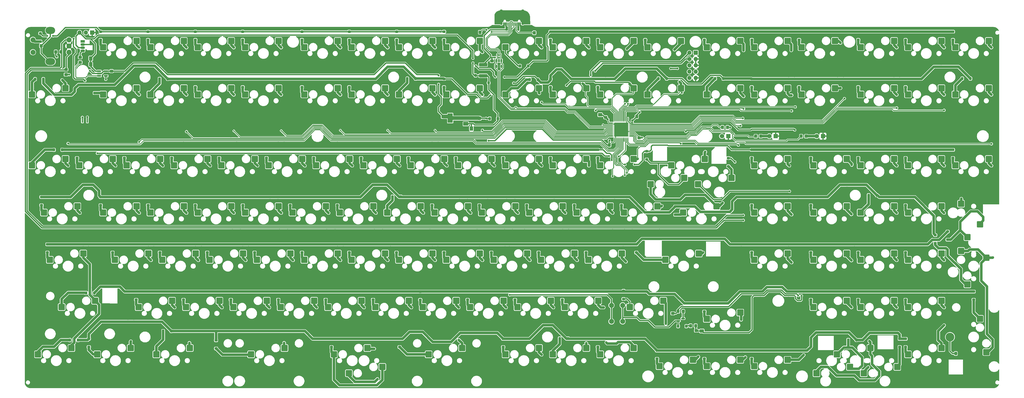
<source format=gbr>
G04 #@! TF.GenerationSoftware,KiCad,Pcbnew,7.0.2*
G04 #@! TF.CreationDate,2023-05-20T00:04:52-04:00*
G04 #@! TF.ProjectId,Boston-keyboard-V082JHA,426f7374-6f6e-42d6-9b65-79626f617264,rev?*
G04 #@! TF.SameCoordinates,Original*
G04 #@! TF.FileFunction,Copper,L2,Bot*
G04 #@! TF.FilePolarity,Positive*
%FSLAX46Y46*%
G04 Gerber Fmt 4.6, Leading zero omitted, Abs format (unit mm)*
G04 Created by KiCad (PCBNEW 7.0.2) date 2023-05-20 00:04:52*
%MOMM*%
%LPD*%
G01*
G04 APERTURE LIST*
G04 Aperture macros list*
%AMRoundRect*
0 Rectangle with rounded corners*
0 $1 Rounding radius*
0 $2 $3 $4 $5 $6 $7 $8 $9 X,Y pos of 4 corners*
0 Add a 4 corners polygon primitive as box body*
4,1,4,$2,$3,$4,$5,$6,$7,$8,$9,$2,$3,0*
0 Add four circle primitives for the rounded corners*
1,1,$1+$1,$2,$3*
1,1,$1+$1,$4,$5*
1,1,$1+$1,$6,$7*
1,1,$1+$1,$8,$9*
0 Add four rect primitives between the rounded corners*
20,1,$1+$1,$2,$3,$4,$5,0*
20,1,$1+$1,$4,$5,$6,$7,0*
20,1,$1+$1,$6,$7,$8,$9,0*
20,1,$1+$1,$8,$9,$2,$3,0*%
G04 Aperture macros list end*
G04 #@! TA.AperFunction,SMDPad,CuDef*
%ADD10RoundRect,0.254000X1.016000X1.016000X-1.016000X1.016000X-1.016000X-1.016000X1.016000X-1.016000X0*%
G04 #@! TD*
G04 #@! TA.AperFunction,ComponentPad*
%ADD11R,1.800000X1.070000*%
G04 #@! TD*
G04 #@! TA.AperFunction,ComponentPad*
%ADD12O,1.800000X1.070000*%
G04 #@! TD*
G04 #@! TA.AperFunction,ComponentPad*
%ADD13R,1.800000X1.800000*%
G04 #@! TD*
G04 #@! TA.AperFunction,ComponentPad*
%ADD14C,1.800000*%
G04 #@! TD*
G04 #@! TA.AperFunction,ComponentPad*
%ADD15C,2.000000*%
G04 #@! TD*
G04 #@! TA.AperFunction,ComponentPad*
%ADD16R,1.700000X1.700000*%
G04 #@! TD*
G04 #@! TA.AperFunction,ComponentPad*
%ADD17O,1.700000X1.700000*%
G04 #@! TD*
G04 #@! TA.AperFunction,ComponentPad*
%ADD18C,3.500000*%
G04 #@! TD*
G04 #@! TA.AperFunction,SMDPad,CuDef*
%ADD19RoundRect,0.250000X-0.350000X0.250000X-0.350000X-0.250000X0.350000X-0.250000X0.350000X0.250000X0*%
G04 #@! TD*
G04 #@! TA.AperFunction,SMDPad,CuDef*
%ADD20RoundRect,0.250000X0.350000X0.450000X-0.350000X0.450000X-0.350000X-0.450000X0.350000X-0.450000X0*%
G04 #@! TD*
G04 #@! TA.AperFunction,SMDPad,CuDef*
%ADD21RoundRect,0.250001X-0.462499X-0.624999X0.462499X-0.624999X0.462499X0.624999X-0.462499X0.624999X0*%
G04 #@! TD*
G04 #@! TA.AperFunction,SMDPad,CuDef*
%ADD22RoundRect,0.250000X0.250000X0.350000X-0.250000X0.350000X-0.250000X-0.350000X0.250000X-0.350000X0*%
G04 #@! TD*
G04 #@! TA.AperFunction,SMDPad,CuDef*
%ADD23RoundRect,0.250001X0.624999X-0.462499X0.624999X0.462499X-0.624999X0.462499X-0.624999X-0.462499X0*%
G04 #@! TD*
G04 #@! TA.AperFunction,SMDPad,CuDef*
%ADD24R,2.000000X1.500000*%
G04 #@! TD*
G04 #@! TA.AperFunction,SMDPad,CuDef*
%ADD25R,2.000000X3.800000*%
G04 #@! TD*
G04 #@! TA.AperFunction,SMDPad,CuDef*
%ADD26RoundRect,0.254000X-1.016000X1.016000X-1.016000X-1.016000X1.016000X-1.016000X1.016000X1.016000X0*%
G04 #@! TD*
G04 #@! TA.AperFunction,SMDPad,CuDef*
%ADD27RoundRect,0.250000X-0.450000X0.325000X-0.450000X-0.325000X0.450000X-0.325000X0.450000X0.325000X0*%
G04 #@! TD*
G04 #@! TA.AperFunction,SMDPad,CuDef*
%ADD28RoundRect,0.254000X-1.016000X-1.016000X1.016000X-1.016000X1.016000X1.016000X-1.016000X1.016000X0*%
G04 #@! TD*
G04 #@! TA.AperFunction,SMDPad,CuDef*
%ADD29RoundRect,0.237500X0.287500X0.237500X-0.287500X0.237500X-0.287500X-0.237500X0.287500X-0.237500X0*%
G04 #@! TD*
G04 #@! TA.AperFunction,SMDPad,CuDef*
%ADD30RoundRect,0.250000X1.450000X-0.400000X1.450000X0.400000X-1.450000X0.400000X-1.450000X-0.400000X0*%
G04 #@! TD*
G04 #@! TA.AperFunction,SMDPad,CuDef*
%ADD31RoundRect,0.250001X-0.624999X0.462499X-0.624999X-0.462499X0.624999X-0.462499X0.624999X0.462499X0*%
G04 #@! TD*
G04 #@! TA.AperFunction,SMDPad,CuDef*
%ADD32RoundRect,0.250000X0.450000X-0.325000X0.450000X0.325000X-0.450000X0.325000X-0.450000X-0.325000X0*%
G04 #@! TD*
G04 #@! TA.AperFunction,SMDPad,CuDef*
%ADD33RoundRect,0.254000X1.016000X-1.016000X1.016000X1.016000X-1.016000X1.016000X-1.016000X-1.016000X0*%
G04 #@! TD*
G04 #@! TA.AperFunction,SMDPad,CuDef*
%ADD34RoundRect,0.075000X0.662500X0.075000X-0.662500X0.075000X-0.662500X-0.075000X0.662500X-0.075000X0*%
G04 #@! TD*
G04 #@! TA.AperFunction,SMDPad,CuDef*
%ADD35RoundRect,0.075000X0.075000X0.662500X-0.075000X0.662500X-0.075000X-0.662500X0.075000X-0.662500X0*%
G04 #@! TD*
G04 #@! TA.AperFunction,ComponentPad*
%ADD36C,2.032000*%
G04 #@! TD*
G04 #@! TA.AperFunction,ComponentPad*
%ADD37O,3.900000X2.799999*%
G04 #@! TD*
G04 #@! TA.AperFunction,SMDPad,CuDef*
%ADD38RoundRect,0.250000X0.325000X0.450000X-0.325000X0.450000X-0.325000X-0.450000X0.325000X-0.450000X0*%
G04 #@! TD*
G04 #@! TA.AperFunction,SMDPad,CuDef*
%ADD39RoundRect,0.250000X-0.325000X-0.450000X0.325000X-0.450000X0.325000X0.450000X-0.325000X0.450000X0*%
G04 #@! TD*
G04 #@! TA.AperFunction,SMDPad,CuDef*
%ADD40RoundRect,0.150000X-0.150000X-0.575000X0.150000X-0.575000X0.150000X0.575000X-0.150000X0.575000X0*%
G04 #@! TD*
G04 #@! TA.AperFunction,SMDPad,CuDef*
%ADD41RoundRect,0.075000X-0.075000X-0.650000X0.075000X-0.650000X0.075000X0.650000X-0.075000X0.650000X0*%
G04 #@! TD*
G04 #@! TA.AperFunction,ComponentPad*
%ADD42O,1.300000X1.900000*%
G04 #@! TD*
G04 #@! TA.AperFunction,ComponentPad*
%ADD43O,1.100000X2.200000*%
G04 #@! TD*
G04 #@! TA.AperFunction,SMDPad,CuDef*
%ADD44R,1.560000X0.650000*%
G04 #@! TD*
G04 #@! TA.AperFunction,SMDPad,CuDef*
%ADD45R,0.600000X1.550000*%
G04 #@! TD*
G04 #@! TA.AperFunction,ComponentPad*
%ADD46C,0.500000*%
G04 #@! TD*
G04 #@! TA.AperFunction,SMDPad,CuDef*
%ADD47R,1.200000X1.800000*%
G04 #@! TD*
G04 #@! TA.AperFunction,SMDPad,CuDef*
%ADD48RoundRect,0.250000X-0.350000X-0.450000X0.350000X-0.450000X0.350000X0.450000X-0.350000X0.450000X0*%
G04 #@! TD*
G04 #@! TA.AperFunction,SMDPad,CuDef*
%ADD49RoundRect,0.062500X0.375000X0.062500X-0.375000X0.062500X-0.375000X-0.062500X0.375000X-0.062500X0*%
G04 #@! TD*
G04 #@! TA.AperFunction,SMDPad,CuDef*
%ADD50RoundRect,0.062500X0.062500X0.375000X-0.062500X0.375000X-0.062500X-0.375000X0.062500X-0.375000X0*%
G04 #@! TD*
G04 #@! TA.AperFunction,SMDPad,CuDef*
%ADD51R,5.600000X5.600000*%
G04 #@! TD*
G04 #@! TA.AperFunction,SMDPad,CuDef*
%ADD52RoundRect,0.150000X-0.587500X-0.150000X0.587500X-0.150000X0.587500X0.150000X-0.587500X0.150000X0*%
G04 #@! TD*
G04 #@! TA.AperFunction,SMDPad,CuDef*
%ADD53RoundRect,0.250000X-0.475000X0.337500X-0.475000X-0.337500X0.475000X-0.337500X0.475000X0.337500X0*%
G04 #@! TD*
G04 #@! TA.AperFunction,SMDPad,CuDef*
%ADD54RoundRect,0.150000X0.150000X-0.512500X0.150000X0.512500X-0.150000X0.512500X-0.150000X-0.512500X0*%
G04 #@! TD*
G04 #@! TA.AperFunction,ViaPad*
%ADD55C,0.800000*%
G04 #@! TD*
G04 #@! TA.AperFunction,ViaPad*
%ADD56C,0.600000*%
G04 #@! TD*
G04 #@! TA.AperFunction,Conductor*
%ADD57C,1.000000*%
G04 #@! TD*
G04 #@! TA.AperFunction,Conductor*
%ADD58C,0.300000*%
G04 #@! TD*
G04 #@! TA.AperFunction,Conductor*
%ADD59C,0.500000*%
G04 #@! TD*
G04 #@! TA.AperFunction,Conductor*
%ADD60C,1.500000*%
G04 #@! TD*
G04 APERTURE END LIST*
D10*
X231639750Y-158120000D03*
X218177750Y-160660000D03*
X160202250Y-158120000D03*
X146740250Y-160660000D03*
X193539750Y-158120000D03*
X180077750Y-160660000D03*
D11*
X79000000Y-34470000D03*
D12*
X79000000Y-35740000D03*
X79000000Y-37010000D03*
X79000000Y-38280000D03*
D13*
X338732500Y-72712500D03*
D14*
X336192500Y-72712500D03*
D13*
X357782500Y-72712500D03*
D14*
X355242500Y-72712500D03*
D15*
X291750000Y-147400000D03*
X291750000Y-140900000D03*
X296250000Y-147400000D03*
X296250000Y-140900000D03*
D16*
X82825000Y-30950000D03*
D17*
X80285000Y-30950000D03*
X77745000Y-30950000D03*
D18*
X427950304Y-153675080D03*
D16*
X325655625Y-39087500D03*
D17*
X323115625Y-39087500D03*
X325655625Y-41627500D03*
X323115625Y-41627500D03*
X325655625Y-44167500D03*
X323115625Y-44167500D03*
X325655625Y-46707500D03*
X323115625Y-46707500D03*
X325655625Y-49247500D03*
X323115625Y-49247500D03*
D13*
X376832500Y-72712500D03*
D14*
X374292500Y-72712500D03*
D19*
X124340625Y-97256250D03*
X124340625Y-100556250D03*
D10*
X281646000Y-81920000D03*
X268184000Y-84460000D03*
D20*
X262700000Y-31025000D03*
X260700000Y-31025000D03*
D10*
X395946000Y-158120000D03*
X382484000Y-160660000D03*
D21*
X235412500Y-69625000D03*
X238387500Y-69625000D03*
D19*
X238640625Y-97256250D03*
X238640625Y-100556250D03*
D22*
X262150000Y-49925000D03*
X258850000Y-49925000D03*
D23*
X238400000Y-65512500D03*
X238400000Y-62537500D03*
D10*
X257833500Y-120020000D03*
X244371500Y-122560000D03*
D19*
X286265625Y-49631250D03*
X286265625Y-52931250D03*
D10*
X424521000Y-158120000D03*
X411059000Y-160660000D03*
X262596000Y-158120000D03*
X249134000Y-160660000D03*
D19*
X224353125Y-49631250D03*
X224353125Y-52931250D03*
D10*
X100671000Y-53345000D03*
X87209000Y-55885000D03*
X310221000Y-100970000D03*
X296759000Y-103510000D03*
D24*
X233150000Y-63125000D03*
X233150000Y-65425000D03*
D25*
X226850000Y-65425000D03*
D24*
X233150000Y-67725000D03*
D19*
X276778750Y-97256250D03*
X276778750Y-100556250D03*
D10*
X219733500Y-34295000D03*
X206271500Y-36835000D03*
D19*
X348178125Y-78206250D03*
X348178125Y-81506250D03*
D23*
X235900000Y-65412500D03*
X235900000Y-62437500D03*
D22*
X63150000Y-49725000D03*
X59850000Y-49725000D03*
D26*
X432395000Y-99954000D03*
X434935000Y-113416000D03*
D27*
X90600000Y-46500000D03*
X90600000Y-48550000D03*
D10*
X343558500Y-53345000D03*
X330096500Y-55885000D03*
X362608500Y-120020000D03*
X349146500Y-122560000D03*
D19*
X348216250Y-30581250D03*
X348216250Y-33881250D03*
D10*
X362608500Y-100970000D03*
X349146500Y-103510000D03*
D19*
X76715625Y-78206250D03*
X76715625Y-81506250D03*
X114853750Y-78206250D03*
X114853750Y-81506250D03*
D22*
X212906372Y-49495305D03*
X209606372Y-49495305D03*
D21*
X82262500Y-41325000D03*
X85237500Y-41325000D03*
D10*
X424521000Y-120020000D03*
X411059000Y-122560000D03*
X98289750Y-158120000D03*
X84827750Y-160660000D03*
X84002250Y-139070000D03*
X70540250Y-141610000D03*
D28*
X393279000Y-168280000D03*
X406741000Y-165740000D03*
D19*
X243403125Y-116306250D03*
X243403125Y-119606250D03*
D10*
X143533500Y-120020000D03*
X130071500Y-122560000D03*
X300696000Y-34295000D03*
X287234000Y-36835000D03*
X334033500Y-100970000D03*
X320571500Y-103510000D03*
X134008500Y-139070000D03*
X120546500Y-141610000D03*
D19*
X407709375Y-154406250D03*
X407709375Y-157706250D03*
X329128125Y-30581250D03*
X329128125Y-33881250D03*
D10*
X267358500Y-139070000D03*
X253896500Y-141610000D03*
X219733500Y-120020000D03*
X206271500Y-122560000D03*
D19*
X172003750Y-78206250D03*
X172003750Y-81506250D03*
D10*
X186396000Y-81920000D03*
X172934000Y-84460000D03*
X326889964Y-120020000D03*
X313427964Y-122560000D03*
D19*
X219590625Y-97256250D03*
X219590625Y-100556250D03*
D10*
X300696000Y-81920000D03*
X287234000Y-84460000D03*
X157821000Y-53345000D03*
X144359000Y-55885000D03*
X200683500Y-120020000D03*
X187221500Y-122560000D03*
D22*
X70750000Y-78225000D03*
X67450000Y-78225000D03*
D10*
X262596160Y-34295000D03*
X249134160Y-36835000D03*
D19*
X167241250Y-116306250D03*
X167241250Y-119606250D03*
D10*
X224496000Y-81920000D03*
X211034000Y-84460000D03*
X443571000Y-81920000D03*
X430109000Y-84460000D03*
D19*
X296600000Y-135075000D03*
X296600000Y-138375000D03*
X410090625Y-97256250D03*
X410090625Y-100556250D03*
D27*
X289400000Y-65139069D03*
X289400000Y-67189069D03*
D10*
X119721000Y-100970000D03*
X106259000Y-103510000D03*
X195921000Y-100970000D03*
X182459000Y-103510000D03*
D19*
X61975000Y-31275000D03*
X61975000Y-34575000D03*
D10*
X114958500Y-139070000D03*
X101496500Y-141610000D03*
X405471000Y-139070000D03*
X392009000Y-141610000D03*
X191158500Y-139070000D03*
X177696500Y-141610000D03*
D19*
X367228125Y-30581250D03*
X367228125Y-33881250D03*
D10*
X91146000Y-81920000D03*
X77684000Y-84460000D03*
X329271000Y-81920000D03*
X315809000Y-84460000D03*
D19*
X143390625Y-30581250D03*
X143390625Y-33881250D03*
D10*
X129246000Y-81920000D03*
X115784000Y-84460000D03*
D19*
X437475000Y-135356250D03*
X437475000Y-138656250D03*
D10*
X424521000Y-81920000D03*
X411059000Y-84460000D03*
X443571000Y-53345000D03*
X430109000Y-55885000D03*
X200683606Y-34295000D03*
X187221606Y-36835000D03*
X405471000Y-34295000D03*
X392009000Y-36835000D03*
D19*
X205341250Y-30581250D03*
X205341250Y-33881250D03*
D10*
X157821000Y-34295000D03*
X144359000Y-36835000D03*
D19*
X317460000Y-101066250D03*
X317460000Y-104366250D03*
X124340625Y-49631250D03*
X124340625Y-52931250D03*
D27*
X78000000Y-40900000D03*
X78000000Y-42950000D03*
D19*
X81478125Y-154406250D03*
X81478125Y-157706250D03*
D20*
X351800000Y-72725000D03*
X349800000Y-72725000D03*
D10*
X276883500Y-120020000D03*
X263421500Y-122560000D03*
X238783500Y-53345000D03*
X225321500Y-55885000D03*
X405471000Y-120020000D03*
X392009000Y-122560000D03*
X281646000Y-34295000D03*
X268184000Y-36835000D03*
X343558500Y-143832500D03*
X330096500Y-146372500D03*
D19*
X64809375Y-116306250D03*
X64809375Y-119606250D03*
X348178125Y-159168750D03*
X348178125Y-162468750D03*
D10*
X210208500Y-139070000D03*
X196746500Y-141610000D03*
D19*
X124340625Y-30581250D03*
X124340625Y-33881250D03*
D29*
X244075000Y-51225000D03*
X242325000Y-51225000D03*
D19*
X91003125Y-116306250D03*
X91003125Y-119606250D03*
X301743948Y-116306300D03*
X301743948Y-119606300D03*
D10*
X181633500Y-53345000D03*
X168171500Y-55885000D03*
D26*
X432395000Y-119004000D03*
X434935000Y-132466000D03*
D28*
X326604000Y-92080000D03*
X340066000Y-89540000D03*
D30*
X240100000Y-48350000D03*
X240100000Y-43900000D03*
D19*
X119578125Y-135356250D03*
X119578125Y-138656250D03*
D28*
X186110250Y-168280000D03*
X199572250Y-165740000D03*
D19*
X295790625Y-97256250D03*
X295790625Y-100556250D03*
X83859375Y-52012500D03*
X83859375Y-55312500D03*
D10*
X181633590Y-34295000D03*
X168171590Y-36835000D03*
X291171000Y-100970000D03*
X277709000Y-103510000D03*
D28*
X307554000Y-92080000D03*
X321016000Y-89540000D03*
D10*
X405471000Y-100970000D03*
X392009000Y-103510000D03*
D19*
X329128125Y-140118750D03*
X329128125Y-143418750D03*
D10*
X119721000Y-34295000D03*
X106259000Y-36835000D03*
D31*
X328100000Y-151237500D03*
X328100000Y-154212500D03*
D10*
X238783500Y-120020000D03*
X225321500Y-122560000D03*
D19*
X348178125Y-116306250D03*
X348178125Y-119606250D03*
D10*
X138771000Y-100970000D03*
X125309000Y-103510000D03*
X200683500Y-53345000D03*
X187221500Y-55885000D03*
D22*
X436148747Y-49495305D03*
X432848747Y-49495305D03*
D19*
X305911139Y-78801581D03*
X305911139Y-82101581D03*
X129103125Y-116306250D03*
X129103125Y-119606250D03*
D32*
X302900000Y-73350000D03*
X302900000Y-71300000D03*
D10*
X172108500Y-139070000D03*
X158646500Y-141610000D03*
X343558500Y-162882500D03*
X330096500Y-165422500D03*
X76858500Y-100970000D03*
X63396500Y-103510000D03*
D28*
X374229000Y-168280000D03*
X387691000Y-165740000D03*
D19*
X329128125Y-159168750D03*
X329128125Y-162468750D03*
X371990625Y-97256250D03*
X371990625Y-100556250D03*
D10*
X100671000Y-100970000D03*
X87209000Y-103510000D03*
D19*
X338800000Y-81550000D03*
X338800000Y-84850000D03*
D10*
X72096000Y-53345000D03*
X58634000Y-55885000D03*
X319746000Y-34295000D03*
X306284000Y-36835000D03*
D19*
X176766250Y-135356250D03*
X176766250Y-138656250D03*
X248165625Y-78206250D03*
X248165625Y-81506250D03*
D10*
X362608500Y-162882500D03*
X349146500Y-165422500D03*
X262596000Y-81920000D03*
X249134000Y-84460000D03*
X100671000Y-34295000D03*
X87209000Y-36835000D03*
D19*
X138628125Y-135356250D03*
X138628125Y-138656250D03*
D31*
X287200000Y-64081256D03*
X287200000Y-67056256D03*
D10*
X148296000Y-81920000D03*
X134834000Y-84460000D03*
D19*
X371990625Y-135356250D03*
X371990625Y-138656250D03*
X305315625Y-30581250D03*
X305315625Y-33881250D03*
D27*
X258250000Y-26975000D03*
X258250000Y-29025000D03*
D33*
X442555000Y-121671000D03*
X440015000Y-108209000D03*
D10*
X362608500Y-53345000D03*
X349146500Y-55885000D03*
X229258500Y-139070000D03*
X215796500Y-141610000D03*
D19*
X391040625Y-49631250D03*
X391040625Y-52931250D03*
X281503125Y-116306250D03*
X281503125Y-119606250D03*
X286265625Y-78206250D03*
X286265625Y-81506250D03*
D10*
X362608500Y-34295000D03*
X349146500Y-36835000D03*
D19*
X210065625Y-78206250D03*
X210065625Y-81506250D03*
X348178125Y-49631250D03*
X348178125Y-52931250D03*
D22*
X274223611Y-154270393D03*
X270923611Y-154270393D03*
D19*
X224391250Y-30581250D03*
X224391250Y-33881250D03*
D10*
X281646000Y-158120000D03*
X268184000Y-160660000D03*
X122102250Y-158120000D03*
X108640250Y-160660000D03*
X381658500Y-34295000D03*
X368196500Y-36835000D03*
X443571000Y-34295000D03*
X430109000Y-36835000D03*
X405471000Y-81920000D03*
X392009000Y-84460000D03*
D19*
X257690625Y-97256250D03*
X257690625Y-100556250D03*
X186253125Y-116306250D03*
X186253125Y-119606250D03*
D10*
X138771000Y-34295000D03*
X125309000Y-36835000D03*
X243546000Y-81920000D03*
X230084000Y-84460000D03*
X343558500Y-34295000D03*
X330096500Y-36835000D03*
D19*
X186253125Y-49631250D03*
X186253125Y-52931250D03*
X391040625Y-116306250D03*
X391040625Y-119606250D03*
D10*
X153058500Y-139070000D03*
X139596500Y-141610000D03*
D19*
X214828125Y-135396875D03*
X214828125Y-138696875D03*
D10*
X424521000Y-139070000D03*
X411059000Y-141610000D03*
X110196000Y-81920000D03*
X96734000Y-84460000D03*
X72096000Y-81920000D03*
X58634000Y-84460000D03*
D23*
X224200000Y-64812500D03*
X224200000Y-61837500D03*
D19*
X348178125Y-97256250D03*
X348178125Y-100556250D03*
X391040625Y-78206250D03*
X391040625Y-81506250D03*
D10*
X79239750Y-120020000D03*
X65777750Y-122560000D03*
D19*
X429140625Y-30581250D03*
X429140625Y-33881250D03*
X195816250Y-135356250D03*
X195816250Y-138656250D03*
D10*
X162583500Y-120020000D03*
X149121500Y-122560000D03*
D19*
X286265625Y-154406250D03*
X286265625Y-157706250D03*
D10*
X281646000Y-53345000D03*
X268184000Y-55885000D03*
X181633500Y-120020000D03*
X168171500Y-122560000D03*
D19*
X410090625Y-30581250D03*
X410090625Y-33881250D03*
D10*
X424521000Y-100970000D03*
X411059000Y-103510000D03*
X248308500Y-139070000D03*
X234846500Y-141610000D03*
D19*
X410090625Y-154406250D03*
X410090625Y-157706250D03*
D22*
X390309375Y-154865625D03*
X387009375Y-154865625D03*
D10*
X119721000Y-53345000D03*
X106259000Y-55885000D03*
D19*
X167203125Y-30581250D03*
X167203125Y-33881250D03*
D34*
X299813125Y-67316875D03*
X299813125Y-67816875D03*
X299813125Y-68316875D03*
X299813125Y-68816875D03*
X299813125Y-69316875D03*
X299813125Y-69816875D03*
X299813125Y-70316875D03*
X299813125Y-70816875D03*
X299813125Y-71316875D03*
X299813125Y-71816875D03*
X299813125Y-72316875D03*
X299813125Y-72816875D03*
D35*
X298400625Y-74229375D03*
X297900625Y-74229375D03*
X297400625Y-74229375D03*
X296900625Y-74229375D03*
X296400625Y-74229375D03*
X295900625Y-74229375D03*
X295400625Y-74229375D03*
X294900625Y-74229375D03*
X294400625Y-74229375D03*
X293900625Y-74229375D03*
X293400625Y-74229375D03*
X292900625Y-74229375D03*
D34*
X291488125Y-72816875D03*
X291488125Y-72316875D03*
X291488125Y-71816875D03*
X291488125Y-71316875D03*
X291488125Y-70816875D03*
X291488125Y-70316875D03*
X291488125Y-69816875D03*
X291488125Y-69316875D03*
X291488125Y-68816875D03*
X291488125Y-68316875D03*
X291488125Y-67816875D03*
X291488125Y-67316875D03*
D35*
X292900625Y-65904375D03*
X293400625Y-65904375D03*
X293900625Y-65904375D03*
X294400625Y-65904375D03*
X294900625Y-65904375D03*
X295400625Y-65904375D03*
X295900625Y-65904375D03*
X296400625Y-65904375D03*
X296900625Y-65904375D03*
X297400625Y-65904375D03*
X297900625Y-65904375D03*
X298400625Y-65904375D03*
D19*
X152953750Y-78206250D03*
X152953750Y-81506250D03*
D22*
X206953242Y-97120345D03*
X203653242Y-97120345D03*
D19*
X233878125Y-135356250D03*
X233878125Y-138656250D03*
X371990625Y-78206250D03*
X371990625Y-81506250D03*
X391040625Y-135356250D03*
X391040625Y-138656250D03*
D10*
X157821000Y-100970000D03*
X144359000Y-103510000D03*
D19*
X186253125Y-30581250D03*
X186253125Y-33881250D03*
D10*
X386421000Y-100970000D03*
X372959000Y-103510000D03*
D22*
X237050000Y-48225000D03*
X233750000Y-48225000D03*
D19*
X267215625Y-78206250D03*
X267215625Y-81506250D03*
X110053125Y-116306250D03*
X110053125Y-119606250D03*
D10*
X262596000Y-53345000D03*
X249134000Y-55885000D03*
D19*
X100528125Y-135356250D03*
X100528125Y-138656250D03*
D36*
X73500000Y-33875000D03*
X73500000Y-38875000D03*
X73500000Y-36375000D03*
D37*
X66000000Y-30125000D03*
X66000000Y-42625000D03*
D36*
X59000000Y-33875000D03*
X59000000Y-38875000D03*
D38*
X325625000Y-149125000D03*
X323575000Y-149125000D03*
D19*
X371990625Y-116306250D03*
X371990625Y-119606250D03*
D10*
X319746000Y-53345000D03*
X306284000Y-55885000D03*
D19*
X429140625Y-78206250D03*
X429140625Y-81506250D03*
X229115625Y-78206250D03*
X229115625Y-81506250D03*
D22*
X336750000Y-49525000D03*
X333450000Y-49525000D03*
D10*
X238783500Y-34295000D03*
X225321500Y-36835000D03*
D19*
X391040625Y-30581250D03*
X391040625Y-33881250D03*
D10*
X386421000Y-120020000D03*
X372959000Y-122560000D03*
X300696000Y-53345000D03*
X287234000Y-55885000D03*
X272121000Y-100970000D03*
X258659000Y-103510000D03*
D19*
X157716250Y-135356250D03*
X157716250Y-138656250D03*
D22*
X77175000Y-154900000D03*
X73875000Y-154900000D03*
D19*
X62428125Y-97256250D03*
X62428125Y-100556250D03*
D10*
X295933500Y-120020000D03*
X282471500Y-122560000D03*
D22*
X83650000Y-135900000D03*
X80350000Y-135900000D03*
D10*
X167346000Y-81920000D03*
X153884000Y-84460000D03*
X105433500Y-120020000D03*
X91971500Y-122560000D03*
D19*
X167203125Y-49631250D03*
X167203125Y-52931250D03*
D10*
X381658500Y-53345000D03*
X368196500Y-55885000D03*
D39*
X290875000Y-76325000D03*
X292925000Y-76325000D03*
D10*
X124483500Y-120020000D03*
X111021500Y-122560000D03*
D19*
X367228125Y-49631250D03*
X367228125Y-52931250D03*
D32*
X325900000Y-153150000D03*
X325900000Y-151100000D03*
D38*
X301915625Y-64821875D03*
X299865625Y-64821875D03*
D40*
X248487000Y-27575000D03*
X249287000Y-27575000D03*
D41*
X250487000Y-27575000D03*
X251483000Y-27575000D03*
X251987000Y-27575000D03*
X252987000Y-27575000D03*
D40*
X254987000Y-27575000D03*
X254187000Y-27575000D03*
D41*
X253487000Y-27575000D03*
X252487000Y-27575000D03*
X250987000Y-27575000D03*
X249987000Y-27575000D03*
D42*
X247437000Y-22600000D03*
D43*
X247437000Y-26800000D03*
D42*
X256037000Y-22600000D03*
D43*
X256037000Y-26800000D03*
D10*
X253071000Y-100970000D03*
X239609000Y-103510000D03*
X386421000Y-139070000D03*
X372959000Y-141610000D03*
D20*
X370100000Y-72725000D03*
X368100000Y-72725000D03*
D44*
X88350000Y-46521250D03*
X88350000Y-47471250D03*
X88350000Y-48421250D03*
X85650000Y-48421250D03*
X85650000Y-47471250D03*
X85650000Y-46521250D03*
D10*
X424521000Y-34295000D03*
X411059000Y-36835000D03*
D21*
X82237500Y-43725000D03*
X85212500Y-43725000D03*
D22*
X258250000Y-44425000D03*
X254950000Y-44425000D03*
D19*
X205266250Y-116306250D03*
X205266250Y-119606250D03*
D22*
X321850000Y-149325000D03*
X318550000Y-149325000D03*
D19*
X179109375Y-154406250D03*
X179109375Y-157706250D03*
D38*
X70225000Y-38725000D03*
X68175000Y-38725000D03*
D19*
X271978125Y-135356250D03*
X271978125Y-138656250D03*
X95765625Y-78206250D03*
X95765625Y-81506250D03*
D45*
X80900000Y-66500000D03*
X79900000Y-66500000D03*
X78900000Y-66500000D03*
X77900000Y-66500000D03*
D46*
X82800000Y-70975000D03*
X82800000Y-70375000D03*
X82800000Y-69775000D03*
D47*
X82500000Y-70375000D03*
D46*
X82200000Y-70975000D03*
X82200000Y-70375000D03*
X82200000Y-69775000D03*
X76600000Y-70975000D03*
X76600000Y-70375000D03*
X76600000Y-69775000D03*
D47*
X76300000Y-70375000D03*
D46*
X76000000Y-70975000D03*
X76000000Y-70375000D03*
X76000000Y-69775000D03*
D19*
X191015625Y-78206250D03*
X191015625Y-81506250D03*
X252928125Y-135356250D03*
X252928125Y-138656250D03*
X410090625Y-78206250D03*
X410090625Y-81506250D03*
D10*
X219733500Y-53345000D03*
X206271500Y-55885000D03*
D22*
X114679727Y-151293828D03*
X111379727Y-151293828D03*
D10*
X312602250Y-139070000D03*
X299140250Y-141610000D03*
D19*
X206493750Y-154406250D03*
X206493750Y-157706250D03*
D10*
X138771000Y-53345000D03*
X125309000Y-55885000D03*
D22*
X246050000Y-65625000D03*
X242750000Y-65625000D03*
D19*
X422000000Y-112575000D03*
X422000000Y-115875000D03*
X86240625Y-30581250D03*
X86240625Y-33881250D03*
D10*
X286408500Y-139070000D03*
X272946500Y-141610000D03*
D19*
X162478750Y-97256250D03*
X162478750Y-100556250D03*
X267215625Y-30581250D03*
X267215625Y-33881250D03*
X410090625Y-49631250D03*
X410090625Y-52931250D03*
D48*
X236900000Y-30825000D03*
X238900000Y-30825000D03*
D10*
X405471000Y-53345000D03*
X392009000Y-55885000D03*
D38*
X62300000Y-36325000D03*
X60250000Y-36325000D03*
D19*
X224353125Y-116306250D03*
X224353125Y-119606250D03*
D10*
X214971000Y-100970000D03*
X201509000Y-103510000D03*
D49*
X299088125Y-67316875D03*
X299088125Y-67816875D03*
X299088125Y-68316875D03*
X299088125Y-68816875D03*
X299088125Y-69316875D03*
X299088125Y-69816875D03*
X299088125Y-70316875D03*
X299088125Y-70816875D03*
X299088125Y-71316875D03*
X299088125Y-71816875D03*
X299088125Y-72316875D03*
X299088125Y-72816875D03*
D50*
X298400625Y-73504375D03*
X297900625Y-73504375D03*
X297400625Y-73504375D03*
X296900625Y-73504375D03*
X296400625Y-73504375D03*
X295900625Y-73504375D03*
X295400625Y-73504375D03*
X294900625Y-73504375D03*
X294400625Y-73504375D03*
X293900625Y-73504375D03*
X293400625Y-73504375D03*
X292900625Y-73504375D03*
D49*
X292213125Y-72816875D03*
X292213125Y-72316875D03*
X292213125Y-71816875D03*
X292213125Y-71316875D03*
X292213125Y-70816875D03*
X292213125Y-70316875D03*
X292213125Y-69816875D03*
X292213125Y-69316875D03*
X292213125Y-68816875D03*
X292213125Y-68316875D03*
X292213125Y-67816875D03*
X292213125Y-67316875D03*
D50*
X292900625Y-66629375D03*
X293400625Y-66629375D03*
X293900625Y-66629375D03*
X294400625Y-66629375D03*
X294900625Y-66629375D03*
X295400625Y-66629375D03*
X295900625Y-66629375D03*
X296400625Y-66629375D03*
X296900625Y-66629375D03*
X297400625Y-66629375D03*
X297900625Y-66629375D03*
X298400625Y-66629375D03*
D51*
X295650625Y-70066875D03*
D19*
X132675056Y-155001645D03*
X132675056Y-158301645D03*
D10*
X386421000Y-81920000D03*
X372959000Y-84460000D03*
X324508500Y-162882500D03*
X311046500Y-165422500D03*
D19*
X105328750Y-97256250D03*
X105328750Y-100556250D03*
D32*
X316400000Y-144150000D03*
X316400000Y-142100000D03*
D33*
X442555000Y-159771000D03*
X440015000Y-146309000D03*
D19*
X181490625Y-97256250D03*
X181490625Y-100556250D03*
D27*
X72300000Y-45825000D03*
X72300000Y-47875000D03*
D19*
X267215625Y-49631250D03*
X267215625Y-52931250D03*
X310078125Y-159168750D03*
X310078125Y-162468750D03*
D20*
X338400000Y-69125000D03*
X336400000Y-69125000D03*
D19*
X133903750Y-78206250D03*
X133903750Y-81506250D03*
X86240625Y-97256250D03*
X86240625Y-100556250D03*
D52*
X318662500Y-147175000D03*
X318662500Y-145275000D03*
X320537500Y-146225000D03*
D19*
X148153125Y-116306250D03*
X148153125Y-119606250D03*
D10*
X74477250Y-158120000D03*
X61015250Y-160660000D03*
D22*
X313973643Y-49495305D03*
X310673643Y-49495305D03*
D53*
X243700000Y-42387500D03*
X243700000Y-44462500D03*
D54*
X247450000Y-44562500D03*
X246500000Y-44562500D03*
X245550000Y-44562500D03*
X245550000Y-42287500D03*
X246500000Y-42287500D03*
X247450000Y-42287500D03*
D10*
X362608500Y-81920000D03*
X349146500Y-84460000D03*
D22*
X113250000Y-49625000D03*
X109950000Y-49625000D03*
D19*
X143428750Y-97256250D03*
X143428750Y-100556250D03*
X262453125Y-116306250D03*
X262453125Y-119606250D03*
X410090625Y-135356250D03*
X410090625Y-138656250D03*
D10*
X205446000Y-81920000D03*
X191984000Y-84460000D03*
X424521000Y-53345000D03*
X411059000Y-55885000D03*
D39*
X430275000Y-160325000D03*
X432325000Y-160325000D03*
X318575000Y-143325000D03*
X320625000Y-143325000D03*
D19*
X248165625Y-154406250D03*
X248165625Y-157706250D03*
X410090625Y-116306250D03*
X410090625Y-119606250D03*
X427000000Y-111150000D03*
X427000000Y-114450000D03*
D22*
X398508089Y-96525032D03*
X395208089Y-96525032D03*
D19*
X286303750Y-30581250D03*
X286303750Y-33881250D03*
X143390625Y-49631250D03*
X143390625Y-52931250D03*
D10*
X300696000Y-158120000D03*
X287234000Y-160660000D03*
X176871000Y-100970000D03*
X163409000Y-103510000D03*
D19*
X105290625Y-30581250D03*
X105290625Y-33881250D03*
D10*
X234021000Y-100970000D03*
X220559000Y-103510000D03*
D55*
X213500000Y-150425000D03*
X215250000Y-152925000D03*
X300418750Y-116306250D03*
X297100000Y-88425000D03*
D56*
X288390000Y-68115000D03*
D55*
X283400000Y-48125000D03*
X285200000Y-46425000D03*
X285400000Y-62325000D03*
X350443750Y-159168750D03*
X342800000Y-76325000D03*
X292200000Y-88825000D03*
X298431250Y-135356250D03*
X348931250Y-135356250D03*
X341400000Y-83125000D03*
X298000000Y-87525000D03*
X297968750Y-97256250D03*
X291900000Y-82325000D03*
X301000000Y-84125000D03*
X297200000Y-84125000D03*
X243000000Y-56225000D03*
X298400000Y-59625000D03*
X292093750Y-49631250D03*
X252400000Y-51325000D03*
X248700000Y-48925000D03*
X222856250Y-30581250D03*
X297200000Y-59625000D03*
X283043750Y-30581250D03*
X64700000Y-32325000D03*
X237200000Y-44425000D03*
X67100000Y-32325000D03*
X245000000Y-48825000D03*
X294650000Y-80875000D03*
X290750000Y-80725000D03*
X88300000Y-49825000D03*
X84900000Y-79625000D03*
X339500000Y-69225000D03*
X365500000Y-70225000D03*
X366900000Y-136925000D03*
X321700000Y-70825000D03*
X71500000Y-44425000D03*
X312150000Y-99375000D03*
X79100000Y-108125000D03*
X181400000Y-46425000D03*
X284300000Y-47025000D03*
X256000000Y-74525000D03*
X257100000Y-31925000D03*
X227400000Y-153825000D03*
X238600000Y-136625000D03*
X79100000Y-110625000D03*
X407700000Y-96175000D03*
X299200000Y-79625000D03*
X195850000Y-108125000D03*
X300300000Y-41725000D03*
X132800000Y-96025000D03*
X300500000Y-44325000D03*
X319900000Y-77625000D03*
X296450000Y-117425000D03*
X238600000Y-134225000D03*
X154800000Y-152425000D03*
X279200000Y-134225000D03*
X203000000Y-136625000D03*
X74250000Y-95625000D03*
X318700000Y-66975000D03*
X341600000Y-76925000D03*
X398350000Y-153175000D03*
X394150000Y-164925000D03*
X237000000Y-69625000D03*
X170500000Y-76925000D03*
X258400000Y-76625000D03*
X222000000Y-36825000D03*
X212500000Y-80625000D03*
D56*
X284500000Y-48525000D03*
D55*
X157100000Y-80475000D03*
X279100000Y-117475000D03*
X161500000Y-110575000D03*
X297900000Y-98375000D03*
X162400000Y-136625000D03*
X345300000Y-105625000D03*
X152100000Y-96125000D03*
X268300000Y-80625000D03*
X424400000Y-79375000D03*
X273650000Y-49525000D03*
X183800000Y-75425000D03*
X203000000Y-134225000D03*
X329300000Y-115275000D03*
X157700000Y-108125000D03*
X389600000Y-62625000D03*
X257900000Y-153225000D03*
X164800000Y-136625000D03*
X229200000Y-155425000D03*
X119600000Y-50825000D03*
X224300000Y-59125000D03*
X81400000Y-115225000D03*
X366900000Y-76875000D03*
X308500000Y-155825000D03*
X183850000Y-117425000D03*
X173900000Y-80825000D03*
X272100000Y-110575000D03*
X87300000Y-57825000D03*
X428200000Y-120475000D03*
X304000000Y-59625000D03*
X138600000Y-46425000D03*
X309900000Y-47125000D03*
X407650000Y-75075000D03*
X298850000Y-96025000D03*
X346200000Y-63425000D03*
X256000000Y-137625000D03*
X258000000Y-60825000D03*
X160200000Y-70425000D03*
X365400000Y-134225000D03*
X341000000Y-115225000D03*
X387150000Y-117475000D03*
X249600000Y-98375000D03*
X343200000Y-63025000D03*
X256200000Y-65525000D03*
X85700000Y-80575000D03*
X328400000Y-77475000D03*
X426700000Y-148775000D03*
X318200000Y-44225000D03*
X264400000Y-45575000D03*
X197600000Y-155625000D03*
X258300000Y-47725000D03*
X87300000Y-53125000D03*
X241000000Y-134225000D03*
X105400000Y-117425000D03*
X107600000Y-115225000D03*
X119600000Y-75325000D03*
X424400000Y-123175000D03*
X299600000Y-152475000D03*
D56*
X332700000Y-71625000D03*
D55*
X72000000Y-76975000D03*
X74350000Y-76975000D03*
X249600000Y-136625000D03*
X289800000Y-137625000D03*
X194600000Y-44425000D03*
X281500000Y-42625000D03*
X250750000Y-108125000D03*
X102850000Y-80575000D03*
X407700000Y-136525000D03*
X138600000Y-72825000D03*
X274550000Y-110575000D03*
X221950000Y-115225000D03*
X257600000Y-134225000D03*
X343950000Y-117425000D03*
D56*
X332600000Y-69125000D03*
D55*
X234350000Y-110625000D03*
X243100000Y-76625000D03*
X291100000Y-65125000D03*
D56*
X247500000Y-28925000D03*
D55*
X340950000Y-96775000D03*
X289250000Y-96075000D03*
X119500000Y-80475000D03*
X244600000Y-98425000D03*
X286900000Y-76625000D03*
X60200000Y-44425000D03*
X193500000Y-96175000D03*
X301250000Y-67025000D03*
X314900000Y-150625000D03*
D56*
X332600000Y-63825000D03*
D55*
X250700000Y-115175000D03*
X297050000Y-110575000D03*
X235000000Y-43225000D03*
X74500000Y-44325000D03*
X343600000Y-60025000D03*
X298000000Y-136525000D03*
X407650000Y-50775000D03*
X271150000Y-46925000D03*
X259800000Y-151725000D03*
X426700000Y-141925000D03*
X83700000Y-50825000D03*
X162400000Y-134225000D03*
X336400000Y-102075000D03*
X351800000Y-134225000D03*
X198100000Y-108125000D03*
X324600000Y-138825000D03*
X141000000Y-50825000D03*
X240700000Y-30625000D03*
X405350000Y-115175000D03*
X278900000Y-66525000D03*
X389600000Y-60525000D03*
X267550000Y-44375000D03*
X258500000Y-74525000D03*
X300100000Y-110575000D03*
X160050000Y-108125000D03*
X271200000Y-44525000D03*
X188300000Y-80625000D03*
X181400000Y-70325000D03*
X158200000Y-110575000D03*
X229300000Y-32825000D03*
X212900000Y-76925000D03*
X267150000Y-150125000D03*
X238500000Y-46925000D03*
X97200000Y-148625000D03*
X363000000Y-76875000D03*
X80800000Y-133825000D03*
X191850000Y-94525000D03*
X283900000Y-84625000D03*
X114800000Y-149425000D03*
X311100000Y-108125000D03*
X155800000Y-150025000D03*
X113800000Y-96025000D03*
X346700000Y-152825000D03*
X366850000Y-117475000D03*
X223000000Y-47425000D03*
X265700000Y-60625000D03*
X304850000Y-155575000D03*
X302200000Y-59625000D03*
X138600000Y-50825000D03*
X290900000Y-153325000D03*
X140950000Y-108125000D03*
X81400000Y-117425000D03*
X315800000Y-41725000D03*
X258500000Y-70925000D03*
X346600000Y-73675000D03*
X94800000Y-96025000D03*
X100500000Y-75025000D03*
X313450000Y-104575000D03*
X157600000Y-98375000D03*
X313450000Y-102275000D03*
X366800000Y-75025000D03*
X382750000Y-50775000D03*
X124400000Y-117425000D03*
X261500000Y-153375000D03*
X288550000Y-155525000D03*
X271150000Y-42475000D03*
D56*
X288200000Y-70025000D03*
D55*
X135200000Y-98425000D03*
X240950000Y-115175000D03*
X269900000Y-63025000D03*
X219650000Y-117425000D03*
X143400000Y-134225000D03*
X405400000Y-79325000D03*
X261400000Y-43325000D03*
X369150000Y-136475000D03*
X346000000Y-61725000D03*
D56*
X294200000Y-52025000D03*
D55*
X104600000Y-136625000D03*
X119600000Y-98425000D03*
X334900000Y-74625000D03*
X255300000Y-108125000D03*
X426750000Y-116725000D03*
X293900000Y-54925000D03*
X279700000Y-64425000D03*
X407650000Y-79375000D03*
X99600000Y-148625000D03*
X346400000Y-60025000D03*
X235000000Y-41325000D03*
X370250000Y-160325000D03*
X122000000Y-50825000D03*
X243600000Y-57125000D03*
X170600000Y-80525000D03*
X318600000Y-72025000D03*
X70300000Y-54875000D03*
X407650000Y-98375000D03*
X405350000Y-98425000D03*
X119600000Y-108025000D03*
X202900000Y-75425000D03*
X257700000Y-115225000D03*
X426700000Y-43525000D03*
X315700000Y-46625000D03*
X138600000Y-98425000D03*
X347400000Y-137225000D03*
X296300000Y-96075000D03*
X424400000Y-112125000D03*
X248900000Y-115225000D03*
X85500000Y-50825000D03*
X321000000Y-60125000D03*
X318700000Y-62675000D03*
X323300000Y-155775000D03*
X348000000Y-134225000D03*
X237000000Y-41325000D03*
X251900000Y-110575000D03*
X238650000Y-115175000D03*
X443400000Y-76625000D03*
X241000000Y-40975000D03*
X426800000Y-74975000D03*
X275600000Y-137625000D03*
X327850000Y-160325000D03*
X81800000Y-149825000D03*
X424400000Y-45825000D03*
X282300000Y-69825000D03*
X100400000Y-108025000D03*
D56*
X248200000Y-28925000D03*
D55*
X121900000Y-73225000D03*
X256900000Y-81025000D03*
X241400000Y-49725000D03*
X363000000Y-134225000D03*
X407650000Y-117475000D03*
X157700000Y-77075000D03*
D56*
X334600000Y-63525000D03*
D55*
X267500000Y-58925000D03*
X424400000Y-63225000D03*
X280450000Y-153225000D03*
X345850000Y-93975000D03*
X256000000Y-76625000D03*
X237000000Y-43225000D03*
X387300000Y-62625000D03*
X301850000Y-77225000D03*
X141000000Y-103725000D03*
X297600000Y-41725000D03*
X389450000Y-117425000D03*
X293050000Y-98375000D03*
X336350000Y-108625000D03*
X315850000Y-48575000D03*
X235000000Y-45325000D03*
X260800000Y-80525000D03*
X341000000Y-107475000D03*
X342200000Y-70925000D03*
X99600000Y-146425000D03*
X280000000Y-70025000D03*
X299200000Y-65825000D03*
X244300000Y-40025000D03*
X217200000Y-108075000D03*
X330650000Y-77525000D03*
X336400000Y-104425000D03*
X408900000Y-158925000D03*
X342800000Y-134225000D03*
X198800000Y-49425000D03*
X342600000Y-139025000D03*
X86600000Y-41225000D03*
X367900000Y-160275000D03*
X274350000Y-108125000D03*
X386900000Y-60525000D03*
X246500000Y-45725000D03*
X343750000Y-50675000D03*
X345100000Y-64625000D03*
X143450000Y-115175000D03*
X389500000Y-136525000D03*
X345800000Y-85325000D03*
X98800000Y-41625000D03*
X300000000Y-146825000D03*
D56*
X259900000Y-60825000D03*
D55*
X141000000Y-75325000D03*
X290800000Y-62625000D03*
X243300000Y-67125000D03*
X219600000Y-134225000D03*
X238600000Y-74425000D03*
X313350000Y-97025000D03*
X291900000Y-77525000D03*
X407700000Y-84575000D03*
X284500000Y-55725000D03*
X69450000Y-46975000D03*
X76700000Y-108125000D03*
X311700000Y-45425000D03*
X334000000Y-110625000D03*
X318550000Y-48575000D03*
X363000000Y-70825000D03*
X264500000Y-53825000D03*
X126800000Y-117425000D03*
X426750000Y-134275000D03*
D56*
X284400000Y-60025000D03*
D55*
X219600000Y-70725000D03*
X405350000Y-117475000D03*
X140950000Y-80525000D03*
X164750000Y-115175000D03*
X320550000Y-62675000D03*
X264800000Y-41525000D03*
X196350000Y-110575000D03*
X293000000Y-96125000D03*
X101000000Y-110825000D03*
X183800000Y-50825000D03*
X308350000Y-102275000D03*
X287400000Y-134225000D03*
X238600000Y-49625000D03*
X300400000Y-46725000D03*
X247350000Y-96175000D03*
X181600000Y-50825000D03*
D56*
X288400000Y-67325000D03*
D55*
X324600000Y-142425000D03*
X245400000Y-47725000D03*
X259800000Y-155025000D03*
X82200000Y-35725000D03*
X215400000Y-110625000D03*
X202900000Y-115175000D03*
X160200000Y-50825000D03*
X71900000Y-49525000D03*
X266400000Y-47325000D03*
X85900000Y-76825000D03*
X245500000Y-52125000D03*
X349300000Y-157825000D03*
X311150000Y-112975000D03*
X113600000Y-76825000D03*
X242000000Y-98375000D03*
X366500000Y-70225000D03*
X407700000Y-150975000D03*
X181400000Y-136625000D03*
X138700000Y-108125000D03*
X215300000Y-80725000D03*
X157600000Y-50825000D03*
X222000000Y-136625000D03*
X219600000Y-46225000D03*
X363050000Y-74975000D03*
X238650000Y-117425000D03*
X123400000Y-110625000D03*
X122000000Y-46425000D03*
X126800000Y-134225000D03*
X79900000Y-64825000D03*
X197400000Y-44425000D03*
X83700000Y-44425000D03*
X268650000Y-98375000D03*
X154350000Y-98375000D03*
X69600000Y-40325000D03*
X426700000Y-136475000D03*
X363050000Y-96125000D03*
X272050000Y-108125000D03*
X256000000Y-70925000D03*
X424400000Y-76775000D03*
X79200000Y-115225000D03*
X343750000Y-48375000D03*
X284400000Y-62225000D03*
X283900000Y-80525000D03*
X292100000Y-48325000D03*
X69600000Y-44375000D03*
X405350000Y-85125000D03*
X322200000Y-142425000D03*
X246900000Y-32825000D03*
X211500000Y-98425000D03*
X312000000Y-49225000D03*
X389500000Y-115175000D03*
X228350000Y-96125000D03*
X81900000Y-49225000D03*
X424400000Y-115425000D03*
X290950000Y-157475000D03*
X264700000Y-58725000D03*
X242400000Y-55325000D03*
X57850000Y-44375000D03*
X214850000Y-108125000D03*
X367950000Y-158025000D03*
X119600000Y-77125000D03*
X162500000Y-117475000D03*
X103000000Y-73225000D03*
X367300000Y-137925000D03*
X200400000Y-136625000D03*
X247500000Y-52125000D03*
X283500000Y-68025000D03*
X142400000Y-110575000D03*
X261500000Y-45625000D03*
X212550000Y-96075000D03*
X405400000Y-60525000D03*
X153000000Y-150025000D03*
X280500000Y-55625000D03*
X183850000Y-115225000D03*
X242250000Y-96025000D03*
X219600000Y-75325000D03*
X351550000Y-157825000D03*
X141200000Y-46225000D03*
X336150000Y-115325000D03*
X76700000Y-110625000D03*
X223200000Y-51025000D03*
X250600000Y-96075000D03*
X107600000Y-117425000D03*
X160050000Y-103775000D03*
X405400000Y-63225000D03*
X256800000Y-110575000D03*
X113600000Y-80525000D03*
X299900000Y-144825000D03*
X74300000Y-54475000D03*
X240900000Y-74525000D03*
X296300000Y-98575000D03*
X252900000Y-108125000D03*
D56*
X334800000Y-71625000D03*
D55*
X263900000Y-43325000D03*
X260050000Y-115175000D03*
X387250000Y-76775000D03*
X266350000Y-96075000D03*
X236100000Y-80525000D03*
X132400000Y-80525000D03*
X271900000Y-98425000D03*
X345800000Y-76725000D03*
X58350000Y-47425000D03*
X202900000Y-36525000D03*
X365300000Y-50775000D03*
X98600000Y-47025000D03*
X275000000Y-52425000D03*
X190200000Y-96125000D03*
X155400000Y-142425000D03*
X200400000Y-47625000D03*
X340950000Y-85275000D03*
X424400000Y-61625000D03*
X322250000Y-153475000D03*
X105200000Y-134225000D03*
X85900000Y-75025000D03*
X384100000Y-57725000D03*
X342900000Y-73425000D03*
X239750000Y-96125000D03*
X145800000Y-136625000D03*
X366800000Y-79325000D03*
X209200000Y-96125000D03*
X67100000Y-33325000D03*
X116600000Y-152625000D03*
X340750000Y-103675000D03*
X141000000Y-70525000D03*
X386450000Y-91225000D03*
X405400000Y-150825000D03*
X197100000Y-169425000D03*
X160050000Y-77025000D03*
X290900000Y-81825000D03*
X363050000Y-48525000D03*
X241300000Y-69725000D03*
X366800000Y-96125000D03*
X334050000Y-104325000D03*
X85200000Y-53125000D03*
X105400000Y-115225000D03*
D56*
X334800000Y-69625000D03*
D55*
X295300000Y-108125000D03*
X426700000Y-113125000D03*
X116200000Y-98425000D03*
X219400000Y-136625000D03*
X324600000Y-153725000D03*
X386550000Y-93475000D03*
X320550000Y-67025000D03*
X426750000Y-109925000D03*
X299500000Y-59925000D03*
X385050000Y-50775000D03*
X200600000Y-134225000D03*
X405400000Y-96075000D03*
X281500000Y-44425000D03*
X193000000Y-142625000D03*
X177250000Y-110575000D03*
X347700000Y-71054033D03*
X138600000Y-75425000D03*
X155350000Y-96125000D03*
X188500000Y-76925000D03*
X160400000Y-154725000D03*
X179050000Y-108125000D03*
X289800000Y-134225000D03*
X241100000Y-76725000D03*
X382750000Y-48525000D03*
X184000000Y-46425000D03*
X363050000Y-50775000D03*
X298200000Y-63425000D03*
X83900000Y-49225000D03*
X126800000Y-115225000D03*
X298200000Y-76875000D03*
X259600000Y-65625000D03*
X181500000Y-75325000D03*
X231500000Y-96075000D03*
X72000000Y-96175000D03*
X370300000Y-157625000D03*
X396450000Y-154575000D03*
X365300000Y-61925000D03*
X335100000Y-112975000D03*
X312400000Y-150525000D03*
X83000000Y-133825000D03*
X243300000Y-69625000D03*
X184000000Y-136625000D03*
X407700000Y-115175000D03*
X345800000Y-95925000D03*
X197600000Y-157925000D03*
X141000000Y-77125000D03*
X407700000Y-48525000D03*
X121900000Y-80575000D03*
X299350000Y-115125000D03*
X279000000Y-115125000D03*
X282650000Y-155625000D03*
X363050000Y-115175000D03*
X194800000Y-153225000D03*
X267500000Y-60725000D03*
X295100000Y-71525000D03*
X243600000Y-53825000D03*
X325500000Y-160325000D03*
X233800000Y-98375000D03*
X221950000Y-117425000D03*
X81700000Y-47625000D03*
X145800000Y-134225000D03*
X265100000Y-80525000D03*
X405400000Y-48525000D03*
X286000000Y-96125000D03*
X288300000Y-98375000D03*
X120000000Y-110625000D03*
X101200000Y-45625000D03*
X117800000Y-149825000D03*
X304100000Y-62725000D03*
X83900000Y-76825000D03*
X241200000Y-66725000D03*
X142600000Y-136625000D03*
X346050000Y-50675000D03*
X341000000Y-117475000D03*
X337000000Y-84825000D03*
X288100000Y-44825000D03*
X389500000Y-79375000D03*
X261500000Y-41525000D03*
X233900000Y-69625000D03*
X238600000Y-63925000D03*
X79000000Y-53175000D03*
X121900000Y-75425000D03*
X405400000Y-50775000D03*
X297800000Y-46725000D03*
X157700000Y-72325000D03*
X313450000Y-112925000D03*
X195000000Y-155625000D03*
X233950000Y-108075000D03*
X74300000Y-57175000D03*
X104400000Y-110625000D03*
X248900000Y-117425000D03*
X363050000Y-79325000D03*
X75400000Y-97725000D03*
X324050000Y-60125000D03*
X248800000Y-110575000D03*
X296400000Y-115125000D03*
X74350000Y-79375000D03*
X197600000Y-153225000D03*
X341700000Y-79075000D03*
X107600000Y-136625000D03*
X366800000Y-98375000D03*
X264100000Y-49725000D03*
X174450000Y-96025000D03*
X320700000Y-75725000D03*
X214850000Y-98425000D03*
X265800000Y-62925000D03*
X270450000Y-53425000D03*
X363000000Y-137825000D03*
X317050000Y-50375000D03*
X160000000Y-75325000D03*
X269900000Y-60725000D03*
X311050000Y-110575000D03*
X270400000Y-76625000D03*
X290800000Y-59925000D03*
X329000000Y-97625000D03*
X384200000Y-93525000D03*
X272200000Y-76625000D03*
X222300000Y-59125000D03*
X100600000Y-98425000D03*
X231000000Y-153625000D03*
X313500000Y-110625000D03*
X272300000Y-70025000D03*
X424450000Y-134275000D03*
X297000000Y-71625000D03*
X426800000Y-79425000D03*
X107800000Y-134225000D03*
X240950000Y-117475000D03*
X296450000Y-69725000D03*
X270200000Y-70025000D03*
X340950000Y-105575000D03*
X407700000Y-61625000D03*
X276800000Y-51625000D03*
X405350000Y-76825000D03*
X275850000Y-115175000D03*
X83900000Y-79625000D03*
X247500000Y-53925000D03*
X244100000Y-45425000D03*
X269600000Y-148675000D03*
X407700000Y-76825000D03*
D56*
X282700000Y-51425000D03*
D55*
X136400000Y-96025000D03*
X269600000Y-96075000D03*
X164800000Y-117475000D03*
X171050000Y-96125000D03*
X183800000Y-134225000D03*
X292200000Y-110575000D03*
X99600000Y-155425000D03*
X318200000Y-41725000D03*
X259800000Y-62825000D03*
X157600000Y-46225000D03*
X321800000Y-138825000D03*
X346050000Y-48375000D03*
X299200000Y-117525000D03*
X230100000Y-31125000D03*
X74900000Y-32525000D03*
D56*
X255800000Y-29025000D03*
D55*
X241100000Y-46925000D03*
X181550000Y-117425000D03*
X241200000Y-64425000D03*
X363050000Y-98375000D03*
X331800000Y-112975000D03*
X249800000Y-134225000D03*
X407750000Y-155775000D03*
X344400000Y-160275000D03*
X304100000Y-72325000D03*
X367000000Y-140025000D03*
X276800000Y-117425000D03*
X312300000Y-148625000D03*
X424350000Y-74925000D03*
X387250000Y-75075000D03*
X102400000Y-41825000D03*
X238500000Y-76625000D03*
X344450000Y-152775000D03*
X407700000Y-63225000D03*
X78900000Y-50825000D03*
X301450000Y-79975000D03*
X200600000Y-117475000D03*
X281400000Y-89825000D03*
X385050000Y-48525000D03*
X277600000Y-76625000D03*
X191850000Y-97825000D03*
X181550000Y-115225000D03*
X76400000Y-41125000D03*
X301400000Y-63425000D03*
X257750000Y-117475000D03*
X405400000Y-75025000D03*
X124400000Y-115225000D03*
X365350000Y-48525000D03*
X298900000Y-56525000D03*
X346750000Y-160325000D03*
X97200000Y-146425000D03*
X344000000Y-107625000D03*
X283800000Y-90625000D03*
X260200000Y-134225000D03*
X123100000Y-155825000D03*
X267600000Y-63025000D03*
X276600000Y-70025000D03*
X247600000Y-47825000D03*
X126800000Y-136625000D03*
X424450000Y-136475000D03*
X219650000Y-115225000D03*
X250650000Y-117425000D03*
X405350000Y-136525000D03*
X426800000Y-122375000D03*
X282200000Y-92425000D03*
D56*
X256600000Y-29025000D03*
X331100000Y-68125000D03*
D55*
X313100000Y-46825000D03*
D56*
X284500000Y-51425000D03*
D55*
X285500000Y-66525000D03*
X85500000Y-57625000D03*
X199650000Y-110575000D03*
X237800000Y-82425000D03*
X83900000Y-74925000D03*
X247600000Y-49725000D03*
X140950000Y-72825000D03*
X297300000Y-79675000D03*
X238650000Y-41525000D03*
X184900000Y-71325000D03*
X245500000Y-49825000D03*
X74100000Y-48825000D03*
X122000000Y-108025000D03*
X393900000Y-152025000D03*
X387150000Y-115225000D03*
X251800000Y-134225000D03*
X268400000Y-48525000D03*
X297900000Y-44325000D03*
X260050000Y-117475000D03*
X172000000Y-142425000D03*
X162500000Y-115175000D03*
X424400000Y-43625000D03*
X117400000Y-96025000D03*
X279200000Y-155575000D03*
X229200000Y-152025000D03*
X389550000Y-75075000D03*
X389650000Y-76725000D03*
X345000000Y-137225000D03*
X72000000Y-57175000D03*
X138700000Y-77125000D03*
X245100000Y-55425000D03*
X315900000Y-44225000D03*
X327850000Y-158025000D03*
X252900000Y-98375000D03*
X306900000Y-151325000D03*
X318300000Y-46525000D03*
X342000000Y-133025000D03*
X79200000Y-117425000D03*
X157700000Y-75325000D03*
X259600000Y-137625000D03*
X164800000Y-134225000D03*
X258000000Y-62925000D03*
X366850000Y-115125000D03*
X121950000Y-77025000D03*
X346750000Y-150875000D03*
X248850000Y-108125000D03*
X119600000Y-46425000D03*
X245500000Y-54125000D03*
X200600000Y-75425000D03*
X289400000Y-48525000D03*
X445850000Y-76625000D03*
X74500000Y-42525000D03*
X176800000Y-98425000D03*
X160200000Y-46225000D03*
X72750000Y-98375000D03*
X255400000Y-30025000D03*
X158200000Y-152425000D03*
X443350000Y-74875000D03*
X94300000Y-80525000D03*
X145750000Y-115125000D03*
X123600000Y-136625000D03*
X299362696Y-134029751D03*
X222000000Y-134225000D03*
D56*
X290800000Y-51825000D03*
D55*
X324050000Y-62675000D03*
X98400000Y-96025000D03*
X79600000Y-39525000D03*
X151700000Y-80525000D03*
X238600000Y-66925000D03*
X219500000Y-60325000D03*
X200600000Y-115225000D03*
X318650000Y-60125000D03*
X100200000Y-80525000D03*
X82600000Y-53175000D03*
X426800000Y-76775000D03*
X323650000Y-67075000D03*
X181400000Y-134225000D03*
X221400000Y-77025000D03*
X392200000Y-153675000D03*
X298800000Y-54925000D03*
X219600000Y-50625000D03*
X284000000Y-44325000D03*
X119500000Y-71525000D03*
X346800000Y-158075000D03*
X291000000Y-108125000D03*
X103000000Y-76525000D03*
X313500000Y-108025000D03*
X174400000Y-142225000D03*
X344450000Y-151025000D03*
X208800000Y-80525000D03*
X278300000Y-48425000D03*
X71950000Y-79375000D03*
X281750000Y-48475000D03*
X132400000Y-76925000D03*
X294850000Y-81925000D03*
X124400000Y-134225000D03*
X313650000Y-115275000D03*
X160000000Y-80525000D03*
X243400000Y-49825000D03*
X253700000Y-80625000D03*
X192200000Y-80525000D03*
X222000000Y-70225000D03*
X339000000Y-93325000D03*
X222000000Y-75325000D03*
X387150000Y-136525000D03*
X343950000Y-115175000D03*
X288600000Y-153275000D03*
X334000000Y-107425000D03*
X393900000Y-155375000D03*
X332500000Y-74625000D03*
X289800000Y-74625000D03*
X139200000Y-110575000D03*
X369200000Y-134125000D03*
X426700000Y-45925000D03*
X407700000Y-134275000D03*
D56*
X286300000Y-60025000D03*
D55*
X298000000Y-108075000D03*
X276800000Y-134225000D03*
D56*
X335400000Y-68225000D03*
D55*
X387300000Y-79425000D03*
X202900000Y-117425000D03*
X143450000Y-117425000D03*
X389500000Y-134275000D03*
X100500000Y-76725000D03*
X246500000Y-40025000D03*
X120200000Y-152425000D03*
X180550000Y-110575000D03*
X282400000Y-62025000D03*
D56*
X286300000Y-51825000D03*
D55*
X173350000Y-98475000D03*
X311200000Y-104575000D03*
X345750000Y-98425000D03*
X341000000Y-136025000D03*
X145700000Y-117425000D03*
X230550000Y-98375000D03*
X325350000Y-157925000D03*
X345700000Y-79125000D03*
X103000000Y-108025000D03*
X285200000Y-41825000D03*
X286400000Y-48325000D03*
X176800000Y-108175000D03*
X387150000Y-134275000D03*
X88800000Y-50825000D03*
X405350000Y-134275000D03*
X261200000Y-51025000D03*
X138400000Y-80575000D03*
X264800000Y-37025000D03*
X286900000Y-46025000D03*
X406550000Y-159425000D03*
X280800000Y-76625000D03*
X267250000Y-147725000D03*
X218700000Y-110575000D03*
X384200000Y-91175000D03*
X351600000Y-137825000D03*
X241200000Y-136625000D03*
X279000000Y-137625000D03*
X222200000Y-29625000D03*
X363050000Y-117425000D03*
X236250000Y-108075000D03*
X78600000Y-149425000D03*
X282400000Y-55525000D03*
X203000000Y-70325000D03*
X237700000Y-110575000D03*
X200500000Y-70325000D03*
X79600000Y-41325000D03*
X315000000Y-148025000D03*
X320700000Y-71225000D03*
X97000000Y-98425000D03*
X245600000Y-80525000D03*
X343700000Y-68525000D03*
X344800000Y-106625000D03*
X344600000Y-65525000D03*
X344800000Y-104575000D03*
X239831250Y-122718750D03*
X239831396Y-38856396D03*
X235068750Y-103668750D03*
X230306250Y-141768750D03*
X239831396Y-56043748D03*
X239831396Y-70331260D03*
X225543750Y-84618750D03*
X220781250Y-36993750D03*
X220781250Y-122718750D03*
X211256250Y-141768750D03*
X216018750Y-103668750D03*
X230306250Y-154865625D03*
X220781250Y-56043750D03*
D56*
X220781250Y-70331250D03*
D55*
X206493750Y-84618750D03*
X201731250Y-36993750D03*
D56*
X201731250Y-70331250D03*
D55*
X192206250Y-141768750D03*
X201731250Y-56043750D03*
X201731250Y-122718750D03*
X187443750Y-84618750D03*
X196968750Y-103668750D03*
X182681250Y-56043750D03*
X182681250Y-122718750D03*
X182681250Y-36993750D03*
X196300000Y-158425000D03*
D56*
X182681250Y-70331250D03*
D55*
X197600000Y-170625000D03*
X173156250Y-141768750D03*
X177918750Y-103668750D03*
X168393750Y-84618750D03*
X149343750Y-84618750D03*
X158868750Y-103668750D03*
X163631250Y-122718750D03*
X160059375Y-156056250D03*
X154106250Y-141768750D03*
X158868750Y-56043750D03*
X158868750Y-36993750D03*
D56*
X158868750Y-70493750D03*
D55*
X139818750Y-103668750D03*
D56*
X139818750Y-70606250D03*
D55*
X139818750Y-56043750D03*
X139818750Y-36993750D03*
X135056250Y-141768750D03*
X144581250Y-122718750D03*
X130293750Y-84618750D03*
X120768750Y-56043750D03*
X121959375Y-156056250D03*
X120768750Y-36993750D03*
X116006250Y-141768750D03*
X120768750Y-103668750D03*
X111243750Y-84618750D03*
X125531250Y-122718750D03*
X120768750Y-70893750D03*
X106481250Y-122718750D03*
X101718750Y-103668750D03*
X92193750Y-84618750D03*
X98400000Y-155425000D03*
X101718750Y-75093750D03*
X101718750Y-36993750D03*
X101718750Y-56043750D03*
X445200000Y-121625000D03*
X444618750Y-75843750D03*
X444618750Y-36993750D03*
X432500000Y-97925000D03*
X444618750Y-84618750D03*
X444618750Y-56043750D03*
X425568750Y-56043750D03*
X425568750Y-148912274D03*
X425568750Y-103668750D03*
X425568750Y-84618750D03*
X425568750Y-36993750D03*
X425568750Y-141768750D03*
X425568750Y-122718750D03*
X425568750Y-62256250D03*
X395100000Y-165825000D03*
X406518750Y-84618750D03*
X406518750Y-122718750D03*
X406518750Y-36993750D03*
X406518750Y-61306250D03*
X406518750Y-103668750D03*
X406518750Y-56043750D03*
X406518750Y-141768750D03*
X388300000Y-141725000D03*
X385500000Y-57525000D03*
X383900000Y-53325000D03*
X388300000Y-122825000D03*
X388400000Y-84325000D03*
X383900000Y-35125000D03*
X395500000Y-155325000D03*
X388300000Y-104225000D03*
X363300000Y-84625000D03*
X364200000Y-123625000D03*
X364200000Y-104325000D03*
X364200000Y-56225000D03*
X364200000Y-62525000D03*
X369100000Y-160925000D03*
X363400000Y-94925000D03*
X364100000Y-38125000D03*
X344900000Y-61725000D03*
X336500000Y-99625000D03*
X329500000Y-79025000D03*
X343900000Y-146725000D03*
X345600000Y-161825000D03*
X344900000Y-38125000D03*
X344900000Y-56625000D03*
X328600000Y-119625000D03*
X320100000Y-55225000D03*
X312000000Y-100825000D03*
X302300000Y-81825000D03*
X319100000Y-50825000D03*
X319600000Y-75725000D03*
X317100000Y-37825000D03*
X326700000Y-161625000D03*
X313600000Y-148325000D03*
X297576757Y-123314117D03*
X299100000Y-51525000D03*
X273700000Y-52225000D03*
X288647062Y-141768820D03*
X298000000Y-37525000D03*
X292218940Y-103668788D03*
X282693932Y-84618772D03*
X289700000Y-155925000D03*
X277931250Y-122718750D03*
X268406250Y-141768750D03*
X273168750Y-103668750D03*
X281585937Y-156139063D03*
D56*
X282693932Y-36993732D03*
X280200000Y-51525000D03*
D55*
X263643750Y-84618750D03*
X258881250Y-122718750D03*
X262700000Y-55425000D03*
X249356250Y-141768750D03*
X263643916Y-59068916D03*
X254118750Y-103668750D03*
X263643916Y-36993732D03*
X244593750Y-84618750D03*
X263643750Y-160818750D03*
X80287500Y-122718750D03*
X73143750Y-75668750D03*
X73143750Y-84618750D03*
X77906250Y-103668750D03*
X70762500Y-50090625D03*
X368200000Y-137025000D03*
X365700000Y-60925000D03*
X236000000Y-43225000D03*
X80900000Y-65025000D03*
X82900000Y-45225000D03*
X236000000Y-41325000D03*
X222200000Y-48225000D03*
X290300000Y-65925000D03*
X315600000Y-45425000D03*
X241300000Y-65525000D03*
X68600000Y-40725000D03*
X222200000Y-51825000D03*
X73600000Y-47925000D03*
X318300000Y-45425000D03*
X300100000Y-66325000D03*
X81900000Y-46325000D03*
X290900000Y-74425000D03*
X242300000Y-74525000D03*
X303100000Y-63025000D03*
X250800000Y-136725000D03*
X304100000Y-73325000D03*
X79900000Y-50325000D03*
X75400000Y-33425000D03*
X78900000Y-65125000D03*
X246500000Y-41025000D03*
X244900000Y-41025000D03*
X249600000Y-29825000D03*
X254200000Y-28725000D03*
X254200000Y-29725000D03*
X249600000Y-28925000D03*
X241500000Y-29825000D03*
X243500000Y-30725000D03*
D57*
X245784375Y-152025000D02*
X248165625Y-154406250D01*
X215800000Y-151625000D02*
X219800000Y-155625000D01*
X227300000Y-155625000D02*
X230900000Y-152025000D01*
X207718750Y-154406250D02*
X210500000Y-151625000D01*
X230900000Y-152025000D02*
X245784375Y-152025000D01*
X206493750Y-154406250D02*
X207718750Y-154406250D01*
X210500000Y-151625000D02*
X215800000Y-151625000D01*
X219800000Y-155625000D02*
X227300000Y-155625000D01*
D58*
X292842824Y-81539002D02*
X292842824Y-80218642D01*
X297100000Y-86213507D02*
X295411493Y-84525000D01*
D57*
X337300000Y-114125000D02*
X339481250Y-116306250D01*
D58*
X293124001Y-83949001D02*
X293124001Y-81820179D01*
D57*
X410090625Y-116306250D02*
X371990625Y-116306250D01*
X348178125Y-116306250D02*
X371990625Y-116306250D01*
D58*
X295411493Y-84525000D02*
X293700000Y-84525000D01*
D57*
X424025000Y-114125000D02*
X424000000Y-114125000D01*
X410090625Y-116306250D02*
X419018750Y-116306250D01*
X300418750Y-116306250D02*
X301818750Y-116306250D01*
X281503125Y-116306250D02*
X298981250Y-116306250D01*
X339481250Y-116306250D02*
X348178125Y-116306250D01*
D58*
X292842824Y-80218642D02*
X295400625Y-77660841D01*
X293700000Y-84525000D02*
X293124001Y-83949001D01*
D57*
X420900000Y-114525000D02*
X420850000Y-114475000D01*
X298981250Y-116306250D02*
X300418750Y-116306250D01*
X304000000Y-114125000D02*
X337300000Y-114125000D01*
D58*
X293124001Y-81820179D02*
X292842824Y-81539002D01*
D57*
X301818750Y-116306250D02*
X304000000Y-114125000D01*
X64809375Y-116306250D02*
X281503125Y-116306250D01*
D58*
X297100000Y-88425000D02*
X297100000Y-86213507D01*
D57*
X424000000Y-114125000D02*
X423600000Y-114525000D01*
X424025000Y-114125000D02*
X427000000Y-111150000D01*
X423600000Y-114525000D02*
X420900000Y-114525000D01*
D58*
X295400625Y-77660841D02*
X295400625Y-74229375D01*
D57*
X419018750Y-116306250D02*
X420850000Y-114475000D01*
D59*
X287280000Y-42645000D02*
X319523334Y-42645000D01*
X283400000Y-46525000D02*
X287280000Y-42645000D01*
X319523334Y-42645000D02*
X323080834Y-39087500D01*
X283400000Y-48125000D02*
X283400000Y-46525000D01*
X323080834Y-39087500D02*
X323115625Y-39087500D01*
D58*
X288591875Y-68316875D02*
X288390000Y-68115000D01*
X291488125Y-68316875D02*
X288591875Y-68316875D01*
X291200000Y-61825000D02*
X288500000Y-61825000D01*
D59*
X288300000Y-43325000D02*
X319805000Y-43325000D01*
X319805000Y-43325000D02*
X321502500Y-41627500D01*
D58*
X292900625Y-65904375D02*
X292900625Y-63525625D01*
D59*
X321502500Y-41627500D02*
X323115625Y-41627500D01*
D58*
X288500000Y-61825000D02*
X285900000Y-61825000D01*
X291500000Y-62125000D02*
X291200000Y-61825000D01*
D59*
X285200000Y-46425000D02*
X288300000Y-43325000D01*
D58*
X292900625Y-63525625D02*
X291500000Y-62125000D01*
X285900000Y-61825000D02*
X285400000Y-62325000D01*
D57*
X370000000Y-72700000D02*
X374280000Y-72700000D01*
X374280000Y-72700000D02*
X374292500Y-72712500D01*
X372050000Y-157575000D02*
X372050000Y-153875000D01*
X348178125Y-159168750D02*
X350443750Y-159168750D01*
X168393750Y-151293750D02*
X132643250Y-151293750D01*
X350443750Y-159168750D02*
X370456250Y-159168750D01*
D58*
X299000000Y-76425000D02*
X297900625Y-75325625D01*
D57*
X372050000Y-153875000D02*
X374100000Y-151825000D01*
X286265625Y-154406250D02*
X305315625Y-154406250D01*
D58*
X339380000Y-76045000D02*
X342520000Y-76045000D01*
D57*
X132675056Y-155001645D02*
X132675056Y-151325556D01*
X179109375Y-154406250D02*
X171506250Y-154406250D01*
X264239229Y-148912576D02*
X268134706Y-148912576D01*
X273628380Y-154406250D02*
X286265625Y-154406250D01*
X132643250Y-151293750D02*
X114815625Y-151293750D01*
D58*
X339380000Y-76045000D02*
X339820000Y-76045000D01*
X305200000Y-76425000D02*
X299000000Y-76425000D01*
D57*
X114815547Y-151293828D02*
X114815625Y-151293750D01*
D58*
X297900625Y-75325625D02*
X297900625Y-74229375D01*
D57*
X370456250Y-159168750D02*
X372050000Y-157575000D01*
D58*
X306720000Y-74905000D02*
X305200000Y-76425000D01*
X325320000Y-74945000D02*
X326420000Y-76045000D01*
D57*
X392840625Y-154865625D02*
X392840625Y-154784375D01*
X132675056Y-151325556D02*
X132643250Y-151293750D01*
X110910899Y-147525000D02*
X114679727Y-151293828D01*
X374100000Y-151825000D02*
X387268750Y-151825000D01*
X392840625Y-154784375D02*
X395600000Y-152025000D01*
X390309375Y-154865625D02*
X392840625Y-154865625D01*
X407709375Y-154406250D02*
X410090625Y-154406250D01*
D58*
X326800000Y-76045000D02*
X339380000Y-76045000D01*
X325320000Y-74905000D02*
X325320000Y-74945000D01*
D57*
X310078125Y-159168750D02*
X348178125Y-159168750D01*
X114679727Y-151293828D02*
X114815547Y-151293828D01*
X206493750Y-154406250D02*
X179109375Y-154406250D01*
D58*
X342800000Y-76325000D02*
X342520000Y-76045000D01*
X325320000Y-74905000D02*
X306720000Y-74905000D01*
D57*
X248165625Y-154406250D02*
X258745555Y-154406250D01*
X268134706Y-148912576D02*
X273628380Y-154406250D01*
X86400000Y-147525000D02*
X110910899Y-147525000D01*
X258745555Y-154406250D02*
X264239229Y-148912576D01*
X407709375Y-152734375D02*
X407709375Y-154406250D01*
X81478125Y-154406250D02*
X81478125Y-152446875D01*
X171506250Y-154406250D02*
X168393750Y-151293750D01*
X77175000Y-154900000D02*
X80984375Y-154900000D01*
X305315625Y-154406250D02*
X310078125Y-159168750D01*
X80984375Y-154900000D02*
X81478125Y-154406250D01*
D58*
X326420000Y-76045000D02*
X326800000Y-76045000D01*
D57*
X81478125Y-152446875D02*
X86400000Y-147525000D01*
X387268750Y-151825000D02*
X390309375Y-154865625D01*
X407000000Y-152025000D02*
X407709375Y-152734375D01*
X395600000Y-152025000D02*
X407000000Y-152025000D01*
X354300000Y-133525000D02*
X352468750Y-135356250D01*
D58*
X292644001Y-82019001D02*
X292350000Y-81725000D01*
X294900625Y-77482019D02*
X294900625Y-74229375D01*
D57*
X348931250Y-135356250D02*
X343468750Y-135356250D01*
X360437500Y-133525000D02*
X354300000Y-133525000D01*
D59*
X339825000Y-81550000D02*
X341400000Y-83125000D01*
D58*
X292350000Y-81725000D02*
X292350000Y-80032644D01*
X292200000Y-88825000D02*
X292200000Y-85925000D01*
D57*
X343468750Y-135356250D02*
X338706250Y-140118750D01*
X298431250Y-135356250D02*
X306031250Y-135356250D01*
X306031250Y-135356250D02*
X307000000Y-136325000D01*
X271978125Y-135356250D02*
X100528125Y-135356250D01*
X271978125Y-135356250D02*
X298431250Y-135356250D01*
X437475000Y-135356250D02*
X371990625Y-135356250D01*
D58*
X292644001Y-85480999D02*
X292644001Y-82019001D01*
X292200000Y-85925000D02*
X292644001Y-85480999D01*
D57*
X362268750Y-135356250D02*
X360437500Y-133525000D01*
X100528125Y-135356250D02*
X95901523Y-135356250D01*
X352468750Y-135356250D02*
X348931250Y-135356250D01*
D59*
X338800000Y-81550000D02*
X339825000Y-81550000D01*
D57*
X95901523Y-135356250D02*
X93979711Y-133434438D01*
X320993750Y-140118750D02*
X329128125Y-140118750D01*
X371990625Y-135356250D02*
X362268750Y-135356250D01*
X307000000Y-136325000D02*
X317200000Y-136325000D01*
X93979711Y-133434438D02*
X86115562Y-133434438D01*
D58*
X292350000Y-80032644D02*
X294900625Y-77482019D01*
D57*
X338706250Y-140118750D02*
X329128125Y-140118750D01*
X86115562Y-133434438D02*
X83650000Y-135900000D01*
X317200000Y-136325000D02*
X320993750Y-140118750D01*
X339350000Y-103225000D02*
X327500000Y-103225000D01*
D58*
X295600904Y-84035589D02*
X293889411Y-84035589D01*
D57*
X421400000Y-111975000D02*
X422000000Y-112575000D01*
X305200000Y-103425000D02*
X315101250Y-103425000D01*
X74198477Y-97256250D02*
X79096886Y-92357841D01*
X85645329Y-96660954D02*
X86240625Y-97256250D01*
X398779967Y-96525032D02*
X399511185Y-97256250D01*
D58*
X298000000Y-87525000D02*
X298000000Y-86434685D01*
D57*
X413831250Y-97256250D02*
X421400000Y-104825000D01*
X299031250Y-97256250D02*
X305200000Y-103425000D01*
X378768750Y-97256250D02*
X371990625Y-97256250D01*
X195667159Y-92357841D02*
X190768750Y-97256250D01*
D58*
X295900625Y-77839663D02*
X295900625Y-74229375D01*
D57*
X398508089Y-96525032D02*
X398779967Y-96525032D01*
X79096886Y-92357841D02*
X83264077Y-92357841D01*
X295790625Y-97256250D02*
X297968750Y-97256250D01*
D58*
X293328822Y-81346178D02*
X293328822Y-80411466D01*
D57*
X421400000Y-104825000D02*
X421400000Y-111975000D01*
X348178125Y-97256250D02*
X371990625Y-97256250D01*
D58*
X293889411Y-84035589D02*
X293604001Y-83750179D01*
D57*
X62428125Y-97256250D02*
X74198477Y-97256250D01*
X327500000Y-103225000D02*
X325341250Y-101066250D01*
X295790625Y-97256250D02*
X206357963Y-97256250D01*
X399511185Y-97256250D02*
X410090625Y-97256250D01*
X394340898Y-92357841D02*
X383667159Y-92357841D01*
X85645329Y-94739093D02*
X85645329Y-95929719D01*
X340300000Y-102275000D02*
X339350000Y-103225000D01*
D58*
X293604001Y-81621357D02*
X293328822Y-81346178D01*
D57*
X201459554Y-92357841D02*
X195667159Y-92357841D01*
X190768750Y-97256250D02*
X86240625Y-97256250D01*
X342068750Y-97256250D02*
X340300000Y-99025000D01*
X206357963Y-97256250D02*
X201459554Y-92357841D01*
D58*
X298000000Y-86434685D02*
X295600904Y-84035589D01*
D57*
X383667159Y-92357841D02*
X378768750Y-97256250D01*
D58*
X293328822Y-80411466D02*
X295900625Y-77839663D01*
D57*
X325341250Y-101066250D02*
X317460000Y-101066250D01*
X410090625Y-97256250D02*
X413831250Y-97256250D01*
X398508089Y-96525032D02*
X394340898Y-92357841D01*
X297968750Y-97256250D02*
X299031250Y-97256250D01*
X340300000Y-99025000D02*
X340300000Y-102275000D01*
D58*
X293604001Y-83750179D02*
X293604001Y-81621357D01*
D57*
X348178125Y-97256250D02*
X342068750Y-97256250D01*
X83264077Y-92357841D02*
X85645329Y-94739093D01*
X315101250Y-103425000D02*
X317460000Y-101066250D01*
X85645329Y-95929719D02*
X85645329Y-96660954D01*
X286265625Y-78206250D02*
X76715625Y-78206250D01*
D58*
X293818233Y-80600877D02*
X293818233Y-81156766D01*
D59*
X302700000Y-84125000D02*
X304200000Y-82625000D01*
X291750000Y-80325000D02*
X291050000Y-79625000D01*
X291750000Y-82175000D02*
X291750000Y-80325000D01*
X314300000Y-76325000D02*
X314600000Y-76625000D01*
X307800000Y-78225000D02*
X307800000Y-76825000D01*
X291050000Y-79625000D02*
X289800000Y-79625000D01*
D57*
X371990625Y-78206250D02*
X429140625Y-78206250D01*
D59*
X305911139Y-78801581D02*
X307223419Y-78801581D01*
X314600000Y-76625000D02*
X338500000Y-76625000D01*
D58*
X295900000Y-83525000D02*
X296500000Y-84125000D01*
D59*
X307800000Y-76825000D02*
X308300000Y-76325000D01*
X304200000Y-79625000D02*
X305023419Y-78801581D01*
D57*
X70768750Y-78206250D02*
X70750000Y-78225000D01*
D59*
X305023419Y-78801581D02*
X305911139Y-78801581D01*
X291900000Y-82325000D02*
X291750000Y-82175000D01*
X304200000Y-82625000D02*
X304200000Y-79625000D01*
D58*
X293818233Y-81156766D02*
X294084001Y-81422534D01*
D59*
X301000000Y-84125000D02*
X302700000Y-84125000D01*
D58*
X294084001Y-83209001D02*
X294400000Y-83525000D01*
X296400625Y-74229375D02*
X296400625Y-78018485D01*
D59*
X308300000Y-76325000D02*
X314300000Y-76325000D01*
X340081250Y-78206250D02*
X348178125Y-78206250D01*
X288381250Y-78206250D02*
X286265625Y-78206250D01*
D58*
X296400625Y-78018485D02*
X293818233Y-80600877D01*
X294084001Y-81422534D02*
X294084001Y-83209001D01*
D59*
X307223419Y-78801581D02*
X307800000Y-78225000D01*
D57*
X76715625Y-78206250D02*
X70768750Y-78206250D01*
D58*
X296500000Y-84125000D02*
X297200000Y-84125000D01*
D59*
X289800000Y-79625000D02*
X288381250Y-78206250D01*
X338500000Y-76625000D02*
X340081250Y-78206250D01*
D58*
X294400000Y-83525000D02*
X295900000Y-83525000D01*
D57*
X348178125Y-78206250D02*
X371990625Y-78206250D01*
D59*
X256300000Y-48625000D02*
X260850000Y-48625000D01*
D57*
X208143868Y-44732801D02*
X212906372Y-49495305D01*
X75800000Y-53500000D02*
X77287500Y-52012500D01*
X309951669Y-45473331D02*
X313973643Y-49495305D01*
X269657024Y-45740625D02*
X267215625Y-48182024D01*
D59*
X235700000Y-55825000D02*
X237400000Y-55825000D01*
X233700000Y-55825000D02*
X235700000Y-55825000D01*
D57*
X196832915Y-49631250D02*
X201731364Y-44732801D01*
X336750000Y-49525000D02*
X348071875Y-49525000D01*
X270115625Y-45740625D02*
X271665625Y-45740625D01*
D58*
X297900000Y-60625000D02*
X298400000Y-60125000D01*
D57*
X99600000Y-44325000D02*
X105887500Y-44325000D01*
X266200000Y-51125000D02*
X263350000Y-51125000D01*
X271665625Y-45740625D02*
X275556250Y-49631250D01*
X286265625Y-49631250D02*
X292093750Y-49631250D01*
X292093750Y-49631250D02*
X293093750Y-49631250D01*
X267215625Y-48209375D02*
X267215625Y-49631250D01*
X143390625Y-49631250D02*
X186253125Y-49631250D01*
D59*
X252400000Y-51325000D02*
X253600000Y-51325000D01*
D57*
X105887500Y-44325000D02*
X107950000Y-44325000D01*
D59*
X253600000Y-51325000D02*
X256300000Y-48625000D01*
D58*
X295400625Y-65904375D02*
X295400625Y-62124375D01*
D57*
X224217180Y-49495305D02*
X224353125Y-49631250D01*
X63150000Y-49725000D02*
X63150000Y-51475000D01*
X267215625Y-49631250D02*
X267215625Y-50109375D01*
D58*
X297700000Y-60625000D02*
X297900000Y-60625000D01*
D57*
X410090625Y-49631250D02*
X416503412Y-49631250D01*
X348071875Y-49525000D02*
X348178125Y-49631250D01*
X63150000Y-51475000D02*
X67700000Y-56025000D01*
D59*
X331600000Y-48225000D02*
X328100000Y-51725000D01*
X227506250Y-49631250D02*
X233300000Y-55425000D01*
D57*
X205898555Y-44732801D02*
X208143868Y-44732801D01*
X270115625Y-45740625D02*
X269657024Y-45740625D01*
D59*
X233300000Y-55425000D02*
X233700000Y-55825000D01*
D57*
X83859375Y-52012500D02*
X91912500Y-52012500D01*
X286265625Y-49631250D02*
X275556250Y-49631250D01*
X297251669Y-45473331D02*
X309951669Y-45473331D01*
X107950000Y-44325000D02*
X113250000Y-49625000D01*
D59*
X241200000Y-57325000D02*
X241900000Y-57325000D01*
D57*
X74500000Y-56025000D02*
X75800000Y-54725000D01*
D58*
X298400000Y-60125000D02*
X298400000Y-59625000D01*
D59*
X241900000Y-57325000D02*
X243000000Y-56225000D01*
X320170305Y-49495305D02*
X322400000Y-51725000D01*
X336750000Y-49475000D02*
X335500000Y-48225000D01*
D57*
X431386243Y-44732801D02*
X436148747Y-49495305D01*
X186253125Y-49631250D02*
X196832915Y-49631250D01*
X293093750Y-49631250D02*
X297251669Y-45473331D01*
D59*
X237400000Y-55825000D02*
X238300000Y-56725000D01*
D57*
X77287500Y-52012500D02*
X83859375Y-52012500D01*
X67700000Y-56025000D02*
X74500000Y-56025000D01*
D59*
X322400000Y-51725000D02*
X328100000Y-51725000D01*
D57*
X421401861Y-44732801D02*
X431386243Y-44732801D01*
D59*
X313973643Y-49495305D02*
X320170305Y-49495305D01*
D57*
X267215625Y-48182024D02*
X267215625Y-48209375D01*
D59*
X260850000Y-48625000D02*
X262150000Y-49925000D01*
D57*
X348178125Y-49631250D02*
X410090625Y-49631250D01*
D58*
X296800000Y-60725000D02*
X296900000Y-60625000D01*
D59*
X238300000Y-56725000D02*
X238900000Y-57325000D01*
X238900000Y-57325000D02*
X241200000Y-57325000D01*
D57*
X113250000Y-49625000D02*
X143384375Y-49625000D01*
X267215625Y-50109375D02*
X266200000Y-51125000D01*
X143384375Y-49625000D02*
X143390625Y-49631250D01*
D58*
X295400625Y-62124375D02*
X296800000Y-60725000D01*
D59*
X224353125Y-49631250D02*
X227506250Y-49631250D01*
D58*
X296900000Y-60625000D02*
X297700000Y-60625000D01*
D57*
X91912500Y-52012500D02*
X99600000Y-44325000D01*
D59*
X335500000Y-48225000D02*
X331600000Y-48225000D01*
X336750000Y-49525000D02*
X336750000Y-49475000D01*
D57*
X212906372Y-49495305D02*
X224217180Y-49495305D01*
X75800000Y-54725000D02*
X75800000Y-53500000D01*
X416503412Y-49631250D02*
X421401861Y-44732801D01*
X201731364Y-44732801D02*
X205898555Y-44732801D01*
X263350000Y-51125000D02*
X262150000Y-49925000D01*
X267215625Y-30581250D02*
X283043750Y-30581250D01*
D59*
X244300000Y-46925000D02*
X243100000Y-45725000D01*
D58*
X294900625Y-65904375D02*
X294900625Y-61924375D01*
D59*
X265800000Y-31996875D02*
X267215625Y-30581250D01*
X68700000Y-32325000D02*
X67100000Y-32325000D01*
X248700000Y-48925000D02*
X253750000Y-48925000D01*
X244300000Y-48125000D02*
X245000000Y-48825000D01*
X64700000Y-32325000D02*
X63025000Y-32325000D01*
D57*
X429140625Y-30581250D02*
X283043750Y-30581250D01*
D59*
X238500000Y-45725000D02*
X237200000Y-44425000D01*
X244300000Y-47925000D02*
X244300000Y-46925000D01*
X86240625Y-30581250D02*
X222856250Y-30581250D01*
X68900000Y-32125000D02*
X68700000Y-32325000D01*
X253750000Y-48925000D02*
X258250000Y-44425000D01*
X72075000Y-28950000D02*
X68900000Y-32125000D01*
X265800000Y-36225000D02*
X265800000Y-31996875D01*
D58*
X294900625Y-61924375D02*
X297200000Y-59625000D01*
D59*
X86240625Y-30581250D02*
X84609375Y-28950000D01*
X222856250Y-30581250D02*
X224391250Y-30581250D01*
X260250000Y-42425000D02*
X265800000Y-42425000D01*
X244300000Y-47925000D02*
X244300000Y-48125000D01*
X63025000Y-32325000D02*
X61975000Y-31275000D01*
X266200000Y-42025000D02*
X266200000Y-36625000D01*
X241500000Y-45725000D02*
X238500000Y-45725000D01*
X266200000Y-36625000D02*
X265800000Y-36225000D01*
X243100000Y-45725000D02*
X241500000Y-45725000D01*
X84609375Y-28950000D02*
X72075000Y-28950000D01*
X258250000Y-44425000D02*
X260250000Y-42425000D01*
X265800000Y-42425000D02*
X266200000Y-42025000D01*
D58*
X295060000Y-80775000D02*
X294750000Y-80775000D01*
D59*
X88300000Y-49825000D02*
X88300000Y-48471250D01*
D58*
X294750000Y-80775000D02*
X294650000Y-80875000D01*
X297400625Y-78434375D02*
X295060000Y-80775000D01*
X297400625Y-74229375D02*
X297400625Y-78434375D01*
D59*
X288000000Y-79625000D02*
X84900000Y-79625000D01*
X290750000Y-80725000D02*
X289100000Y-80725000D01*
X88300000Y-48471250D02*
X88350000Y-48421250D01*
X289100000Y-80725000D02*
X288000000Y-79625000D01*
D58*
X80903750Y-48421250D02*
X85650000Y-48421250D01*
X76200000Y-48725000D02*
X76200000Y-44750000D01*
X76200000Y-44750000D02*
X78000000Y-42950000D01*
X80200000Y-49125000D02*
X80903750Y-48421250D01*
X76600000Y-49125000D02*
X80200000Y-49125000D01*
X76200000Y-48725000D02*
X76600000Y-49125000D01*
X336400000Y-69125000D02*
X335300000Y-69125000D01*
X323198823Y-71505000D02*
X321778823Y-72925000D01*
X301700000Y-72633053D02*
X300883822Y-71816875D01*
X331850000Y-68875000D02*
X332500000Y-68225000D01*
X334400000Y-68225000D02*
X332500000Y-68225000D01*
X321778823Y-72925000D02*
X305900000Y-72925000D01*
X335300000Y-69125000D02*
X334400000Y-68225000D01*
X305900000Y-72925000D02*
X304340000Y-74485000D01*
X328150000Y-68875000D02*
X325520000Y-71505000D01*
X328150000Y-68875000D02*
X331850000Y-68875000D01*
X301960000Y-74485000D02*
X301700000Y-74225000D01*
X301700000Y-74225000D02*
X301700000Y-72633053D01*
X325520000Y-71505000D02*
X323198823Y-71505000D01*
X304340000Y-74485000D02*
X301960000Y-74485000D01*
X300883822Y-71816875D02*
X299813125Y-71816875D01*
X349500000Y-73025000D02*
X349800000Y-72725000D01*
X341400000Y-72525000D02*
X346700000Y-72525000D01*
X325740000Y-71985000D02*
X328300000Y-69425000D01*
X304538822Y-74965000D02*
X306078822Y-73425000D01*
X306078822Y-73425000D02*
X321957645Y-73425000D01*
X300705000Y-72316875D02*
X301200000Y-72811875D01*
X301200000Y-74446178D02*
X301718822Y-74965000D01*
X346700000Y-72525000D02*
X347200000Y-73025000D01*
X329920000Y-69445000D02*
X331820000Y-69445000D01*
X301718822Y-74965000D02*
X304538822Y-74965000D01*
X339698822Y-70445000D02*
X341000000Y-71746178D01*
X301200000Y-72811875D02*
X301200000Y-74446178D01*
X332820000Y-70445000D02*
X339698822Y-70445000D01*
X299813125Y-72316875D02*
X300705000Y-72316875D01*
X341000000Y-71746178D02*
X341000000Y-72125000D01*
X321957645Y-73425000D02*
X323397645Y-71985000D01*
X328300000Y-69425000D02*
X329900000Y-69425000D01*
X329900000Y-69425000D02*
X329920000Y-69445000D01*
X341000000Y-72125000D02*
X341400000Y-72525000D01*
X323397645Y-71985000D02*
X325740000Y-71985000D01*
X347200000Y-73025000D02*
X349500000Y-73025000D01*
X331820000Y-69445000D02*
X332820000Y-70445000D01*
X304780000Y-75445000D02*
X306320000Y-73905000D01*
X341700000Y-74625000D02*
X362100000Y-74625000D01*
X300700000Y-74625000D02*
X301520000Y-75445000D01*
X362100000Y-74625000D02*
X362600000Y-74125000D01*
X299813125Y-72816875D02*
X300491875Y-72816875D01*
X306320000Y-73905000D02*
X322220000Y-73905000D01*
X366700000Y-74125000D02*
X368100000Y-72725000D01*
X322220000Y-73905000D02*
X323660000Y-72465000D01*
X325960000Y-72465000D02*
X328500000Y-69925000D01*
X340500000Y-71925000D02*
X340500000Y-73425000D01*
X339500000Y-70925000D02*
X340500000Y-71925000D01*
X300491875Y-72816875D02*
X300700000Y-73025000D01*
X301520000Y-75445000D02*
X304780000Y-75445000D01*
X331500000Y-69925000D02*
X332500000Y-70925000D01*
X328500000Y-69925000D02*
X331500000Y-69925000D01*
X323660000Y-72465000D02*
X325960000Y-72465000D01*
X340500000Y-73425000D02*
X341700000Y-74625000D01*
X300700000Y-73025000D02*
X300700000Y-74625000D01*
X332500000Y-70925000D02*
X339500000Y-70925000D01*
X362600000Y-74125000D02*
X366700000Y-74125000D01*
D59*
X323575000Y-149125000D02*
X322050000Y-149125000D01*
X322050000Y-149125000D02*
X321850000Y-149325000D01*
X66000000Y-32625000D02*
X62300000Y-36325000D01*
X65678125Y-42625000D02*
X66000000Y-42625000D01*
X62300000Y-39246875D02*
X65678125Y-42625000D01*
X62300000Y-36325000D02*
X62300000Y-39246875D01*
X66000000Y-30125000D02*
X66000000Y-32625000D01*
D57*
X367228125Y-33881250D02*
X367228125Y-35866625D01*
X367228125Y-35866625D02*
X368196500Y-36835000D01*
X348178125Y-162468750D02*
X348178125Y-164454125D01*
X348178125Y-164454125D02*
X349146500Y-165422500D01*
X348178125Y-121591625D02*
X349146500Y-122560000D01*
X348178125Y-119606250D02*
X348178125Y-121591625D01*
X348178125Y-100556250D02*
X348178125Y-102541625D01*
X348178125Y-102541625D02*
X349146500Y-103510000D01*
X348178125Y-81506250D02*
X348178125Y-83491625D01*
X348178125Y-83491625D02*
X349146500Y-84460000D01*
X348178125Y-52931250D02*
X348178125Y-54916625D01*
X348178125Y-54916625D02*
X349146500Y-55885000D01*
X348216250Y-35904750D02*
X349146500Y-36835000D01*
X348216250Y-33881250D02*
X348216250Y-35904750D01*
X329128125Y-164454125D02*
X330096500Y-165422500D01*
X329128125Y-162468750D02*
X329128125Y-164454125D01*
X329128125Y-145404125D02*
X330096500Y-146372500D01*
X329128125Y-143418750D02*
X329128125Y-145404125D01*
X313427964Y-122560000D02*
X304697648Y-122560000D01*
X304697648Y-122560000D02*
X301743948Y-119606300D01*
X76715625Y-83491625D02*
X77684000Y-84460000D01*
X76715625Y-81506250D02*
X76715625Y-83491625D01*
X317460000Y-104366250D02*
X319715250Y-104366250D01*
X319715250Y-104366250D02*
X320571500Y-103510000D01*
D59*
X315809000Y-84460000D02*
X315335000Y-84460000D01*
X314498347Y-83623347D02*
X310701653Y-83623347D01*
X321016000Y-90009000D02*
X318800000Y-92225000D01*
X310701653Y-88226653D02*
X310701653Y-83623347D01*
X307432905Y-83623347D02*
X305911139Y-82101581D01*
X310701653Y-83623347D02*
X307432905Y-83623347D01*
X314700000Y-92225000D02*
X310701653Y-88226653D01*
X321016000Y-89540000D02*
X321016000Y-90009000D01*
X318800000Y-92225000D02*
X314700000Y-92225000D01*
X315335000Y-84460000D02*
X314498347Y-83623347D01*
D57*
X330096500Y-55885000D02*
X330096500Y-52878500D01*
X330096500Y-52878500D02*
X333450000Y-49525000D01*
X329128125Y-35866625D02*
X330096500Y-36835000D01*
X329128125Y-33881250D02*
X329128125Y-35866625D01*
X310078125Y-162468750D02*
X310078125Y-164454125D01*
X310078125Y-164454125D02*
X311046500Y-165422500D01*
D59*
X299140250Y-139465250D02*
X298000000Y-138325000D01*
X299140250Y-141610000D02*
X299140250Y-139465250D01*
X296650000Y-138325000D02*
X296600000Y-138375000D01*
X298000000Y-138325000D02*
X296650000Y-138325000D01*
D57*
X295790625Y-100556250D02*
X295790625Y-102541625D01*
X295790625Y-102541625D02*
X296759000Y-103510000D01*
X286265625Y-83491625D02*
X287234000Y-84460000D01*
X286265625Y-81506250D02*
X286265625Y-83491625D01*
X306284000Y-53884948D02*
X310673643Y-49495305D01*
X306284000Y-55885000D02*
X306284000Y-53884948D01*
X83859375Y-55312500D02*
X86636500Y-55312500D01*
X86636500Y-55312500D02*
X87209000Y-55885000D01*
X305315625Y-33881250D02*
X305315625Y-35866625D01*
X305315625Y-35866625D02*
X306284000Y-36835000D01*
X286265625Y-159691625D02*
X287234000Y-160660000D01*
X286265625Y-157706250D02*
X286265625Y-159691625D01*
X271978125Y-138656250D02*
X271978125Y-140641625D01*
X271978125Y-140641625D02*
X272946500Y-141610000D01*
X281503125Y-121591625D02*
X282471500Y-122560000D01*
X281503125Y-119606250D02*
X281503125Y-121591625D01*
X276778750Y-100556250D02*
X276778750Y-102579750D01*
X276778750Y-102579750D02*
X277709000Y-103510000D01*
X267215625Y-83491625D02*
X268184000Y-84460000D01*
X267215625Y-81506250D02*
X267215625Y-83491625D01*
X286265625Y-54916625D02*
X287234000Y-55885000D01*
X286265625Y-52931250D02*
X286265625Y-54916625D01*
X286303750Y-33881250D02*
X286303750Y-35904750D01*
X286303750Y-35904750D02*
X287234000Y-36835000D01*
X268184000Y-159255317D02*
X270923611Y-156515706D01*
X270923611Y-156515706D02*
X270923611Y-154270393D01*
X268184000Y-160660000D02*
X268184000Y-159255317D01*
D59*
X314900000Y-149625000D02*
X317350000Y-147175000D01*
X296250000Y-145875000D02*
X302050000Y-145875000D01*
X318550000Y-149325000D02*
X318550000Y-147287500D01*
X296250000Y-147400000D02*
X296250000Y-145875000D01*
X302100000Y-145925000D02*
X303200000Y-147025000D01*
X318550000Y-147287500D02*
X318662500Y-147175000D01*
X309200000Y-149625000D02*
X314900000Y-149625000D01*
X317350000Y-147175000D02*
X318662500Y-147175000D01*
X306600000Y-147025000D02*
X309200000Y-149625000D01*
X303200000Y-147025000D02*
X306600000Y-147025000D01*
X302050000Y-145875000D02*
X302100000Y-145925000D01*
X296250000Y-145875000D02*
X296250000Y-140900000D01*
D57*
X252928125Y-138656250D02*
X252928125Y-140641625D01*
X252928125Y-140641625D02*
X253896500Y-141610000D01*
X86240625Y-33881250D02*
X86240625Y-35866625D01*
X86240625Y-35866625D02*
X87209000Y-36835000D01*
X262453125Y-121591625D02*
X263421500Y-122560000D01*
X262453125Y-119606250D02*
X262453125Y-121591625D01*
X257690625Y-100556250D02*
X257690625Y-102541625D01*
X257690625Y-102541625D02*
X258659000Y-103510000D01*
X248165625Y-83491625D02*
X249134000Y-84460000D01*
X248165625Y-81506250D02*
X248165625Y-83491625D01*
X267215625Y-54916625D02*
X268184000Y-55885000D01*
X267215625Y-52931250D02*
X267215625Y-54916625D01*
X267215625Y-33881250D02*
X267215625Y-35866625D01*
X267215625Y-35866625D02*
X268184000Y-36835000D01*
X248165625Y-157706250D02*
X248165625Y-159691625D01*
X248165625Y-159691625D02*
X249134000Y-160660000D01*
X233878125Y-138656250D02*
X233878125Y-140641625D01*
X233878125Y-140641625D02*
X234846500Y-141610000D01*
X243403125Y-119606250D02*
X243403125Y-121591625D01*
X243403125Y-121591625D02*
X244371500Y-122560000D01*
X238640625Y-100556250D02*
X238640625Y-102541625D01*
X238640625Y-102541625D02*
X239609000Y-103510000D01*
X229115625Y-83491625D02*
X230084000Y-84460000D01*
X229115625Y-81506250D02*
X229115625Y-83491625D01*
X61015250Y-159609750D02*
X63000000Y-157625000D01*
X67500000Y-157625000D02*
X70225000Y-154900000D01*
X70225000Y-154900000D02*
X73875000Y-154900000D01*
X63000000Y-157625000D02*
X67500000Y-157625000D01*
X61015250Y-160660000D02*
X61015250Y-159609750D01*
X249134000Y-55791000D02*
X251500000Y-53425000D01*
X249134000Y-55885000D02*
X249134000Y-55791000D01*
X254000000Y-53425000D02*
X257500000Y-49925000D01*
X257500000Y-49925000D02*
X258850000Y-49925000D01*
X251500000Y-53425000D02*
X254000000Y-53425000D01*
D59*
X249134160Y-39359160D02*
X254200000Y-44425000D01*
X249134160Y-36835000D02*
X249134160Y-39359160D01*
X254200000Y-44425000D02*
X254950000Y-44425000D01*
D57*
X214828125Y-138696875D02*
X214828125Y-140641625D01*
X214828125Y-140641625D02*
X215796500Y-141610000D01*
X224353125Y-119606250D02*
X224353125Y-121591625D01*
X224353125Y-121591625D02*
X225321500Y-122560000D01*
X219590625Y-100556250D02*
X219590625Y-102541625D01*
X219590625Y-102541625D02*
X220559000Y-103510000D01*
X210065625Y-83491625D02*
X211034000Y-84460000D01*
X210065625Y-81506250D02*
X210065625Y-83491625D01*
X224353125Y-54916625D02*
X225321500Y-55885000D01*
X224353125Y-52931250D02*
X224353125Y-54916625D01*
X224391250Y-35904750D02*
X225321500Y-36835000D01*
X224391250Y-33881250D02*
X224391250Y-35904750D01*
X195816250Y-138656250D02*
X195816250Y-140679750D01*
X195816250Y-140679750D02*
X196746500Y-141610000D01*
X205266250Y-119606250D02*
X205266250Y-121554750D01*
X205266250Y-121554750D02*
X206271500Y-122560000D01*
X80265690Y-135815690D02*
X80350000Y-135900000D01*
X73143756Y-135815690D02*
X80265690Y-135815690D01*
X70540250Y-138419196D02*
X73143756Y-135815690D01*
X70540250Y-141610000D02*
X70540250Y-138419196D01*
X203653242Y-97120345D02*
X203653242Y-98571758D01*
X201509000Y-100716000D02*
X201509000Y-103510000D01*
X203653242Y-98571758D02*
X201509000Y-100716000D01*
X191015625Y-83491625D02*
X191984000Y-84460000D01*
X191015625Y-81506250D02*
X191015625Y-83491625D01*
X206271500Y-55885000D02*
X206271500Y-54480177D01*
X206271500Y-54480177D02*
X209606372Y-51145305D01*
X209606372Y-51145305D02*
X209606372Y-49495305D01*
X205341250Y-33881250D02*
X205341250Y-35904750D01*
X205341250Y-35904750D02*
X206271500Y-36835000D01*
X176766250Y-140679750D02*
X177696500Y-141610000D01*
X176766250Y-138656250D02*
X176766250Y-140679750D01*
X186253125Y-119606250D02*
X186253125Y-121591625D01*
X186253125Y-121591625D02*
X187221500Y-122560000D01*
X181490625Y-100556250D02*
X181490625Y-102541625D01*
X181490625Y-102541625D02*
X182459000Y-103510000D01*
X172003750Y-81506250D02*
X172003750Y-83529750D01*
X172003750Y-83529750D02*
X172934000Y-84460000D01*
X186253125Y-52931250D02*
X186253125Y-54916625D01*
X186253125Y-54916625D02*
X187221500Y-55885000D01*
X186253125Y-33881250D02*
X186253125Y-35866519D01*
X186253125Y-35866519D02*
X187221606Y-36835000D01*
X64809375Y-119606250D02*
X64809375Y-121591625D01*
X64809375Y-121591625D02*
X65777750Y-122560000D01*
X180077750Y-170902750D02*
X180077750Y-160660000D01*
X199572250Y-170952750D02*
X197400000Y-173125000D01*
X179109375Y-159691625D02*
X180077750Y-160660000D01*
X182300000Y-173125000D02*
X180077750Y-170902750D01*
X197400000Y-173125000D02*
X182300000Y-173125000D01*
X179109375Y-157706250D02*
X179109375Y-159691625D01*
X199572250Y-165740000D02*
X199572250Y-170952750D01*
X157716250Y-140679750D02*
X158646500Y-141610000D01*
X157716250Y-138656250D02*
X157716250Y-140679750D01*
X167241250Y-119606250D02*
X167241250Y-121629750D01*
X167241250Y-121629750D02*
X168171500Y-122560000D01*
X162478750Y-102579750D02*
X163409000Y-103510000D01*
X162478750Y-100556250D02*
X162478750Y-102579750D01*
X152953750Y-83529750D02*
X153884000Y-84460000D01*
X152953750Y-81506250D02*
X152953750Y-83529750D01*
X167203125Y-52931250D02*
X167203125Y-54916625D01*
X167203125Y-54916625D02*
X168171500Y-55885000D01*
X167203125Y-35866535D02*
X168171590Y-36835000D01*
X167203125Y-33881250D02*
X167203125Y-35866535D01*
X138628125Y-138656250D02*
X138628125Y-140641625D01*
X138628125Y-140641625D02*
X139596500Y-141610000D01*
X148153125Y-119606250D02*
X148153125Y-121591625D01*
X148153125Y-121591625D02*
X149121500Y-122560000D01*
X143428750Y-100556250D02*
X143428750Y-102579750D01*
X143428750Y-102579750D02*
X144359000Y-103510000D01*
X62428125Y-102541625D02*
X63396500Y-103510000D01*
X62428125Y-100556250D02*
X62428125Y-102541625D01*
X133903750Y-81506250D02*
X133903750Y-83529750D01*
X133903750Y-83529750D02*
X134834000Y-84460000D01*
X143390625Y-52931250D02*
X143390625Y-54916625D01*
X143390625Y-54916625D02*
X144359000Y-55885000D01*
X143390625Y-35866625D02*
X144359000Y-36835000D01*
X143390625Y-33881250D02*
X143390625Y-35866625D01*
X119578125Y-140641625D02*
X120546500Y-141610000D01*
X119578125Y-138656250D02*
X119578125Y-140641625D01*
X129103125Y-119606250D02*
X129103125Y-121591625D01*
X129103125Y-121591625D02*
X130071500Y-122560000D01*
X124340625Y-102541625D02*
X125309000Y-103510000D01*
X124340625Y-100556250D02*
X124340625Y-102541625D01*
X114853750Y-83529750D02*
X115784000Y-84460000D01*
X114853750Y-81506250D02*
X114853750Y-83529750D01*
X124340625Y-52931250D02*
X124340625Y-54916625D01*
X124340625Y-54916625D02*
X125309000Y-55885000D01*
X124340625Y-33881250D02*
X124340625Y-35866625D01*
X124340625Y-35866625D02*
X125309000Y-36835000D01*
X111379727Y-154729767D02*
X111379727Y-151293828D01*
X108640250Y-157469244D02*
X111379727Y-154729767D01*
X108640250Y-160660000D02*
X108640250Y-157469244D01*
X58634000Y-83391000D02*
X63800000Y-78225000D01*
X63800000Y-78225000D02*
X67450000Y-78225000D01*
X58634000Y-84460000D02*
X58634000Y-83391000D01*
X100528125Y-140641625D02*
X101496500Y-141610000D01*
X100528125Y-138656250D02*
X100528125Y-140641625D01*
X110053125Y-119606250D02*
X110053125Y-121591625D01*
X110053125Y-121591625D02*
X111021500Y-122560000D01*
X105328750Y-100556250D02*
X105328750Y-102579750D01*
X105328750Y-102579750D02*
X106259000Y-103510000D01*
X95765625Y-81506250D02*
X95765625Y-83491625D01*
X95765625Y-83491625D02*
X96734000Y-84460000D01*
X106259000Y-55885000D02*
X106259000Y-55166000D01*
X106259000Y-55166000D02*
X109950000Y-51475000D01*
X109950000Y-51475000D02*
X109950000Y-49625000D01*
X105290625Y-35866625D02*
X106259000Y-36835000D01*
X105290625Y-33881250D02*
X105290625Y-35866625D01*
X81478125Y-158903125D02*
X83235000Y-160660000D01*
X83235000Y-160660000D02*
X84827750Y-160660000D01*
X81478125Y-157706250D02*
X81478125Y-158903125D01*
X209447500Y-160660000D02*
X206493750Y-157706250D01*
X218177750Y-160660000D02*
X209447500Y-160660000D01*
X146740250Y-160660000D02*
X146581500Y-160818750D01*
X146581500Y-160818750D02*
X135192161Y-160818750D01*
X135192161Y-160818750D02*
X132675056Y-158301645D01*
X340066000Y-89540000D02*
X340066000Y-86116000D01*
X340066000Y-86116000D02*
X338800000Y-84850000D01*
X61975000Y-34575000D02*
X59700000Y-34575000D01*
X59700000Y-34575000D02*
X59000000Y-33875000D01*
X440015000Y-146309000D02*
X437475000Y-143769000D01*
X437475000Y-143769000D02*
X437475000Y-138656250D01*
X428231000Y-114450000D02*
X432100000Y-110581000D01*
X440015000Y-108010000D02*
X441300000Y-106725000D01*
X427000000Y-114450000D02*
X428231000Y-114450000D01*
X432100000Y-107225000D02*
X432100000Y-110581000D01*
X441300000Y-105325000D02*
X439000000Y-103025000D01*
X441300000Y-106725000D02*
X441300000Y-105325000D01*
X439000000Y-103025000D02*
X436300000Y-103025000D01*
X440015000Y-108209000D02*
X440015000Y-108010000D01*
X432100000Y-110581000D02*
X434935000Y-113416000D01*
X436300000Y-103025000D02*
X432100000Y-107225000D01*
X432400000Y-130625000D02*
X434241000Y-132466000D01*
X426350000Y-117875000D02*
X427000000Y-118525000D01*
X427000000Y-120925000D02*
X432400000Y-126325000D01*
X434241000Y-132466000D02*
X434935000Y-132466000D01*
X427000000Y-118525000D02*
X427000000Y-120925000D01*
X422000000Y-116525000D02*
X423350000Y-117875000D01*
X432400000Y-126325000D02*
X432400000Y-130625000D01*
X422000000Y-115875000D02*
X422000000Y-116525000D01*
X423350000Y-117875000D02*
X426350000Y-117875000D01*
X429140625Y-81506250D02*
X429140625Y-83491625D01*
X429140625Y-83491625D02*
X430109000Y-84460000D01*
X430109000Y-55885000D02*
X430109000Y-52235052D01*
X430109000Y-52235052D02*
X432848747Y-49495305D01*
X429140625Y-35866625D02*
X430109000Y-36835000D01*
X429140625Y-33881250D02*
X429140625Y-35866625D01*
X410090625Y-159691625D02*
X411059000Y-160660000D01*
X410090625Y-157706250D02*
X410090625Y-159691625D01*
X410090625Y-138656250D02*
X410090625Y-140641625D01*
X410090625Y-140641625D02*
X411059000Y-141610000D01*
X410090625Y-121591625D02*
X411059000Y-122560000D01*
X410090625Y-119606250D02*
X410090625Y-121591625D01*
X410090625Y-100556250D02*
X410090625Y-102541625D01*
X410090625Y-102541625D02*
X411059000Y-103510000D01*
X410090625Y-81506250D02*
X410090625Y-83491625D01*
X410090625Y-83491625D02*
X411059000Y-84460000D01*
X410090625Y-54916625D02*
X411059000Y-55885000D01*
X410090625Y-52931250D02*
X410090625Y-54916625D01*
X410090625Y-35866625D02*
X411059000Y-36835000D01*
X410090625Y-33881250D02*
X410090625Y-35866625D01*
X391040625Y-138656250D02*
X391040625Y-140641625D01*
X391040625Y-140641625D02*
X392009000Y-141610000D01*
X391040625Y-119606250D02*
X391040625Y-121591625D01*
X391040625Y-121591625D02*
X392009000Y-122560000D01*
X91003125Y-119606250D02*
X91003125Y-121591625D01*
X91003125Y-121591625D02*
X91971500Y-122560000D01*
X395208089Y-100096910D02*
X395208089Y-96525032D01*
X392009000Y-103295999D02*
X395208089Y-100096910D01*
X392009000Y-103510000D02*
X392009000Y-103295999D01*
X391040625Y-83491625D02*
X392009000Y-84460000D01*
X391040625Y-81506250D02*
X391040625Y-83491625D01*
X391040625Y-52931250D02*
X391040625Y-54916625D01*
X391040625Y-54916625D02*
X392009000Y-55885000D01*
X391040625Y-33881250D02*
X391040625Y-35866625D01*
X391040625Y-35866625D02*
X392009000Y-36835000D01*
X388400000Y-166525000D02*
X391300000Y-166525000D01*
X387009375Y-154865625D02*
X387009375Y-157715625D01*
X386800000Y-157925000D02*
X385219000Y-157925000D01*
X387691000Y-165740000D02*
X387691000Y-165816000D01*
X385219000Y-157925000D02*
X382484000Y-160660000D01*
X391300000Y-166525000D02*
X392600000Y-165225000D01*
X392600000Y-161925000D02*
X388600000Y-157925000D01*
X392600000Y-165225000D02*
X392600000Y-161925000D01*
X388600000Y-157925000D02*
X386800000Y-157925000D01*
X387691000Y-165816000D02*
X388400000Y-166525000D01*
X387009375Y-157715625D02*
X386800000Y-157925000D01*
X371990625Y-140641625D02*
X372959000Y-141610000D01*
X371990625Y-138656250D02*
X371990625Y-140641625D01*
X371990625Y-119606250D02*
X371990625Y-121591625D01*
X371990625Y-121591625D02*
X372959000Y-122560000D01*
X371990625Y-100556250D02*
X371990625Y-102541625D01*
X371990625Y-102541625D02*
X372959000Y-103510000D01*
X371990625Y-83491625D02*
X372959000Y-84460000D01*
X371990625Y-81506250D02*
X371990625Y-83491625D01*
X367228125Y-52931250D02*
X367228125Y-54916625D01*
X367228125Y-54916625D02*
X368196500Y-55885000D01*
X86240625Y-100556250D02*
X86240625Y-102541625D01*
X86240625Y-102541625D02*
X87209000Y-103510000D01*
X58634000Y-55885000D02*
X58634000Y-50941000D01*
X58634000Y-50941000D02*
X59850000Y-49725000D01*
D58*
X339400000Y-69125000D02*
X339500000Y-69225000D01*
X338400000Y-69125000D02*
X339400000Y-69125000D01*
D57*
X335980000Y-72925000D02*
X336192500Y-72712500D01*
D59*
X316400000Y-144150000D02*
X317750000Y-144150000D01*
X339640934Y-67065000D02*
X342800467Y-70224533D01*
X338900000Y-141425000D02*
X344038750Y-136286250D01*
X365171875Y-69896875D02*
X365500000Y-70225000D01*
X347800467Y-70224533D02*
X348128125Y-69896875D01*
X321700000Y-70825000D02*
X322128125Y-70396875D01*
X348128125Y-69896875D02*
X365171875Y-69896875D01*
X318575000Y-142650000D02*
X319800000Y-141425000D01*
X318575000Y-143325000D02*
X318575000Y-142650000D01*
X360207609Y-134732609D02*
X361761250Y-136286250D01*
X354407609Y-134732609D02*
X360207609Y-134732609D01*
D58*
X321191875Y-70316875D02*
X321700000Y-70825000D01*
D59*
X344038750Y-136286250D02*
X352853968Y-136286250D01*
X361761250Y-136286250D02*
X366261250Y-136286250D01*
X325048369Y-70396875D02*
X328380244Y-67065000D01*
X319800000Y-141425000D02*
X338900000Y-141425000D01*
X352853968Y-136286250D02*
X354407609Y-134732609D01*
X317750000Y-144150000D02*
X318575000Y-143325000D01*
X322128125Y-70396875D02*
X325048369Y-70396875D01*
X342800467Y-70224533D02*
X347800467Y-70224533D01*
X366261250Y-136286250D02*
X366900000Y-136925000D01*
D58*
X299813125Y-70316875D02*
X321191875Y-70316875D01*
D59*
X328380244Y-67065000D02*
X339640934Y-67065000D01*
D58*
X291488125Y-67816875D02*
X289766875Y-67816875D01*
D59*
X200580000Y-42545000D02*
X209081666Y-42545000D01*
D58*
X347570967Y-70925000D02*
X347700000Y-71054033D01*
X342200000Y-70925000D02*
X347570967Y-70925000D01*
D59*
X195900000Y-47225000D02*
X200580000Y-42545000D01*
X289275000Y-67325000D02*
X289400000Y-67450000D01*
X108661666Y-42525000D02*
X113361666Y-47225000D01*
X325655625Y-44167500D02*
X325655625Y-41627500D01*
X99038334Y-42525000D02*
X108661666Y-42525000D01*
D58*
X299668750Y-64625000D02*
X299865625Y-64821875D01*
D59*
X303075000Y-71300000D02*
X304100000Y-72325000D01*
D58*
X302516875Y-70816875D02*
X302800000Y-71100000D01*
D59*
X85212500Y-43725000D02*
X87300000Y-43725000D01*
X96243334Y-45320000D02*
X99038334Y-42525000D01*
D58*
X326120244Y-70145244D02*
X328620488Y-67645000D01*
D59*
X240200000Y-42325000D02*
X240800000Y-41725000D01*
X255800000Y-29025000D02*
X256600000Y-29025000D01*
D58*
X293400625Y-74229375D02*
X293400625Y-75424375D01*
X292925000Y-75900000D02*
X293400625Y-75424375D01*
D59*
X227138334Y-47225000D02*
X232038334Y-42325000D01*
D58*
X292925000Y-76325000D02*
X292925000Y-75900000D01*
X328620488Y-67645000D02*
X337700000Y-67645000D01*
X292925000Y-76500000D02*
X291900000Y-77525000D01*
D59*
X254987000Y-28212000D02*
X255800000Y-29025000D01*
D58*
X341740345Y-70465345D02*
X342200000Y-70925000D01*
D59*
X209081666Y-42545000D02*
X213761666Y-47225000D01*
D58*
X337700000Y-67645000D02*
X339400690Y-67645000D01*
X299813125Y-70816875D02*
X302516875Y-70816875D01*
X297900625Y-65904375D02*
X297900625Y-64914375D01*
D59*
X256600000Y-29025000D02*
X258250000Y-29025000D01*
X232038334Y-42325000D02*
X240200000Y-42325000D01*
D58*
X321200000Y-71725000D02*
X322300000Y-71725000D01*
D59*
X299865625Y-65159375D02*
X299200000Y-65825000D01*
X299865625Y-64821875D02*
X299865625Y-65159375D01*
D58*
X320700000Y-71225000D02*
X321200000Y-71725000D01*
D59*
X88895000Y-45320000D02*
X96243334Y-45320000D01*
X287200000Y-67325000D02*
X288400000Y-67325000D01*
X113361666Y-47225000D02*
X195900000Y-47225000D01*
D58*
X293400625Y-76149375D02*
X293225000Y-76325000D01*
D59*
X82185000Y-35740000D02*
X82200000Y-35725000D01*
D58*
X298190000Y-64625000D02*
X299668750Y-64625000D01*
D59*
X248487000Y-28638000D02*
X248200000Y-28925000D01*
X288400000Y-67325000D02*
X289275000Y-67325000D01*
D58*
X289766875Y-67816875D02*
X289400000Y-67450000D01*
X325240488Y-71025000D02*
X326120244Y-70145244D01*
D59*
X248487000Y-27575000D02*
X248487000Y-28638000D01*
D58*
X341740345Y-69984655D02*
X341740345Y-70465345D01*
D59*
X79000000Y-35740000D02*
X82185000Y-35740000D01*
X87300000Y-43725000D02*
X88895000Y-45320000D01*
D58*
X297900625Y-64914375D02*
X298190000Y-64625000D01*
X322300000Y-71725000D02*
X323000000Y-71025000D01*
D59*
X79900000Y-66500000D02*
X79900000Y-64825000D01*
D58*
X323000000Y-71025000D02*
X325240488Y-71025000D01*
X292925000Y-76325000D02*
X292925000Y-76500000D01*
X339400690Y-67645000D02*
X341740345Y-69984655D01*
D59*
X302900000Y-71300000D02*
X303075000Y-71300000D01*
X254987000Y-27575000D02*
X254987000Y-28212000D01*
X62618334Y-109705000D02*
X333981665Y-109705000D01*
X337061666Y-106625000D02*
X344800000Y-106625000D01*
D58*
X341060589Y-67664411D02*
X341921178Y-68525000D01*
D59*
X73500000Y-33875000D02*
X72050000Y-33875000D01*
X56020000Y-47405001D02*
X56020000Y-103106666D01*
D58*
X324808125Y-69816875D02*
X326300000Y-68325000D01*
D59*
X69980000Y-45345000D02*
X58080000Y-45345000D01*
D58*
X324208125Y-69816875D02*
X324808125Y-69816875D01*
D59*
X56020000Y-103106666D02*
X62618334Y-109705000D01*
X58080000Y-45345000D02*
X56020000Y-47405001D01*
X70550000Y-44775000D02*
X69980000Y-45345000D01*
X333981665Y-109705000D02*
X337061666Y-106625000D01*
X72050000Y-33875000D02*
X70550000Y-35375000D01*
X70550000Y-35375000D02*
X70550000Y-44775000D01*
D58*
X329300000Y-66485000D02*
X339881178Y-66485000D01*
X341921178Y-68525000D02*
X343700000Y-68525000D01*
X339881178Y-66485000D02*
X341060589Y-67664411D01*
X326300000Y-68325000D02*
X328140000Y-66485000D01*
X328140000Y-66485000D02*
X329300000Y-66485000D01*
X299813125Y-69816875D02*
X324208125Y-69816875D01*
D59*
X56700000Y-47686666D02*
X58361666Y-46025000D01*
X344800000Y-104575000D02*
X338150000Y-104575000D01*
D58*
X341700000Y-65525000D02*
X340700000Y-64525000D01*
X344600000Y-65525000D02*
X341700000Y-65525000D01*
D59*
X338150000Y-104575000D02*
X333700000Y-109025000D01*
X70100000Y-46025000D02*
X72100000Y-46025000D01*
D58*
X299833125Y-67836875D02*
X299813125Y-67816875D01*
D59*
X58361666Y-46025000D02*
X70100000Y-46025000D01*
X62900000Y-109025000D02*
X56700000Y-102825000D01*
X56700000Y-102825000D02*
X56700000Y-47686666D01*
D58*
X327232376Y-64525000D02*
X323920501Y-67836875D01*
X340700000Y-64525000D02*
X327232376Y-64525000D01*
D59*
X72430000Y-45695000D02*
X72430000Y-40895000D01*
X72430000Y-40895000D02*
X73500000Y-39825000D01*
X333700000Y-109025000D02*
X62900000Y-109025000D01*
D58*
X323920501Y-67836875D02*
X299833125Y-67836875D01*
D59*
X72300000Y-45825000D02*
X72430000Y-45695000D01*
X72100000Y-46025000D02*
X72300000Y-45825000D01*
X73500000Y-39825000D02*
X73500000Y-38875000D01*
X78000000Y-39280000D02*
X79000000Y-38280000D01*
X78000000Y-40900000D02*
X78000000Y-39280000D01*
D58*
X251680756Y-26475000D02*
X251987000Y-26781244D01*
X244920000Y-43851177D02*
X244920000Y-45273823D01*
X250987000Y-26738000D02*
X251250000Y-26475000D01*
X245550000Y-43221177D02*
X244920000Y-43851177D01*
X245550000Y-42287500D02*
X245550000Y-43221177D01*
X241360000Y-36424412D02*
X243000588Y-38065000D01*
X278490019Y-64926191D02*
X279198809Y-65634981D01*
X251987000Y-26781244D02*
X251987000Y-27575000D01*
X245550000Y-41675000D02*
X245550000Y-42287500D01*
X279210569Y-65634981D02*
X282882464Y-69306876D01*
X246259999Y-38624411D02*
X246259999Y-39232625D01*
X245230000Y-45555000D02*
X246259999Y-46584999D01*
X278490019Y-64914431D02*
X278490019Y-64926191D01*
X272900588Y-62065000D02*
X274100588Y-63265000D01*
X251300588Y-62065000D02*
X272900588Y-62065000D01*
X276840588Y-63265000D02*
X278490019Y-64914431D01*
X241360000Y-33225588D02*
X241360000Y-36424412D01*
X245700588Y-38065000D02*
X246259999Y-38624411D01*
X250987000Y-27575000D02*
X250987000Y-30598588D01*
X246259999Y-39232625D02*
X245770000Y-39722624D01*
X282882464Y-69306876D02*
X291478126Y-69306876D01*
X274100588Y-63265000D02*
X276840588Y-63265000D01*
X246259999Y-57024411D02*
X251300588Y-62065000D01*
X243000588Y-38065000D02*
X245700588Y-38065000D01*
X245770000Y-41476177D02*
X245748823Y-41476177D01*
X245201177Y-45555000D02*
X245230000Y-45555000D01*
X250987000Y-27575000D02*
X250987000Y-26738000D01*
X246259999Y-46584999D02*
X246259999Y-57024411D01*
X250100588Y-31485000D02*
X243100588Y-31485000D01*
X251250000Y-26475000D02*
X251680756Y-26475000D01*
X245748823Y-41476177D02*
X245550000Y-41675000D01*
X279198809Y-65634981D02*
X279210569Y-65634981D01*
X250987000Y-30598588D02*
X250100588Y-31485000D01*
X245770000Y-39722624D02*
X245770000Y-41476177D01*
X244920000Y-45273823D02*
X245201177Y-45555000D01*
X243100588Y-31485000D02*
X241360000Y-33225588D01*
X291478126Y-69306876D02*
X291488125Y-69316875D01*
X246740001Y-56825589D02*
X251499412Y-61585000D01*
X277039412Y-62785000D02*
X278970000Y-64715588D01*
X247450000Y-42287500D02*
X247450000Y-41696177D01*
X252487000Y-27575000D02*
X252487000Y-28688000D01*
X251483000Y-27575000D02*
X251483000Y-29692000D01*
X248080000Y-45273823D02*
X246740001Y-46613822D01*
X251483000Y-29692000D02*
X251483000Y-30781412D01*
X241840000Y-33424412D02*
X241840000Y-36225588D01*
X243299412Y-31965000D02*
X241840000Y-33424412D01*
X243199412Y-37585000D02*
X245899412Y-37585000D01*
X255110000Y-61585000D02*
X273099412Y-61585000D01*
X283081286Y-68826874D02*
X291478126Y-68826874D01*
X251483000Y-30781412D02*
X250299412Y-31965000D01*
X279397624Y-65155000D02*
X279409412Y-65155000D01*
X278970000Y-64727376D02*
X279397624Y-65155000D01*
X291478126Y-68826874D02*
X291488125Y-68816875D01*
X247450000Y-42287500D02*
X247450000Y-43221177D01*
X246740001Y-38425589D02*
X246740001Y-39232625D01*
X251499412Y-61585000D02*
X252660000Y-61585000D01*
X250299412Y-31965000D02*
X243299412Y-31965000D01*
X247450000Y-43221177D02*
X248080000Y-43851177D01*
X248080000Y-43851177D02*
X248080000Y-45273823D01*
X245899412Y-37585000D02*
X246740001Y-38425589D01*
X253560000Y-61221396D02*
X253560000Y-61285000D01*
X278970000Y-64715588D02*
X278970000Y-64727376D01*
X253860000Y-61585000D02*
X255110000Y-61585000D01*
X279409412Y-65155000D02*
X283081286Y-68826874D01*
X246740001Y-39232625D02*
X247230000Y-39722624D01*
X241840000Y-36225588D02*
X243199412Y-37585000D01*
X252960000Y-61285000D02*
X252960000Y-61221396D01*
X252487000Y-28688000D02*
X251483000Y-29692000D01*
X273099412Y-61585000D02*
X274299412Y-62785000D01*
X247450000Y-41696177D02*
X247230000Y-41476177D01*
X246740001Y-46613822D02*
X246740001Y-56825589D01*
X274299412Y-62785000D02*
X277039412Y-62785000D01*
X247230000Y-39722624D02*
X247230000Y-41476177D01*
X253560004Y-61221396D02*
G75*
G03*
X253260000Y-60921396I-300004J-4D01*
G01*
X253260000Y-60921400D02*
G75*
G03*
X252960000Y-61221396I0J-300000D01*
G01*
X253560000Y-61285000D02*
G75*
G03*
X253860000Y-61585000I300000J0D01*
G01*
X252660000Y-61585000D02*
G75*
G03*
X252960000Y-61285000I0J300000D01*
G01*
D57*
X229258500Y-139070000D02*
X229258500Y-140721000D01*
D58*
X269694110Y-70825000D02*
X265294111Y-66425000D01*
X265294111Y-66425000D02*
X247884710Y-66425000D01*
D57*
X238783500Y-37808500D02*
X239831396Y-38856396D01*
D58*
X291488125Y-69816875D02*
X289508125Y-69816875D01*
X289508125Y-69816875D02*
X288500000Y-70825000D01*
D57*
X224496000Y-83571000D02*
X225543750Y-84618750D01*
X238783500Y-54995852D02*
X239831396Y-56043748D01*
X238783500Y-121671000D02*
X239831250Y-122718750D01*
X238783500Y-53345000D02*
X238783500Y-54995852D01*
X238783500Y-34295000D02*
X238783500Y-37808500D01*
X238783500Y-34295000D02*
X238783500Y-35945836D01*
X224496000Y-81920000D02*
X224496000Y-83571000D01*
X234021000Y-102621000D02*
X235068750Y-103668750D01*
X234021000Y-100970000D02*
X234021000Y-102621000D01*
X229258500Y-140721000D02*
X230306250Y-141768750D01*
D58*
X240225136Y-70725000D02*
X239831396Y-70331260D01*
X247884710Y-66425000D02*
X243584710Y-70725000D01*
D57*
X238783500Y-120020000D02*
X238783500Y-121671000D01*
D58*
X243584710Y-70725000D02*
X240225136Y-70725000D01*
X288500000Y-70825000D02*
X269694110Y-70825000D01*
D57*
X210208500Y-140721000D02*
X211256250Y-141768750D01*
X214971000Y-100970000D02*
X214971000Y-102621000D01*
X231639750Y-158120000D02*
X231639750Y-156199125D01*
D58*
X289686947Y-70316875D02*
X291488125Y-70316875D01*
X248063532Y-66925000D02*
X265115288Y-66925000D01*
X288698822Y-71305000D02*
X289686947Y-70316875D01*
X243783534Y-71205000D02*
X248063532Y-66925000D01*
X269495288Y-71305000D02*
X288698822Y-71305000D01*
D57*
X214971000Y-102621000D02*
X216018750Y-103668750D01*
D58*
X220781250Y-70366250D02*
X221620000Y-71205000D01*
D57*
X231639750Y-156199125D02*
X230306250Y-154865625D01*
D58*
X221620000Y-71205000D02*
X243783534Y-71205000D01*
D57*
X219733500Y-121671000D02*
X220781250Y-122718750D01*
X210208500Y-139070000D02*
X210208500Y-140721000D01*
X219733500Y-120020000D02*
X219733500Y-121671000D01*
X219733500Y-35946000D02*
X220781250Y-36993750D01*
X219733500Y-53345000D02*
X219733500Y-54996000D01*
D58*
X265115288Y-66925000D02*
X269495288Y-71305000D01*
D57*
X219733500Y-34295000D02*
X219733500Y-35946000D01*
X219733500Y-54996000D02*
X220781250Y-56043750D01*
X205446000Y-81920000D02*
X205446000Y-83571000D01*
D58*
X220781250Y-70331250D02*
X220781250Y-70366250D01*
D57*
X205446000Y-83571000D02*
X206493750Y-84618750D01*
X200683606Y-35946106D02*
X201731250Y-36993750D01*
X191158500Y-139070000D02*
X191158500Y-140721000D01*
X195921000Y-102621000D02*
X196968750Y-103668750D01*
D58*
X291488125Y-70816875D02*
X289865769Y-70816875D01*
D57*
X186396000Y-83571000D02*
X187443750Y-84618750D01*
D58*
X264916466Y-67405000D02*
X248262355Y-67405000D01*
D57*
X195921000Y-100970000D02*
X195921000Y-102621000D01*
X200683500Y-120020000D02*
X200683500Y-121671000D01*
D58*
X248262355Y-67405000D02*
X243982356Y-71685000D01*
X288897644Y-71785000D02*
X269296466Y-71785000D01*
X269296466Y-71785000D02*
X264916466Y-67405000D01*
X289865769Y-70816875D02*
X288897644Y-71785000D01*
D57*
X200683500Y-54996000D02*
X201731250Y-56043750D01*
X200683500Y-53345000D02*
X200683500Y-54996000D01*
X186396000Y-81920000D02*
X186396000Y-83571000D01*
D58*
X203085000Y-71685000D02*
X201731250Y-70331250D01*
X243982356Y-71685000D02*
X203085000Y-71685000D01*
D57*
X200683606Y-34295000D02*
X200683606Y-35946106D01*
X191158500Y-140721000D02*
X192206250Y-141768750D01*
X200683500Y-121671000D02*
X201731250Y-122718750D01*
X181633590Y-35946090D02*
X182681250Y-36993750D01*
X193844750Y-158425000D02*
X193539750Y-158120000D01*
X196500000Y-171725000D02*
X197600000Y-170625000D01*
X167346000Y-83571000D02*
X168393750Y-84618750D01*
D58*
X182681250Y-70331250D02*
X184515000Y-72165000D01*
D57*
X181633500Y-121671000D02*
X182681250Y-122718750D01*
D58*
X269097644Y-72265000D02*
X289096466Y-72265000D01*
X290044591Y-71316875D02*
X291488125Y-71316875D01*
X184515000Y-72165000D02*
X244181178Y-72165000D01*
D57*
X172108500Y-139070000D02*
X172108500Y-140721000D01*
D58*
X244181178Y-72165000D02*
X248461177Y-67885000D01*
D57*
X186110250Y-169335250D02*
X188200000Y-171425000D01*
X167346000Y-81920000D02*
X167346000Y-83571000D01*
X176871000Y-100970000D02*
X176871000Y-102621000D01*
X181633500Y-120020000D02*
X181633500Y-121671000D01*
D58*
X289096466Y-72265000D02*
X290044591Y-71316875D01*
D57*
X181633500Y-54996000D02*
X182681250Y-56043750D01*
X196300000Y-158425000D02*
X193844750Y-158425000D01*
X188500000Y-171725000D02*
X193800000Y-171725000D01*
X186110250Y-168280000D02*
X186110250Y-169335250D01*
X188200000Y-171425000D02*
X188500000Y-171725000D01*
X181633590Y-34295000D02*
X181633590Y-35946090D01*
X181633500Y-53345000D02*
X181633500Y-54996000D01*
D58*
X248461177Y-67885000D02*
X264717644Y-67885000D01*
D57*
X176871000Y-102621000D02*
X177918750Y-103668750D01*
X172108500Y-140721000D02*
X173156250Y-141768750D01*
X193800000Y-171725000D02*
X196500000Y-171725000D01*
D58*
X264717644Y-67885000D02*
X269097644Y-72265000D01*
D57*
X162583500Y-120020000D02*
X162583500Y-121671000D01*
D58*
X179800000Y-72625000D02*
X175437499Y-68262499D01*
D57*
X157821000Y-34295000D02*
X157821000Y-35946000D01*
X160059375Y-156056250D02*
X160059375Y-157977125D01*
D58*
X171626032Y-68262499D02*
X168231767Y-71656764D01*
X289295288Y-72745000D02*
X268898822Y-72745000D01*
D57*
X148296000Y-83571000D02*
X149343750Y-84618750D01*
D58*
X167243534Y-72645000D02*
X161020000Y-72645000D01*
D57*
X157821000Y-54996000D02*
X158868750Y-56043750D01*
D58*
X168231767Y-71656764D02*
X168231767Y-71656767D01*
D57*
X160059375Y-157977125D02*
X160202250Y-158120000D01*
X153058500Y-140721000D02*
X154106250Y-141768750D01*
D58*
X248660000Y-68365000D02*
X244380000Y-72645000D01*
D57*
X157821000Y-35946000D02*
X158868750Y-36993750D01*
X157821000Y-100970000D02*
X157821000Y-102621000D01*
X162583500Y-121671000D02*
X163631250Y-122718750D01*
D58*
X175437499Y-68262499D02*
X171626032Y-68262499D01*
X244380000Y-72645000D02*
X180720000Y-72645000D01*
D57*
X157821000Y-53345000D02*
X157821000Y-54996000D01*
D58*
X268898822Y-72745000D02*
X264518822Y-68365000D01*
X180700000Y-72625000D02*
X179800000Y-72625000D01*
X175417499Y-68262499D02*
X175200000Y-68262499D01*
X168231767Y-71656767D02*
X167243534Y-72645000D01*
D57*
X148296000Y-81920000D02*
X148296000Y-83571000D01*
D58*
X264518822Y-68365000D02*
X248660000Y-68365000D01*
X180720000Y-72645000D02*
X179800000Y-72645000D01*
X180720000Y-72645000D02*
X180700000Y-72625000D01*
X291488125Y-71816875D02*
X290223413Y-71816875D01*
X179800000Y-72645000D02*
X175417499Y-68262499D01*
X161020000Y-72645000D02*
X158868750Y-70493750D01*
D57*
X157821000Y-102621000D02*
X158868750Y-103668750D01*
X153058500Y-139070000D02*
X153058500Y-140721000D01*
D58*
X290223413Y-71816875D02*
X289295288Y-72745000D01*
D57*
X138771000Y-100970000D02*
X138771000Y-102621000D01*
D58*
X244621178Y-73125000D02*
X248901178Y-68845000D01*
X268700000Y-73225000D02*
X289494110Y-73225000D01*
D57*
X134008500Y-140721000D02*
X135056250Y-141768750D01*
D58*
X290402235Y-72316875D02*
X291488125Y-72316875D01*
X171824855Y-68742499D02*
X175153965Y-68742499D01*
D57*
X138771000Y-102621000D02*
X139818750Y-103668750D01*
X143533500Y-120020000D02*
X143533500Y-121671000D01*
X134008500Y-139070000D02*
X134008500Y-140721000D01*
X138771000Y-35946000D02*
X139818750Y-36993750D01*
D58*
X167442356Y-73125000D02*
X171824855Y-68742499D01*
D57*
X143533500Y-121671000D02*
X144581250Y-122718750D01*
D58*
X139818750Y-70606250D02*
X142337500Y-73125000D01*
X264320000Y-68845000D02*
X268700000Y-73225000D01*
X248901178Y-68845000D02*
X264320000Y-68845000D01*
X175153965Y-68742499D02*
X179536466Y-73125000D01*
X289494110Y-73225000D02*
X290402235Y-72316875D01*
D57*
X138771000Y-53345000D02*
X138771000Y-54996000D01*
X129246000Y-81920000D02*
X129246000Y-83571000D01*
D58*
X142337500Y-73125000D02*
X167442356Y-73125000D01*
D57*
X138771000Y-34295000D02*
X138771000Y-35946000D01*
X138771000Y-54996000D02*
X139818750Y-56043750D01*
D58*
X179536466Y-73125000D02*
X244621178Y-73125000D01*
D57*
X129246000Y-83571000D02*
X130293750Y-84618750D01*
X114958500Y-139070000D02*
X114958500Y-140721000D01*
X124483500Y-121671000D02*
X125531250Y-122718750D01*
D58*
X290608125Y-72816875D02*
X290400000Y-73025000D01*
X292213125Y-72816875D02*
X290608125Y-72816875D01*
X264120244Y-69325000D02*
X249100000Y-69325000D01*
X167641178Y-73605000D02*
X123480000Y-73605000D01*
X289652933Y-73745000D02*
X268540244Y-73745000D01*
D57*
X119721000Y-100970000D02*
X119721000Y-102621000D01*
D58*
X290372933Y-73025000D02*
X289652933Y-73745000D01*
X174955143Y-69222499D02*
X172023678Y-69222499D01*
X123480000Y-73605000D02*
X120768750Y-70893750D01*
D57*
X124483500Y-120020000D02*
X124483500Y-121671000D01*
D58*
X249100000Y-69325000D02*
X244820000Y-73605000D01*
X244820000Y-73605000D02*
X179337644Y-73605000D01*
D57*
X119721000Y-53345000D02*
X119721000Y-54996000D01*
X119721000Y-54996000D02*
X120768750Y-56043750D01*
X121959375Y-157977125D02*
X122102250Y-158120000D01*
X121959375Y-156056250D02*
X121959375Y-157977125D01*
X119721000Y-35946000D02*
X120768750Y-36993750D01*
D58*
X290400000Y-73025000D02*
X290372933Y-73025000D01*
X179337644Y-73605000D02*
X174955143Y-69222499D01*
D57*
X119721000Y-34295000D02*
X119721000Y-35946000D01*
X119721000Y-102621000D02*
X120768750Y-103668750D01*
X114958500Y-140721000D02*
X116006250Y-141768750D01*
D58*
X268540244Y-73745000D02*
X264120244Y-69325000D01*
X172023678Y-69222499D02*
X167641178Y-73605000D01*
D57*
X110196000Y-83571000D02*
X111243750Y-84618750D01*
X110196000Y-81920000D02*
X110196000Y-83571000D01*
D58*
X287418822Y-75325000D02*
X237480000Y-75325000D01*
X174756322Y-69702499D02*
X172222501Y-69702499D01*
X167840000Y-74085000D02*
X102727500Y-74085000D01*
D57*
X100671000Y-54996000D02*
X101718750Y-56043750D01*
X100671000Y-35946000D02*
X101718750Y-36993750D01*
D58*
X293900625Y-77124375D02*
X292709411Y-78315589D01*
D57*
X98289750Y-158120000D02*
X98289750Y-155535250D01*
D58*
X236240000Y-74085000D02*
X179138822Y-74085000D01*
X290409411Y-78315589D02*
X287418822Y-75325000D01*
X179138822Y-74085000D02*
X174756322Y-69702499D01*
D57*
X100671000Y-34295000D02*
X100671000Y-35946000D01*
X100671000Y-53345000D02*
X100671000Y-54996000D01*
X91146000Y-83571000D02*
X92193750Y-84618750D01*
X91146000Y-81920000D02*
X91146000Y-83571000D01*
X105433500Y-121671000D02*
X106481250Y-122718750D01*
D58*
X292709411Y-78315589D02*
X290409411Y-78315589D01*
D57*
X105433500Y-120020000D02*
X105433500Y-121671000D01*
X100671000Y-100970000D02*
X100671000Y-102621000D01*
X98289750Y-155535250D02*
X98400000Y-155425000D01*
D58*
X237480000Y-75325000D02*
X236240000Y-74085000D01*
X102727500Y-74085000D02*
X101718750Y-75093750D01*
X172222501Y-69702499D02*
X167840000Y-74085000D01*
D57*
X100671000Y-102621000D02*
X101718750Y-103668750D01*
D58*
X293900625Y-74229375D02*
X293900625Y-77124375D01*
D57*
X442555000Y-121671000D02*
X442555000Y-121770000D01*
D58*
X299178822Y-75925000D02*
X305000000Y-75925000D01*
D57*
X442800000Y-152425000D02*
X445100000Y-154725000D01*
X443571000Y-81920000D02*
X443571000Y-83571000D01*
X435800000Y-118425000D02*
X439309000Y-118425000D01*
X435221000Y-119004000D02*
X435800000Y-118425000D01*
X432500000Y-97925000D02*
X432500000Y-99849000D01*
X443571000Y-35946000D02*
X444618750Y-36993750D01*
X432500000Y-99849000D02*
X432395000Y-99954000D01*
D58*
X342260000Y-75285000D02*
X345218823Y-75285000D01*
D57*
X442555000Y-121770000D02*
X440500000Y-123825000D01*
D58*
X305000000Y-75925000D02*
X306500000Y-74425000D01*
X326589411Y-75495588D02*
X326589411Y-75535589D01*
D57*
X439309000Y-118425000D02*
X442555000Y-121671000D01*
X442800000Y-133325000D02*
X442800000Y-152425000D01*
X443154000Y-159771000D02*
X442555000Y-159771000D01*
D58*
X325518823Y-74425000D02*
X326589411Y-75495588D01*
D57*
X443571000Y-54996000D02*
X444618750Y-56043750D01*
D58*
X298400625Y-75146803D02*
X299178822Y-75925000D01*
D57*
X432395000Y-119004000D02*
X435221000Y-119004000D01*
X445154000Y-121671000D02*
X445200000Y-121625000D01*
D58*
X342009411Y-75535589D02*
X342260000Y-75285000D01*
X306500000Y-74425000D02*
X325518823Y-74425000D01*
X326589411Y-75535589D02*
X342009411Y-75535589D01*
D57*
X442555000Y-121671000D02*
X445154000Y-121671000D01*
X445100000Y-154725000D02*
X445100000Y-157825000D01*
X445100000Y-157825000D02*
X443154000Y-159771000D01*
D58*
X345777573Y-75843750D02*
X444618750Y-75843750D01*
D57*
X440500000Y-131025000D02*
X442800000Y-133325000D01*
X440500000Y-123825000D02*
X440500000Y-131025000D01*
X443571000Y-83571000D02*
X444618750Y-84618750D01*
X443571000Y-53345000D02*
X443571000Y-54996000D01*
D58*
X345218823Y-75285000D02*
X345777573Y-75843750D01*
X298400625Y-74229375D02*
X298400625Y-75146803D01*
D57*
X443571000Y-34295000D02*
X443571000Y-35946000D01*
X424521000Y-54996000D02*
X425568750Y-56043750D01*
X424521000Y-100970000D02*
X424521000Y-102621000D01*
X424521000Y-156198905D02*
X423187800Y-154865706D01*
D58*
X376990000Y-67435000D02*
X377200000Y-67225000D01*
X405300000Y-62425000D02*
X425400000Y-62425000D01*
D57*
X424521000Y-158120000D02*
X424521000Y-156198905D01*
X424521000Y-102621000D02*
X425568750Y-103668750D01*
X424521000Y-140721000D02*
X425568750Y-141768750D01*
D58*
X377200000Y-67225000D02*
X382600000Y-61825000D01*
D57*
X424521000Y-83571000D02*
X425568750Y-84618750D01*
D58*
X324608125Y-69316875D02*
X327920000Y-66005000D01*
X404700000Y-61825000D02*
X405300000Y-62425000D01*
X341510000Y-67435000D02*
X376990000Y-67435000D01*
X299813125Y-69316875D02*
X324608125Y-69316875D01*
D57*
X424521000Y-53345000D02*
X424521000Y-54996000D01*
X424521000Y-121671000D02*
X425568750Y-122718750D01*
X424521000Y-81920000D02*
X424521000Y-83571000D01*
D58*
X382600000Y-61825000D02*
X404700000Y-61825000D01*
D57*
X424521000Y-34295000D02*
X424521000Y-35946000D01*
D58*
X425400000Y-62425000D02*
X425568750Y-62256250D01*
D57*
X424521000Y-139070000D02*
X424521000Y-140721000D01*
X424521000Y-120020000D02*
X424521000Y-121671000D01*
X423187800Y-151293224D02*
X425568750Y-148912274D01*
X423187800Y-154865706D02*
X423187800Y-151293224D01*
D58*
X340080000Y-66005000D02*
X341510000Y-67435000D01*
X327920000Y-66005000D02*
X340080000Y-66005000D01*
D57*
X424521000Y-35946000D02*
X425568750Y-36993750D01*
X405471000Y-34295000D02*
X405471000Y-35946000D01*
X393279000Y-167646000D02*
X395100000Y-165825000D01*
X405471000Y-121671000D02*
X406518750Y-122718750D01*
D58*
X376770000Y-66955000D02*
X341730000Y-66955000D01*
X327678822Y-65525000D02*
X324386947Y-68816875D01*
D57*
X405471000Y-120020000D02*
X405471000Y-121671000D01*
D58*
X382418750Y-61306250D02*
X376770000Y-66955000D01*
X340300000Y-65525000D02*
X327678822Y-65525000D01*
D57*
X405471000Y-100970000D02*
X405471000Y-102621000D01*
X405471000Y-140721000D02*
X406518750Y-141768750D01*
X405471000Y-81920000D02*
X405471000Y-83571000D01*
X405471000Y-102621000D02*
X406518750Y-103668750D01*
X405471000Y-54996000D02*
X406518750Y-56043750D01*
X405471000Y-35946000D02*
X406518750Y-36993750D01*
X405471000Y-139070000D02*
X405471000Y-140721000D01*
D58*
X324386947Y-68816875D02*
X299813125Y-68816875D01*
D57*
X393279000Y-168280000D02*
X393279000Y-167646000D01*
D58*
X341730000Y-66955000D02*
X340300000Y-65525000D01*
D57*
X405471000Y-83571000D02*
X406518750Y-84618750D01*
D58*
X406518750Y-61306250D02*
X382418750Y-61306250D01*
D57*
X405471000Y-53345000D02*
X405471000Y-54996000D01*
X376000000Y-165725000D02*
X374229000Y-167496000D01*
X391400000Y-171125000D02*
X389500000Y-169225000D01*
X395946000Y-158120000D02*
X395946000Y-160671000D01*
X395946000Y-158120000D02*
X395946000Y-155771000D01*
X386421000Y-139070000D02*
X386421000Y-139846000D01*
X395946000Y-155771000D02*
X395500000Y-155325000D01*
X395946000Y-160671000D02*
X396600000Y-161325000D01*
X386421000Y-100970000D02*
X386421000Y-102346000D01*
D58*
X324208125Y-68316875D02*
X299813125Y-68316875D01*
D57*
X396600000Y-164625000D02*
X399500000Y-167525000D01*
X388400000Y-83899000D02*
X386421000Y-81920000D01*
X386421000Y-139846000D02*
X388300000Y-141725000D01*
D58*
X340501178Y-65005000D02*
X327520000Y-65005000D01*
D57*
X388400000Y-84325000D02*
X388400000Y-83899000D01*
X396600000Y-161325000D02*
X396600000Y-164625000D01*
X389500000Y-169225000D02*
X382300000Y-169225000D01*
X381658500Y-34295000D02*
X383070000Y-34295000D01*
D58*
X385500000Y-57525000D02*
X376550000Y-66475000D01*
X376500000Y-66425000D02*
X341921178Y-66425000D01*
D57*
X386421000Y-102346000D02*
X388300000Y-104225000D01*
X386421000Y-120946000D02*
X388300000Y-122825000D01*
X399500000Y-169325000D02*
X397700000Y-171125000D01*
X383070000Y-34295000D02*
X383900000Y-35125000D01*
X399500000Y-167525000D02*
X399500000Y-169325000D01*
X378800000Y-165725000D02*
X376000000Y-165725000D01*
D58*
X376550000Y-66475000D02*
X376500000Y-66425000D01*
X341921178Y-66425000D02*
X340501178Y-65005000D01*
D57*
X397700000Y-171125000D02*
X391400000Y-171125000D01*
X374229000Y-167496000D02*
X374229000Y-168280000D01*
X381658500Y-53345000D02*
X383880000Y-53345000D01*
X383880000Y-53345000D02*
X383900000Y-53325000D01*
X382300000Y-169225000D02*
X378800000Y-165725000D01*
D58*
X327520000Y-65005000D02*
X324208125Y-68316875D01*
D57*
X386421000Y-120020000D02*
X386421000Y-120946000D01*
X362608500Y-100970000D02*
X362608500Y-102733500D01*
D59*
X332749000Y-98225000D02*
X335500000Y-98225000D01*
X335500000Y-98225000D02*
X336100000Y-98225000D01*
D57*
X362608500Y-81920000D02*
X362608500Y-83933500D01*
D59*
X339400000Y-94925000D02*
X352100000Y-94925000D01*
D58*
X302500000Y-61885000D02*
X343260000Y-61885000D01*
D57*
X363400000Y-56225000D02*
X364200000Y-56225000D01*
X362608500Y-162882500D02*
X367142500Y-162882500D01*
D59*
X326604000Y-92080000D02*
X332749000Y-98225000D01*
X336100000Y-98225000D02*
X338900000Y-95425000D01*
X338900000Y-95425000D02*
X339400000Y-94925000D01*
D57*
X362608500Y-55433500D02*
X363400000Y-56225000D01*
D58*
X297730589Y-62594411D02*
X301790589Y-62594411D01*
X343900000Y-62525000D02*
X364200000Y-62525000D01*
D57*
X362608500Y-120020000D02*
X362608500Y-122033500D01*
D58*
X343260000Y-61885000D02*
X343900000Y-62525000D01*
D57*
X362608500Y-53345000D02*
X362608500Y-55433500D01*
X364100000Y-35786500D02*
X362608500Y-34295000D01*
X362608500Y-83933500D02*
X363300000Y-84625000D01*
D59*
X352100000Y-94925000D02*
X363400000Y-94925000D01*
D58*
X297400625Y-62924375D02*
X297730589Y-62594411D01*
D57*
X362608500Y-102733500D02*
X364200000Y-104325000D01*
D58*
X297400625Y-65904375D02*
X297400625Y-62924375D01*
D57*
X364100000Y-38125000D02*
X364100000Y-35786500D01*
X367142500Y-162882500D02*
X369100000Y-160925000D01*
D58*
X301790589Y-62594411D02*
X302500000Y-61885000D01*
D57*
X362608500Y-122033500D02*
X364200000Y-123625000D01*
X321300000Y-96425000D02*
X329488500Y-96425000D01*
X329271000Y-81920000D02*
X329271000Y-79254000D01*
X344542500Y-162882500D02*
X345600000Y-161825000D01*
X344900000Y-38125000D02*
X344900000Y-35636500D01*
X329488500Y-96425000D02*
X334033500Y-100970000D01*
X326889964Y-120020000D02*
X328205000Y-120020000D01*
X343900000Y-144174000D02*
X343558500Y-143832500D01*
X309600000Y-98225000D02*
X319500000Y-98225000D01*
X343558500Y-53345000D02*
X343558500Y-55283500D01*
X335155000Y-100970000D02*
X336500000Y-99625000D01*
X307554000Y-96179000D02*
X309600000Y-98225000D01*
X344900000Y-35636500D02*
X343558500Y-34295000D01*
X329271000Y-79254000D02*
X329500000Y-79025000D01*
D58*
X296900625Y-62703197D02*
X297489411Y-62114411D01*
D57*
X343558500Y-55283500D02*
X344900000Y-56625000D01*
D58*
X297489411Y-62114411D02*
X301510589Y-62114411D01*
D57*
X319500000Y-98225000D02*
X321300000Y-96425000D01*
D58*
X302220000Y-61405000D02*
X344580000Y-61405000D01*
X301510589Y-62114411D02*
X302220000Y-61405000D01*
D57*
X343558500Y-162882500D02*
X344542500Y-162882500D01*
D58*
X296900625Y-65904375D02*
X296900625Y-62703197D01*
D57*
X334033500Y-100970000D02*
X335155000Y-100970000D01*
X328205000Y-120020000D02*
X328600000Y-119625000D01*
D58*
X344580000Y-61405000D02*
X344900000Y-61725000D01*
D57*
X343900000Y-146725000D02*
X343900000Y-144174000D01*
X307554000Y-92080000D02*
X307554000Y-96179000D01*
X319746000Y-51471000D02*
X319100000Y-50825000D01*
D58*
X306918823Y-75385000D02*
X308000000Y-75385000D01*
X319260000Y-75385000D02*
X319600000Y-75725000D01*
X308000000Y-75385000D02*
X319260000Y-75385000D01*
D57*
X310221000Y-100970000D02*
X311855000Y-100970000D01*
D59*
X320100000Y-53699000D02*
X319746000Y-53345000D01*
D57*
X324508500Y-162882500D02*
X325442500Y-162882500D01*
D58*
X297100000Y-61125000D02*
X298300000Y-61125000D01*
D57*
X302205000Y-81920000D02*
X302300000Y-81825000D01*
D58*
X295900625Y-65904375D02*
X295900625Y-62324375D01*
X312840047Y-55825000D02*
X318400000Y-55825000D01*
X301822356Y-60445000D02*
X308220047Y-60445000D01*
X302300000Y-81825000D02*
X302300000Y-77925000D01*
D59*
X320100000Y-55225000D02*
X320100000Y-53699000D01*
D58*
X308220047Y-60445000D02*
X312840047Y-55825000D01*
D57*
X319746000Y-53345000D02*
X319746000Y-51471000D01*
D58*
X319746000Y-54479000D02*
X319746000Y-53345000D01*
X318400000Y-55825000D02*
X319746000Y-54479000D01*
X301142356Y-61125000D02*
X301822356Y-60445000D01*
D57*
X311855000Y-100970000D02*
X312000000Y-100825000D01*
D58*
X295900625Y-62324375D02*
X297100000Y-61125000D01*
D57*
X319746000Y-35179000D02*
X317100000Y-37825000D01*
X313600000Y-148325000D02*
X313600000Y-140067750D01*
D58*
X302300000Y-77925000D02*
X303300000Y-76925000D01*
D57*
X313600000Y-140067750D02*
X312602250Y-139070000D01*
D58*
X298300000Y-61125000D02*
X301142356Y-61125000D01*
X305680000Y-76623823D02*
X306918823Y-75385000D01*
D57*
X319746000Y-34295000D02*
X319746000Y-35179000D01*
D58*
X303300000Y-76925000D02*
X305378823Y-76925000D01*
D57*
X300696000Y-81920000D02*
X302205000Y-81920000D01*
D58*
X305378823Y-76925000D02*
X305680000Y-76623823D01*
D57*
X325442500Y-162882500D02*
X326700000Y-161625000D01*
X295933500Y-121670860D02*
X297576757Y-123314117D01*
D59*
X284836250Y-50561250D02*
X285300000Y-51025000D01*
D58*
X292039411Y-57385589D02*
X293700000Y-55725000D01*
D57*
X299100000Y-51525000D02*
X299100000Y-51749000D01*
X286408500Y-140720884D02*
X287456436Y-141768820D01*
X294400000Y-155725000D02*
X293800000Y-156325000D01*
D59*
X275363750Y-50561250D02*
X284836250Y-50561250D01*
D57*
X291171000Y-100970000D02*
X291171000Y-102620848D01*
D58*
X293700000Y-55725000D02*
X300300000Y-55725000D01*
D57*
X300696000Y-157321000D02*
X299200000Y-155825000D01*
X286408500Y-139070000D02*
X286408500Y-140720884D01*
X290100000Y-156325000D02*
X289700000Y-155925000D01*
X300696000Y-34829000D02*
X298000000Y-37525000D01*
X295933500Y-120020000D02*
X295933500Y-121670860D01*
X282693932Y-84618772D02*
X282693932Y-82967932D01*
D58*
X300300000Y-55725000D02*
X300700000Y-55325000D01*
D57*
X282693932Y-82967932D02*
X281646000Y-81920000D01*
D58*
X292039411Y-60485589D02*
X292039411Y-57385589D01*
X294400625Y-62846802D02*
X292039411Y-60485589D01*
D57*
X299100000Y-51749000D02*
X300696000Y-53345000D01*
X299200000Y-155825000D02*
X299100000Y-155725000D01*
X293800000Y-156325000D02*
X290100000Y-156325000D01*
X287456436Y-141768820D02*
X288647062Y-141768820D01*
D59*
X285300000Y-51025000D02*
X298600000Y-51025000D01*
X298600000Y-51025000D02*
X299100000Y-51525000D01*
D57*
X300696000Y-34295000D02*
X300696000Y-34829000D01*
X299100000Y-155725000D02*
X295600000Y-155725000D01*
D59*
X273700000Y-52225000D02*
X275363750Y-50561250D01*
D57*
X295600000Y-155725000D02*
X294400000Y-155725000D01*
D58*
X294400625Y-65904375D02*
X294400625Y-62846802D01*
D57*
X300696000Y-158120000D02*
X300696000Y-157321000D01*
D58*
X300700000Y-55325000D02*
X300700000Y-53349000D01*
D57*
X291171000Y-102620848D02*
X292218940Y-103668788D01*
D58*
X300700000Y-53349000D02*
X300696000Y-53345000D01*
D57*
X267358500Y-139070000D02*
X267358500Y-140721000D01*
X281646000Y-34295000D02*
X281646000Y-35945800D01*
D58*
X281400000Y-53591000D02*
X281646000Y-53345000D01*
D57*
X276883500Y-120020000D02*
X276883500Y-121671000D01*
D58*
X282100000Y-57025000D02*
X281400000Y-56325000D01*
X282720000Y-60745000D02*
X282100000Y-60125000D01*
D57*
X272121000Y-100970000D02*
X272121000Y-102621000D01*
X276883500Y-121671000D02*
X277931250Y-122718750D01*
X281646000Y-53345000D02*
X281646000Y-52971000D01*
D58*
X293900625Y-63025625D02*
X291620000Y-60745000D01*
X293900625Y-65904375D02*
X293900625Y-63025625D01*
D57*
X281646000Y-35945800D02*
X282693932Y-36993732D01*
X281646000Y-158120000D02*
X281646000Y-156199126D01*
D58*
X281400000Y-56325000D02*
X281400000Y-53591000D01*
D57*
X281646000Y-52971000D02*
X280200000Y-51525000D01*
X267358500Y-140721000D02*
X268406250Y-141768750D01*
X262596000Y-81920000D02*
X262596000Y-83571000D01*
X262596000Y-83571000D02*
X263643750Y-84618750D01*
X272121000Y-102621000D02*
X273168750Y-103668750D01*
D58*
X282100000Y-60125000D02*
X282100000Y-57025000D01*
X291620000Y-60745000D02*
X282720000Y-60745000D01*
D57*
X281646000Y-156199126D02*
X281585937Y-156139063D01*
X257833500Y-120020000D02*
X257833500Y-121671000D01*
X257833500Y-121671000D02*
X258881250Y-122718750D01*
X248308500Y-139070000D02*
X248308500Y-140721000D01*
X262596160Y-35945976D02*
X263643916Y-36993732D01*
D58*
X273143916Y-59768916D02*
X264343916Y-59768916D01*
X291400000Y-61225000D02*
X274600000Y-61225000D01*
D57*
X253071000Y-102621000D02*
X254118750Y-103668750D01*
D58*
X274600000Y-61225000D02*
X273143916Y-59768916D01*
X293400625Y-63225625D02*
X291400000Y-61225000D01*
D57*
X262596000Y-55321000D02*
X262700000Y-55425000D01*
X262596000Y-158120000D02*
X262596000Y-159771000D01*
X243546000Y-81920000D02*
X243546000Y-83571000D01*
X243546000Y-83571000D02*
X244593750Y-84618750D01*
D58*
X293400625Y-65904375D02*
X293400625Y-63225625D01*
D57*
X248308500Y-140721000D02*
X249356250Y-141768750D01*
X253071000Y-100970000D02*
X253071000Y-102621000D01*
X262596000Y-159771000D02*
X263643750Y-160818750D01*
X262596000Y-53345000D02*
X262596000Y-55321000D01*
X262596160Y-34295000D02*
X262596160Y-35945976D01*
D58*
X264343916Y-59768916D02*
X263643916Y-59068916D01*
D57*
X76858500Y-100970000D02*
X76858500Y-102621000D01*
D58*
X287220000Y-75805000D02*
X237280000Y-75805000D01*
X236040000Y-74565000D02*
X178940000Y-74565000D01*
X290210589Y-78795589D02*
X287220000Y-75805000D01*
X292908233Y-78795589D02*
X290210589Y-78795589D01*
D57*
X72096000Y-53345000D02*
X72096000Y-51424125D01*
X85600000Y-144325000D02*
X85600000Y-140667750D01*
D58*
X168069538Y-74565000D02*
X103560000Y-74565000D01*
X174557499Y-70182499D02*
X172452039Y-70182499D01*
X172452039Y-70182499D02*
X168069538Y-74565000D01*
D57*
X72096000Y-51424125D02*
X70762500Y-50090625D01*
D58*
X103560000Y-74565000D02*
X102200000Y-75925000D01*
D57*
X81900000Y-124331250D02*
X80287500Y-122718750D01*
X72096000Y-83571000D02*
X73143750Y-84618750D01*
X76858500Y-102621000D02*
X77906250Y-103668750D01*
D58*
X294400625Y-77303197D02*
X292908233Y-78795589D01*
D57*
X79239750Y-120020000D02*
X79239750Y-121671000D01*
D58*
X73400000Y-75925000D02*
X73143750Y-75668750D01*
D57*
X81900000Y-136725000D02*
X81900000Y-124331250D01*
X74477250Y-157047750D02*
X75600000Y-155925000D01*
X72096000Y-81920000D02*
X72096000Y-83571000D01*
D58*
X294400625Y-74229375D02*
X294400625Y-77303197D01*
D57*
X79239750Y-121671000D02*
X80287500Y-122718750D01*
X85600000Y-140667750D02*
X84002250Y-139070000D01*
X75600000Y-154325000D02*
X85600000Y-144325000D01*
D58*
X102200000Y-75925000D02*
X73400000Y-75925000D01*
D57*
X74477250Y-158120000D02*
X74477250Y-157047750D01*
D58*
X237280000Y-75805000D02*
X236040000Y-74565000D01*
D57*
X75600000Y-155925000D02*
X75600000Y-154325000D01*
D58*
X178940000Y-74565000D02*
X174557499Y-70182499D01*
D57*
X84002250Y-138827250D02*
X81900000Y-136725000D01*
X84002250Y-139070000D02*
X84002250Y-138827250D01*
X355230000Y-72725000D02*
X355242500Y-72712500D01*
X351800000Y-72725000D02*
X355230000Y-72725000D01*
D59*
X328787500Y-151925000D02*
X347100000Y-151925000D01*
X349058750Y-136966250D02*
X353158750Y-136966250D01*
X365800000Y-137425000D02*
X365800000Y-138225000D01*
X366600000Y-139025000D02*
X367900000Y-139025000D01*
X365800000Y-138225000D02*
X366600000Y-139025000D01*
X359887609Y-135412609D02*
X361441250Y-136966250D01*
X325625000Y-149125000D02*
X325625000Y-150825000D01*
D58*
X298580000Y-61605000D02*
X299020000Y-61605000D01*
D59*
X348300000Y-150725000D02*
X348300000Y-137725000D01*
D58*
X296400625Y-65904375D02*
X296400625Y-62524375D01*
D59*
X365341250Y-136966250D02*
X365800000Y-137425000D01*
X361441250Y-136966250D02*
X365341250Y-136966250D01*
X325625000Y-150825000D02*
X325900000Y-151100000D01*
X347100000Y-151925000D02*
X348300000Y-150725000D01*
D58*
X297320000Y-61605000D02*
X298580000Y-61605000D01*
X310700000Y-60925000D02*
X365700000Y-60925000D01*
D59*
X354712391Y-135412609D02*
X359887609Y-135412609D01*
D58*
X301960589Y-60985589D02*
X302021178Y-60925000D01*
D59*
X348300000Y-137725000D02*
X349058750Y-136966250D01*
X353158750Y-136966250D02*
X354712391Y-135412609D01*
X367900000Y-139025000D02*
X368200000Y-138725000D01*
X328100000Y-151237500D02*
X328787500Y-151925000D01*
X328100000Y-151237500D02*
X326037500Y-151237500D01*
X326037500Y-151237500D02*
X325900000Y-151100000D01*
D58*
X296400625Y-62524375D02*
X297320000Y-61605000D01*
X302021178Y-60925000D02*
X302418822Y-60925000D01*
X299020000Y-61605000D02*
X301341178Y-61605000D01*
X302418822Y-60925000D02*
X310700000Y-60925000D01*
X301341178Y-61605000D02*
X301960589Y-60985589D01*
D59*
X368200000Y-138725000D02*
X368200000Y-137025000D01*
X229700000Y-31925000D02*
X235500000Y-37725000D01*
X77285000Y-37010000D02*
X76333000Y-36058000D01*
X84196250Y-46521250D02*
X82900000Y-45225000D01*
X237050000Y-48225000D02*
X236600000Y-48225000D01*
X233150000Y-67725000D02*
X235300000Y-67725000D01*
X80900000Y-65025000D02*
X80900000Y-66500000D01*
X246050000Y-63575000D02*
X244500000Y-62025000D01*
X76333000Y-36058000D02*
X76333000Y-32362000D01*
X235500000Y-37725000D02*
X236000000Y-38225000D01*
X242400000Y-48950000D02*
X241800000Y-48350000D01*
X237175000Y-48350000D02*
X237050000Y-48225000D01*
X82237500Y-43725000D02*
X82237500Y-44562500D01*
X85200000Y-31925000D02*
X83600000Y-33525000D01*
X241775000Y-48325000D02*
X241800000Y-48350000D01*
X246050000Y-66475000D02*
X246050000Y-65625000D01*
X242400000Y-54025000D02*
X242400000Y-48950000D01*
X240100000Y-48350000D02*
X237175000Y-48350000D01*
X236200000Y-67725000D02*
X236700000Y-68225000D01*
X77745000Y-30950000D02*
X80320000Y-33525000D01*
X82262500Y-41325000D02*
X82262500Y-43700000D01*
X236000000Y-47625000D02*
X236000000Y-43225000D01*
X82262500Y-41262500D02*
X82262500Y-41325000D01*
X83600000Y-33525000D02*
X82200000Y-33525000D01*
X243600000Y-68225000D02*
X244300000Y-68225000D01*
X143000000Y-31925000D02*
X229700000Y-31925000D01*
X82262500Y-43700000D02*
X82237500Y-43725000D01*
X84100000Y-35425000D02*
X84100000Y-39425000D01*
X235412500Y-69625000D02*
X235412500Y-67837500D01*
X79000000Y-37010000D02*
X77285000Y-37010000D01*
X82237500Y-44562500D02*
X82900000Y-45225000D01*
X242400000Y-54025000D02*
X244500000Y-56125000D01*
X236000000Y-38225000D02*
X236000000Y-41325000D01*
X85200000Y-31925000D02*
X143000000Y-31925000D01*
X84100000Y-39425000D02*
X82262500Y-41262500D01*
X76333000Y-32362000D02*
X77745000Y-30950000D01*
X244500000Y-62025000D02*
X244500000Y-56125000D01*
X82200000Y-33525000D02*
X84100000Y-35425000D01*
X235300000Y-67725000D02*
X236200000Y-67725000D01*
X235412500Y-67837500D02*
X235300000Y-67725000D01*
X244300000Y-68225000D02*
X246050000Y-66475000D01*
X246050000Y-65625000D02*
X246050000Y-63575000D01*
X85650000Y-46521250D02*
X84196250Y-46521250D01*
X236600000Y-48225000D02*
X236000000Y-47625000D01*
X80320000Y-33525000D02*
X82200000Y-33525000D01*
X236700000Y-68225000D02*
X243600000Y-68225000D01*
D60*
X238312500Y-65425000D02*
X238400000Y-65512500D01*
D58*
X292900625Y-75024375D02*
X292700000Y-75225000D01*
D59*
X318300000Y-45425000D02*
X315600000Y-45425000D01*
X213500000Y-47925000D02*
X222000000Y-47925000D01*
D58*
X290550000Y-67175000D02*
X290691875Y-67316875D01*
D59*
X73600000Y-47925000D02*
X72350000Y-47925000D01*
X81900000Y-46325000D02*
X83046250Y-47471250D01*
D58*
X292700000Y-75225000D02*
X291800000Y-75225000D01*
D60*
X226850000Y-65425000D02*
X233150000Y-65425000D01*
D59*
X300100000Y-67030000D02*
X299893125Y-67236875D01*
X68200000Y-38750000D02*
X68175000Y-38725000D01*
X290875000Y-76325000D02*
X290000000Y-76325000D01*
X223300000Y-56825000D02*
X222200000Y-55725000D01*
X222200000Y-55725000D02*
X222200000Y-51825000D01*
D58*
X302800000Y-73025000D02*
X301091875Y-71316875D01*
D59*
X291750000Y-147400000D02*
X291750000Y-140900000D01*
X291750000Y-140900000D02*
X291750000Y-138401202D01*
X222200000Y-48125000D02*
X222000000Y-47925000D01*
D58*
X291800000Y-75225000D02*
X291175000Y-75850000D01*
D59*
X113100000Y-47925000D02*
X196300000Y-47925000D01*
X68600000Y-40725000D02*
X68200000Y-40325000D01*
D60*
X226237500Y-64812500D02*
X226850000Y-65425000D01*
X224200000Y-64812500D02*
X226237500Y-64812500D01*
D59*
X86553750Y-47471250D02*
X87503750Y-46521250D01*
D58*
X300623381Y-71316875D02*
X300643381Y-71336875D01*
D59*
X241400000Y-65625000D02*
X241300000Y-65525000D01*
X301915625Y-64209375D02*
X303100000Y-63025000D01*
X301915625Y-64821875D02*
X301915625Y-64209375D01*
X241300000Y-65525000D02*
X238412500Y-65525000D01*
X242750000Y-65625000D02*
X241400000Y-65625000D01*
X222200000Y-61025000D02*
X223300000Y-59925000D01*
X90578750Y-46521250D02*
X90600000Y-46500000D01*
D58*
X292900625Y-74229375D02*
X292900625Y-75024375D01*
D59*
X196300000Y-47925000D02*
X201000000Y-43225000D01*
X244900000Y-74525000D02*
X242300000Y-74525000D01*
D58*
X290691875Y-67316875D02*
X291488125Y-67316875D01*
D59*
X238412500Y-65525000D02*
X238400000Y-65512500D01*
X290000000Y-76325000D02*
X288000000Y-74325000D01*
X208800000Y-43225000D02*
X213500000Y-47925000D01*
X87503750Y-46521250D02*
X88350000Y-46521250D01*
D58*
X302800000Y-73150000D02*
X302800000Y-73025000D01*
D59*
X96025000Y-46500000D02*
X99300000Y-43225000D01*
X201000000Y-43225000D02*
X208800000Y-43225000D01*
X85650000Y-47471250D02*
X86553750Y-47471250D01*
D58*
X301091875Y-71316875D02*
X299813125Y-71316875D01*
D59*
X291750000Y-138401202D02*
X290073798Y-136725000D01*
X223300000Y-59925000D02*
X223300000Y-56825000D01*
D58*
X289375000Y-65400000D02*
X290550000Y-66575000D01*
D59*
X300412500Y-66325000D02*
X301915625Y-64821875D01*
X290875000Y-74450000D02*
X290900000Y-74425000D01*
D58*
X298400625Y-66629375D02*
X299088125Y-67316875D01*
D59*
X300100000Y-66325000D02*
X300412500Y-66325000D01*
X249500000Y-69925000D02*
X244900000Y-74525000D01*
D58*
X290550000Y-66575000D02*
X290550000Y-67175000D01*
D59*
X99300000Y-43225000D02*
X108400000Y-43225000D01*
X222200000Y-62812500D02*
X222200000Y-61025000D01*
X83046250Y-47471250D02*
X85650000Y-47471250D01*
X224200000Y-64812500D02*
X222200000Y-62812500D01*
X68200000Y-40325000D02*
X68200000Y-38750000D01*
X290875000Y-76325000D02*
X290875000Y-74450000D01*
X72350000Y-47925000D02*
X72300000Y-47875000D01*
X268300000Y-74325000D02*
X263900000Y-69925000D01*
X302900000Y-73350000D02*
X304075000Y-73350000D01*
X88350000Y-46521250D02*
X90578750Y-46521250D01*
X304075000Y-73350000D02*
X304100000Y-73325000D01*
X288000000Y-74325000D02*
X268300000Y-74325000D01*
X222200000Y-48225000D02*
X222200000Y-48125000D01*
X288350000Y-64350000D02*
X289400000Y-65400000D01*
X108400000Y-43225000D02*
X113100000Y-47925000D01*
D58*
X291175000Y-75850000D02*
X291175000Y-76325000D01*
D59*
X287200000Y-64350000D02*
X288350000Y-64350000D01*
X290000000Y-136725000D02*
X250800000Y-136725000D01*
X90600000Y-46500000D02*
X96025000Y-46500000D01*
D58*
X299813125Y-71316875D02*
X300623381Y-71316875D01*
D59*
X263900000Y-69925000D02*
X249500000Y-69925000D01*
D60*
X233150000Y-65425000D02*
X238312500Y-65425000D01*
D59*
X290073798Y-136725000D02*
X290000000Y-136725000D01*
X289514069Y-65139069D02*
X290300000Y-65925000D01*
X300100000Y-66325000D02*
X300100000Y-67030000D01*
X320537500Y-146225000D02*
X320537500Y-143412500D01*
X320537500Y-143412500D02*
X320625000Y-143325000D01*
X75300000Y-36625000D02*
X76358400Y-37683400D01*
X76000000Y-49725000D02*
X79300000Y-49725000D01*
X79300000Y-49725000D02*
X79900000Y-50325000D01*
X76358400Y-39266600D02*
X75400000Y-40225000D01*
X75300000Y-33525000D02*
X75300000Y-36625000D01*
X75400000Y-40225000D02*
X75400000Y-49125000D01*
X75400000Y-33425000D02*
X75300000Y-33525000D01*
X78900000Y-66500000D02*
X78900000Y-65125000D01*
X75400000Y-49125000D02*
X76000000Y-49725000D01*
X76358400Y-37683400D02*
X76358400Y-39266600D01*
D57*
X406741000Y-165740000D02*
X407709375Y-164771625D01*
X407709375Y-164771625D02*
X407709375Y-157706250D01*
D59*
X427950304Y-153675080D02*
X427950304Y-159375304D01*
X427950304Y-159375304D02*
X428900000Y-160325000D01*
X430275000Y-160325000D02*
X428900000Y-160325000D01*
X242900000Y-29825000D02*
X243400000Y-29825000D01*
X240225000Y-43900000D02*
X240100000Y-43900000D01*
X243700000Y-42387500D02*
X243700000Y-41425000D01*
D58*
X246500000Y-42287500D02*
X246500000Y-41025000D01*
D59*
X243300000Y-41025000D02*
X243200000Y-40925000D01*
X243200000Y-40925000D02*
X243200000Y-40025000D01*
X249287000Y-27575000D02*
X249287000Y-28612000D01*
X240600000Y-32125000D02*
X242900000Y-29825000D01*
X249287000Y-28612000D02*
X249600000Y-28925000D01*
X243200000Y-40025000D02*
X240600000Y-37425000D01*
X243200000Y-40925000D02*
X240225000Y-43900000D01*
X249600000Y-29825000D02*
X242900000Y-29825000D01*
X240600000Y-37425000D02*
X240600000Y-32125000D01*
X243700000Y-41425000D02*
X243300000Y-41025000D01*
X244900000Y-41025000D02*
X243300000Y-41025000D01*
D58*
X250487000Y-27575000D02*
X250487000Y-30419766D01*
X250190883Y-30715883D02*
X250181766Y-30725000D01*
X250181766Y-30725000D02*
X244700000Y-30725000D01*
X250487000Y-30419766D02*
X250190883Y-30715883D01*
X244700000Y-30725000D02*
X243500000Y-30725000D01*
X241500000Y-29825000D02*
X239900000Y-29825000D01*
X239900000Y-29825000D02*
X238900000Y-30825000D01*
X253470000Y-30095000D02*
X254400000Y-31025000D01*
X253470000Y-27592000D02*
X253470000Y-30095000D01*
X253487000Y-27575000D02*
X253470000Y-27592000D01*
X254400000Y-31025000D02*
X260700000Y-31025000D01*
G04 #@! TA.AperFunction,Conductor*
G36*
X249578621Y-26845002D02*
G01*
X249625114Y-26898658D01*
X249636500Y-26951000D01*
X249636500Y-28252133D01*
X249652484Y-28332494D01*
X249713375Y-28423624D01*
X249754911Y-28451377D01*
X249804505Y-28484515D01*
X249884867Y-28500500D01*
X249974000Y-28500499D01*
X250042120Y-28520500D01*
X250088613Y-28574156D01*
X250100000Y-28626499D01*
X250100000Y-30099000D01*
X250079998Y-30167121D01*
X250026342Y-30213614D01*
X249974000Y-30225000D01*
X249226000Y-30225000D01*
X249157879Y-30204998D01*
X249111386Y-30151342D01*
X249100000Y-30099000D01*
X249100000Y-26951000D01*
X249120002Y-26882879D01*
X249173658Y-26836386D01*
X249226000Y-26825000D01*
X249510500Y-26825000D01*
X249578621Y-26845002D01*
G37*
G04 #@! TD.AperFunction*
G04 #@! TA.AperFunction,Conductor*
G36*
X254429584Y-26845002D02*
G01*
X254476077Y-26898658D01*
X254484553Y-26957609D01*
X254486500Y-26957609D01*
X254486500Y-28183257D01*
X254496427Y-28251394D01*
X254548152Y-28357200D01*
X254569423Y-28386021D01*
X254583674Y-28412986D01*
X254585797Y-28417190D01*
X254613274Y-28474246D01*
X254616037Y-28478141D01*
X254620433Y-28482537D01*
X254620434Y-28482538D01*
X254660833Y-28522937D01*
X254664061Y-28526288D01*
X254666349Y-28528753D01*
X254698032Y-28592288D01*
X254700000Y-28614471D01*
X254700000Y-30099000D01*
X254679998Y-30167121D01*
X254626342Y-30213614D01*
X254574000Y-30225000D01*
X254147872Y-30225000D01*
X254079751Y-30204998D01*
X254058779Y-30188097D01*
X253857404Y-29986722D01*
X253823379Y-29924410D01*
X253820500Y-29897627D01*
X253820500Y-28350007D01*
X253822921Y-28325425D01*
X253837500Y-28252133D01*
X253837499Y-27644426D01*
X253839969Y-27627476D01*
X253837607Y-27570356D01*
X253837499Y-27565149D01*
X253837499Y-26951000D01*
X253857501Y-26882879D01*
X253911157Y-26836386D01*
X253963499Y-26825000D01*
X254361463Y-26825000D01*
X254429584Y-26845002D01*
G37*
G04 #@! TD.AperFunction*
G04 #@! TA.AperFunction,Conductor*
G36*
X246941269Y-27945817D02*
G01*
X246953103Y-27955924D01*
X246953560Y-27956211D01*
X246953562Y-27956213D01*
X247077359Y-28034000D01*
X247100579Y-28048590D01*
X247264459Y-28105934D01*
X247264460Y-28105934D01*
X247264463Y-28105935D01*
X247437000Y-28125375D01*
X247609537Y-28105935D01*
X247773423Y-28048589D01*
X247920438Y-27956213D01*
X247920439Y-27956211D01*
X247930836Y-27949679D01*
X247931590Y-27950879D01*
X247979749Y-27926342D01*
X247996800Y-27925000D01*
X248657501Y-27925000D01*
X248721570Y-27945817D01*
X248761166Y-28000317D01*
X248766501Y-28034000D01*
X248766501Y-28185163D01*
X248776991Y-28257175D01*
X248776993Y-28257179D01*
X248805425Y-28315339D01*
X248816500Y-28363209D01*
X248816500Y-28549703D01*
X248814010Y-28572864D01*
X248812874Y-28578090D01*
X248812874Y-28578092D01*
X248816222Y-28624903D01*
X248816500Y-28632679D01*
X248816500Y-28645649D01*
X248818345Y-28658485D01*
X248819176Y-28666218D01*
X248822525Y-28713041D01*
X248824395Y-28718056D01*
X248830154Y-28740619D01*
X248830916Y-28745917D01*
X248850420Y-28788626D01*
X248853397Y-28795812D01*
X248867627Y-28833962D01*
X248874500Y-28872055D01*
X248874500Y-29245500D01*
X248853683Y-29309569D01*
X248799183Y-29349165D01*
X248765500Y-29354500D01*
X242962297Y-29354500D01*
X242939129Y-29352009D01*
X242933910Y-29350873D01*
X242887094Y-29354222D01*
X242879319Y-29354500D01*
X242866350Y-29354500D01*
X242853514Y-29356345D01*
X242845783Y-29357176D01*
X242798956Y-29360525D01*
X242793937Y-29362397D01*
X242771380Y-29368154D01*
X242766085Y-29368915D01*
X242723371Y-29388422D01*
X242716184Y-29391398D01*
X242672193Y-29407805D01*
X242667911Y-29411011D01*
X242647886Y-29422894D01*
X242643012Y-29425120D01*
X242607515Y-29455877D01*
X242601465Y-29460753D01*
X242591096Y-29468515D01*
X242581930Y-29477681D01*
X242576243Y-29482976D01*
X242540762Y-29513721D01*
X242537873Y-29518217D01*
X242523256Y-29536355D01*
X242295215Y-29764396D01*
X242235191Y-29794979D01*
X242168655Y-29784441D01*
X242121020Y-29736806D01*
X242109935Y-29700458D01*
X242106894Y-29675416D01*
X242106894Y-29675414D01*
X242053460Y-29534522D01*
X242049359Y-29528581D01*
X241967862Y-29410511D01*
X241855073Y-29310588D01*
X241721650Y-29240563D01*
X241721649Y-29240562D01*
X241721648Y-29240562D01*
X241575342Y-29204500D01*
X241424658Y-29204500D01*
X241278352Y-29240562D01*
X241278351Y-29240562D01*
X241278349Y-29240563D01*
X241144926Y-29310588D01*
X241022232Y-29419287D01*
X241020822Y-29417696D01*
X240980745Y-29448321D01*
X240944567Y-29454500D01*
X239949734Y-29454500D01*
X239927365Y-29452180D01*
X239915522Y-29449696D01*
X239883707Y-29453663D01*
X239870224Y-29454500D01*
X239869298Y-29454500D01*
X239848799Y-29457920D01*
X239844345Y-29458569D01*
X239786620Y-29465764D01*
X239783527Y-29466755D01*
X239732383Y-29494433D01*
X239728381Y-29496493D01*
X239676126Y-29522040D01*
X239673520Y-29523983D01*
X239634135Y-29566765D01*
X239631018Y-29570014D01*
X239328458Y-29872575D01*
X239268435Y-29903158D01*
X239251383Y-29904500D01*
X238505000Y-29904500D01*
X238448960Y-29910525D01*
X238322195Y-29957806D01*
X238322194Y-29957806D01*
X238322193Y-29957807D01*
X238213885Y-30038885D01*
X238133567Y-30146179D01*
X238132806Y-30147195D01*
X238085525Y-30273960D01*
X238079500Y-30330000D01*
X238079500Y-31320000D01*
X238085525Y-31376040D01*
X238132806Y-31502805D01*
X238213885Y-31611115D01*
X238322195Y-31692194D01*
X238448960Y-31739475D01*
X238505000Y-31745500D01*
X238507930Y-31745500D01*
X239292070Y-31745500D01*
X239295000Y-31745500D01*
X239351040Y-31739475D01*
X239477805Y-31692194D01*
X239586115Y-31611115D01*
X239667194Y-31502805D01*
X239714475Y-31376040D01*
X239720500Y-31320000D01*
X239720500Y-30573616D01*
X239741317Y-30509547D01*
X239752425Y-30496541D01*
X240021541Y-30227425D01*
X240081565Y-30196842D01*
X240098616Y-30195500D01*
X240944567Y-30195500D01*
X241008636Y-30216317D01*
X241025601Y-30233698D01*
X241060475Y-30264594D01*
X241144927Y-30339412D01*
X241278352Y-30409438D01*
X241389004Y-30436712D01*
X241446228Y-30472257D01*
X241471631Y-30534649D01*
X241455509Y-30600057D01*
X241439992Y-30619619D01*
X240311355Y-31748256D01*
X240293217Y-31762873D01*
X240288721Y-31765762D01*
X240257976Y-31801243D01*
X240252681Y-31806930D01*
X240243515Y-31816096D01*
X240235753Y-31826465D01*
X240230877Y-31832515D01*
X240200120Y-31868012D01*
X240197894Y-31872886D01*
X240186011Y-31892911D01*
X240182805Y-31897193D01*
X240166398Y-31941184D01*
X240163422Y-31948371D01*
X240143915Y-31991085D01*
X240143154Y-31996380D01*
X240137397Y-32018937D01*
X240135525Y-32023956D01*
X240132176Y-32070783D01*
X240131345Y-32078514D01*
X240129500Y-32091349D01*
X240129500Y-32104319D01*
X240129222Y-32112094D01*
X240125873Y-32158909D01*
X240127009Y-32164127D01*
X240129500Y-32187296D01*
X240129500Y-32738663D01*
X240108683Y-32802732D01*
X240054183Y-32842328D01*
X239986817Y-32842328D01*
X239982409Y-32840791D01*
X239901396Y-32810575D01*
X239847793Y-32804812D01*
X239847775Y-32804811D01*
X239844882Y-32804500D01*
X237722118Y-32804500D01*
X237719225Y-32804810D01*
X237719206Y-32804812D01*
X237665605Y-32810575D01*
X237665602Y-32810575D01*
X237665601Y-32810576D01*
X237537758Y-32858259D01*
X237428528Y-32940028D01*
X237346759Y-33049258D01*
X237302928Y-33166775D01*
X237299075Y-33177105D01*
X237293312Y-33230706D01*
X237293310Y-33230725D01*
X237293000Y-33233618D01*
X237293000Y-35356382D01*
X237293311Y-35359275D01*
X237293312Y-35359293D01*
X237298988Y-35412084D01*
X237299076Y-35412899D01*
X237346759Y-35540742D01*
X237428528Y-35649972D01*
X237537758Y-35731741D01*
X237665601Y-35779424D01*
X237712473Y-35784463D01*
X237719206Y-35785187D01*
X237719207Y-35785187D01*
X237722118Y-35785500D01*
X237954000Y-35785500D01*
X238018069Y-35806317D01*
X238057665Y-35860817D01*
X238063000Y-35894500D01*
X238063000Y-37748071D01*
X238061849Y-37763870D01*
X238058401Y-37787402D01*
X238061428Y-37821992D01*
X238062306Y-37832032D01*
X238062585Y-37835214D01*
X238063000Y-37844715D01*
X238063000Y-37850466D01*
X238063368Y-37853617D01*
X238063369Y-37853630D01*
X238066469Y-37880156D01*
X238066791Y-37883305D01*
X238073116Y-37955593D01*
X238077509Y-37975410D01*
X238102320Y-38043576D01*
X238103361Y-38046571D01*
X238126189Y-38115461D01*
X238135027Y-38133717D01*
X238174895Y-38194333D01*
X238176599Y-38197007D01*
X238195578Y-38227777D01*
X238211494Y-38293235D01*
X238185895Y-38355548D01*
X238128559Y-38390913D01*
X238071164Y-38389305D01*
X237969690Y-38358522D01*
X237820846Y-38343863D01*
X237820842Y-38343862D01*
X237818174Y-38343600D01*
X237716826Y-38343600D01*
X237714158Y-38343862D01*
X237714153Y-38343863D01*
X237565307Y-38358522D01*
X237370894Y-38417498D01*
X237370890Y-38417499D01*
X237370890Y-38417500D01*
X237309037Y-38450561D01*
X237191710Y-38513273D01*
X237034660Y-38642160D01*
X236905773Y-38799210D01*
X236809998Y-38978394D01*
X236751022Y-39172807D01*
X236731109Y-39375000D01*
X236751022Y-39577192D01*
X236809998Y-39771605D01*
X236810000Y-39771610D01*
X236905314Y-39949931D01*
X236905773Y-39950789D01*
X237034660Y-40107839D01*
X237131266Y-40187121D01*
X237191712Y-40236728D01*
X237370890Y-40332500D01*
X237407822Y-40343703D01*
X237565307Y-40391477D01*
X237608073Y-40395688D01*
X237716826Y-40406400D01*
X237719510Y-40406400D01*
X237815490Y-40406400D01*
X237818174Y-40406400D01*
X237941180Y-40394284D01*
X237969692Y-40391477D01*
X238089338Y-40355182D01*
X238164110Y-40332500D01*
X238343288Y-40236728D01*
X238500339Y-40107839D01*
X238629228Y-39950788D01*
X238725000Y-39771610D01*
X238756235Y-39668644D01*
X238783977Y-39577192D01*
X238789609Y-39520010D01*
X238803891Y-39375000D01*
X238783977Y-39172810D01*
X238760117Y-39094154D01*
X238761439Y-39026803D01*
X238802097Y-38973091D01*
X238866562Y-38953535D01*
X238930210Y-38975605D01*
X238941498Y-38985438D01*
X239351600Y-39395541D01*
X239450575Y-39473801D01*
X239603223Y-39544982D01*
X239768173Y-39579040D01*
X239936530Y-39574142D01*
X240066360Y-39539355D01*
X240099222Y-39530550D01*
X240236073Y-39456759D01*
X240247471Y-39450613D01*
X240373292Y-39338642D01*
X240469898Y-39200674D01*
X240532083Y-39044145D01*
X240556494Y-38877494D01*
X240549646Y-38799212D01*
X240541815Y-38709706D01*
X240499257Y-38581275D01*
X240488836Y-38549827D01*
X240400415Y-38406474D01*
X239535922Y-37541981D01*
X239505341Y-37481959D01*
X239504000Y-37464920D01*
X239504000Y-35894499D01*
X239524817Y-35830431D01*
X239579317Y-35790835D01*
X239613000Y-35785500D01*
X239841966Y-35785500D01*
X239844882Y-35785500D01*
X239901399Y-35779424D01*
X239982408Y-35749208D01*
X240049712Y-35746323D01*
X240105858Y-35783549D01*
X240129400Y-35846667D01*
X240129500Y-35851336D01*
X240129500Y-37362703D01*
X240127010Y-37385864D01*
X240125874Y-37391090D01*
X240128208Y-37423733D01*
X240129222Y-37437903D01*
X240129500Y-37445679D01*
X240129500Y-37458649D01*
X240131345Y-37471485D01*
X240132176Y-37479218D01*
X240135525Y-37526041D01*
X240137395Y-37531056D01*
X240143154Y-37553619D01*
X240143916Y-37558917D01*
X240163420Y-37601626D01*
X240166397Y-37608813D01*
X240182805Y-37652806D01*
X240186008Y-37657084D01*
X240197896Y-37677120D01*
X240200117Y-37681984D01*
X240230875Y-37717480D01*
X240235750Y-37723530D01*
X240243514Y-37733900D01*
X240243514Y-37733901D01*
X240252682Y-37743069D01*
X240257983Y-37748764D01*
X240271390Y-37764237D01*
X240288720Y-37784236D01*
X240293216Y-37787125D01*
X240311357Y-37801744D01*
X242697575Y-40187962D01*
X242728158Y-40247986D01*
X242729500Y-40265037D01*
X242729500Y-40684963D01*
X242708683Y-40749032D01*
X242697575Y-40762038D01*
X240462038Y-42997575D01*
X240402014Y-43028158D01*
X240384963Y-43029500D01*
X238605000Y-43029500D01*
X238548960Y-43035525D01*
X238422195Y-43082806D01*
X238422194Y-43082806D01*
X238422193Y-43082807D01*
X238313885Y-43163885D01*
X238236217Y-43267639D01*
X238232806Y-43272195D01*
X238185525Y-43398960D01*
X238179500Y-43455000D01*
X238179500Y-44345000D01*
X238182176Y-44369887D01*
X238185525Y-44401041D01*
X238215106Y-44480350D01*
X238217990Y-44547654D01*
X238180764Y-44603799D01*
X238117646Y-44627341D01*
X238052744Y-44609287D01*
X238035903Y-44595516D01*
X237846079Y-44405692D01*
X237815496Y-44345668D01*
X237814949Y-44341755D01*
X237806894Y-44275415D01*
X237798799Y-44254071D01*
X237753460Y-44134522D01*
X237748084Y-44126734D01*
X237667862Y-44010511D01*
X237555073Y-43910588D01*
X237421650Y-43840563D01*
X237421649Y-43840562D01*
X237421648Y-43840562D01*
X237275342Y-43804500D01*
X237124658Y-43804500D01*
X236978352Y-43840562D01*
X236978351Y-43840562D01*
X236978349Y-43840563D01*
X236844926Y-43910588D01*
X236732137Y-44010511D01*
X236669205Y-44101684D01*
X236615678Y-44142586D01*
X236548331Y-44144214D01*
X236492891Y-44105945D01*
X236470532Y-44042398D01*
X236470500Y-44039765D01*
X236470500Y-43669632D01*
X236489795Y-43607713D01*
X236491349Y-43605462D01*
X236553460Y-43515478D01*
X236606894Y-43374586D01*
X236625057Y-43225000D01*
X236606894Y-43075414D01*
X236553460Y-42934522D01*
X236548561Y-42927425D01*
X236467862Y-42810511D01*
X236355073Y-42710588D01*
X236221650Y-42640563D01*
X236221649Y-42640562D01*
X236221648Y-42640562D01*
X236075342Y-42604500D01*
X235924658Y-42604500D01*
X235778352Y-42640562D01*
X235778351Y-42640562D01*
X235778349Y-42640563D01*
X235644926Y-42710588D01*
X235532137Y-42810511D01*
X235446540Y-42934520D01*
X235393105Y-43075415D01*
X235374942Y-43225000D01*
X235393105Y-43374582D01*
X235393105Y-43374583D01*
X235393106Y-43374586D01*
X235446540Y-43515478D01*
X235508651Y-43605462D01*
X235510205Y-43607713D01*
X235529500Y-43669632D01*
X235529500Y-47562703D01*
X235527010Y-47585864D01*
X235526330Y-47588995D01*
X235525874Y-47591092D01*
X235529222Y-47637903D01*
X235529500Y-47645679D01*
X235529500Y-47658649D01*
X235531345Y-47671485D01*
X235532176Y-47679218D01*
X235535525Y-47726041D01*
X235537395Y-47731056D01*
X235543154Y-47753619D01*
X235543916Y-47758917D01*
X235563420Y-47801626D01*
X235566397Y-47808813D01*
X235582805Y-47852806D01*
X235586008Y-47857084D01*
X235597896Y-47877120D01*
X235600117Y-47881984D01*
X235626594Y-47912540D01*
X235630514Y-47917064D01*
X235630875Y-47917480D01*
X235635750Y-47923530D01*
X235640415Y-47929761D01*
X235643514Y-47933901D01*
X235652682Y-47943069D01*
X235657983Y-47948764D01*
X235681075Y-47975414D01*
X235688720Y-47984236D01*
X235693216Y-47987125D01*
X235711357Y-48001744D01*
X236223255Y-48513642D01*
X236237875Y-48531785D01*
X236240764Y-48536280D01*
X236253991Y-48547741D01*
X236276243Y-48567023D01*
X236281934Y-48572322D01*
X236296609Y-48586996D01*
X236295455Y-48588149D01*
X236329190Y-48636004D01*
X236333429Y-48656551D01*
X236335523Y-48676035D01*
X236338376Y-48683683D01*
X236382806Y-48802805D01*
X236463885Y-48911115D01*
X236572195Y-48992194D01*
X236698960Y-49039475D01*
X236755000Y-49045500D01*
X236757930Y-49045500D01*
X237342070Y-49045500D01*
X237345000Y-49045500D01*
X237401040Y-49039475D01*
X237527805Y-48992194D01*
X237636115Y-48911115D01*
X237671251Y-48864178D01*
X237726309Y-48825365D01*
X237758509Y-48820500D01*
X238098454Y-48820500D01*
X238162523Y-48841317D01*
X238200581Y-48891408D01*
X238232805Y-48977804D01*
X238240113Y-48987566D01*
X238313885Y-49086115D01*
X238422195Y-49167194D01*
X238548960Y-49214475D01*
X238605000Y-49220500D01*
X238607930Y-49220500D01*
X241592070Y-49220500D01*
X241595000Y-49220500D01*
X241651040Y-49214475D01*
X241652164Y-49214056D01*
X241732685Y-49184023D01*
X241777805Y-49167194D01*
X241777805Y-49167193D01*
X241782408Y-49165477D01*
X241849712Y-49162591D01*
X241905858Y-49199817D01*
X241929400Y-49262935D01*
X241929500Y-49267604D01*
X241929500Y-50462722D01*
X241908683Y-50526791D01*
X241856502Y-50565605D01*
X241821073Y-50578002D01*
X241709987Y-50659987D01*
X241628002Y-50771073D01*
X241582401Y-50901390D01*
X241579737Y-50929800D01*
X241579736Y-50929819D01*
X241579500Y-50932337D01*
X241579500Y-50934884D01*
X241579500Y-50934885D01*
X241579500Y-51515110D01*
X241579500Y-51515131D01*
X241579501Y-51517662D01*
X241579738Y-51520199D01*
X241579739Y-51520202D01*
X241582402Y-51548609D01*
X241628001Y-51678925D01*
X241637341Y-51691580D01*
X241709987Y-51790013D01*
X241805596Y-51860575D01*
X241821074Y-51871998D01*
X241856500Y-51884394D01*
X241910098Y-51925203D01*
X241929500Y-51987277D01*
X241929500Y-53962703D01*
X241927010Y-53985864D01*
X241926262Y-53989308D01*
X241925874Y-53991092D01*
X241929222Y-54037903D01*
X241929500Y-54045679D01*
X241929500Y-54058649D01*
X241931345Y-54071485D01*
X241932176Y-54079218D01*
X241935525Y-54126041D01*
X241937395Y-54131056D01*
X241943154Y-54153619D01*
X241943916Y-54158917D01*
X241963420Y-54201626D01*
X241966397Y-54208813D01*
X241982805Y-54252806D01*
X241986008Y-54257084D01*
X241997896Y-54277120D01*
X242000117Y-54281984D01*
X242030875Y-54317480D01*
X242035750Y-54323530D01*
X242036267Y-54324220D01*
X242043514Y-54333901D01*
X242052682Y-54343069D01*
X242057983Y-54348764D01*
X242079575Y-54373683D01*
X242088720Y-54384236D01*
X242093216Y-54387125D01*
X242111357Y-54401744D01*
X243128038Y-55418425D01*
X243158621Y-55478449D01*
X243148083Y-55544985D01*
X243100448Y-55592620D01*
X243050963Y-55604500D01*
X242924658Y-55604500D01*
X242778352Y-55640562D01*
X242778351Y-55640562D01*
X242778349Y-55640563D01*
X242644926Y-55710588D01*
X242532137Y-55810511D01*
X242446540Y-55934520D01*
X242393105Y-56075415D01*
X242385050Y-56141755D01*
X242356662Y-56202847D01*
X242353920Y-56205691D01*
X242194575Y-56365037D01*
X241877173Y-56682440D01*
X241737038Y-56822575D01*
X241677015Y-56853158D01*
X241659963Y-56854500D01*
X240277702Y-56854500D01*
X240213633Y-56833683D01*
X240174037Y-56779183D01*
X240174037Y-56711817D01*
X240213633Y-56657317D01*
X240225965Y-56649560D01*
X240247471Y-56637965D01*
X240373292Y-56525994D01*
X240469898Y-56388026D01*
X240532083Y-56231497D01*
X240556494Y-56064846D01*
X240550504Y-55996372D01*
X240541815Y-55897058D01*
X240509411Y-55799269D01*
X240488836Y-55737179D01*
X240400415Y-55593826D01*
X239822872Y-55016283D01*
X239792289Y-54956259D01*
X239802827Y-54889723D01*
X239850462Y-54842088D01*
X239888294Y-54830832D01*
X239901399Y-54829424D01*
X240029242Y-54781741D01*
X240138472Y-54699972D01*
X240220241Y-54590742D01*
X240267924Y-54462899D01*
X240274000Y-54406382D01*
X240274000Y-52283618D01*
X240267924Y-52227101D01*
X240220241Y-52099258D01*
X240138472Y-51990028D01*
X240029242Y-51908259D01*
X239901399Y-51860576D01*
X239901395Y-51860575D01*
X239901394Y-51860575D01*
X239847793Y-51854812D01*
X239847775Y-51854811D01*
X239844882Y-51854500D01*
X237722118Y-51854500D01*
X237719225Y-51854810D01*
X237719206Y-51854812D01*
X237665605Y-51860575D01*
X237665602Y-51860575D01*
X237665601Y-51860576D01*
X237537758Y-51908259D01*
X237428528Y-51990028D01*
X237346759Y-52099258D01*
X237302928Y-52216775D01*
X237299075Y-52227105D01*
X237293312Y-52280706D01*
X237293310Y-52280725D01*
X237293000Y-52283618D01*
X237293000Y-54406382D01*
X237293311Y-54409275D01*
X237293312Y-54409293D01*
X237297502Y-54448260D01*
X237299076Y-54462899D01*
X237346759Y-54590742D01*
X237428528Y-54699972D01*
X237537758Y-54781741D01*
X237665601Y-54829424D01*
X237710100Y-54834208D01*
X237719206Y-54835187D01*
X237719207Y-54835187D01*
X237722118Y-54835500D01*
X237952670Y-54835500D01*
X238016739Y-54856317D01*
X238056335Y-54910817D01*
X238060519Y-54960298D01*
X238058401Y-54974753D01*
X238062585Y-55022566D01*
X238063000Y-55032067D01*
X238063000Y-55037818D01*
X238063368Y-55040969D01*
X238063369Y-55040982D01*
X238066469Y-55067508D01*
X238066791Y-55070657D01*
X238073116Y-55142945D01*
X238077509Y-55162762D01*
X238102320Y-55230928D01*
X238103361Y-55233923D01*
X238126189Y-55302813D01*
X238135027Y-55321069D01*
X238174895Y-55381685D01*
X238176598Y-55384358D01*
X238214693Y-55446118D01*
X238227510Y-55461852D01*
X238252005Y-55484962D01*
X238273409Y-55505156D01*
X238280262Y-55511621D01*
X238282536Y-55513830D01*
X239351600Y-56582893D01*
X239354084Y-56584857D01*
X239354085Y-56584858D01*
X239361678Y-56590862D01*
X239446815Y-56658180D01*
X239449116Y-56659999D01*
X239486461Y-56716066D01*
X239483718Y-56783376D01*
X239441935Y-56836218D01*
X239381510Y-56854500D01*
X239140037Y-56854500D01*
X239075968Y-56833683D01*
X239062962Y-56822575D01*
X238624232Y-56383845D01*
X238624230Y-56383842D01*
X238197471Y-55957084D01*
X237776743Y-55536356D01*
X237762125Y-55518216D01*
X237759236Y-55513720D01*
X237758257Y-55512872D01*
X237723764Y-55482983D01*
X237718069Y-55477682D01*
X237708901Y-55468514D01*
X237707799Y-55467689D01*
X237698530Y-55460750D01*
X237692480Y-55455875D01*
X237656984Y-55425117D01*
X237652120Y-55422896D01*
X237632084Y-55411008D01*
X237627806Y-55407805D01*
X237583813Y-55391397D01*
X237576626Y-55388420D01*
X237533917Y-55368916D01*
X237528619Y-55368154D01*
X237506056Y-55362395D01*
X237501041Y-55360525D01*
X237454218Y-55357176D01*
X237446485Y-55356345D01*
X237433650Y-55354500D01*
X237433648Y-55354500D01*
X237420681Y-55354500D01*
X237412906Y-55354222D01*
X237366089Y-55350873D01*
X237360871Y-55352009D01*
X237337703Y-55354500D01*
X233940037Y-55354500D01*
X233875968Y-55333683D01*
X233862962Y-55322575D01*
X233664120Y-55123733D01*
X233664119Y-55123731D01*
X231819910Y-53279522D01*
X233519237Y-53279522D01*
X233529263Y-53541054D01*
X233579092Y-53797989D01*
X233667558Y-54044305D01*
X233667559Y-54044308D01*
X233667560Y-54044309D01*
X233783263Y-54257084D01*
X233792593Y-54274240D01*
X233951253Y-54482383D01*
X234139832Y-54663873D01*
X234316621Y-54788223D01*
X234353905Y-54814448D01*
X234588454Y-54930580D01*
X234837981Y-55009548D01*
X235096638Y-55049500D01*
X235096641Y-55049500D01*
X235290742Y-55049500D01*
X235292833Y-55049500D01*
X235488456Y-55034481D01*
X235743296Y-54974846D01*
X235986046Y-54877009D01*
X236211016Y-54743263D01*
X236211015Y-54743263D01*
X236211018Y-54743262D01*
X236320155Y-54653257D01*
X236412934Y-54576743D01*
X236587066Y-54381352D01*
X236729331Y-54161670D01*
X236836394Y-53922845D01*
X236905746Y-53670477D01*
X236935762Y-53410479D01*
X236925737Y-53148947D01*
X236875907Y-52892010D01*
X236787440Y-52645691D01*
X236662409Y-52415763D01*
X236563902Y-52286534D01*
X236503746Y-52207616D01*
X236315167Y-52026126D01*
X236101094Y-51875551D01*
X235866547Y-51759420D01*
X235617022Y-51680453D01*
X235617019Y-51680452D01*
X235358362Y-51640500D01*
X235162167Y-51640500D01*
X235160086Y-51640659D01*
X235160079Y-51640660D01*
X234966546Y-51655518D01*
X234711704Y-51715154D01*
X234468952Y-51812991D01*
X234243981Y-51946737D01*
X234042069Y-52113254D01*
X234042067Y-52113255D01*
X234042066Y-52113257D01*
X234016277Y-52142195D01*
X233867934Y-52308647D01*
X233725667Y-52528331D01*
X233618607Y-52767152D01*
X233618606Y-52767155D01*
X233579647Y-52908925D01*
X233549254Y-53019523D01*
X233519237Y-53279522D01*
X231819910Y-53279522D01*
X230776055Y-52235667D01*
X227882993Y-49342606D01*
X227868375Y-49324466D01*
X227865486Y-49319970D01*
X227864815Y-49319389D01*
X227830014Y-49289233D01*
X227824319Y-49283932D01*
X227815151Y-49274764D01*
X227812963Y-49273126D01*
X227804780Y-49267000D01*
X227798730Y-49262125D01*
X227763234Y-49231367D01*
X227758370Y-49229146D01*
X227738334Y-49217258D01*
X227734056Y-49214055D01*
X227690063Y-49197647D01*
X227682876Y-49194670D01*
X227640167Y-49175166D01*
X227634869Y-49174404D01*
X227612306Y-49168645D01*
X227607291Y-49166775D01*
X227560468Y-49163426D01*
X227552735Y-49162595D01*
X227539900Y-49160750D01*
X227539898Y-49160750D01*
X227526931Y-49160750D01*
X227519156Y-49160472D01*
X227472339Y-49157123D01*
X227467121Y-49158259D01*
X227443953Y-49160750D01*
X225180349Y-49160750D01*
X225116280Y-49139933D01*
X225093090Y-49117071D01*
X225091898Y-49115479D01*
X225039240Y-49045135D01*
X224930930Y-48964056D01*
X224804165Y-48916775D01*
X224748125Y-48910750D01*
X224745195Y-48910750D01*
X224681107Y-48910750D01*
X224627927Y-48893471D01*
X224627182Y-48894956D01*
X224617442Y-48890064D01*
X224617038Y-48889933D01*
X224616780Y-48889732D01*
X224616269Y-48889475D01*
X224598372Y-48878073D01*
X224532597Y-48847402D01*
X224529743Y-48846020D01*
X224464913Y-48813461D01*
X224445753Y-48806801D01*
X224374699Y-48792130D01*
X224371605Y-48791444D01*
X224300997Y-48774710D01*
X224280820Y-48772649D01*
X224280403Y-48772661D01*
X224222904Y-48774333D01*
X224208288Y-48774759D01*
X224205119Y-48774805D01*
X222782142Y-48774805D01*
X222718073Y-48753988D01*
X222678477Y-48699488D01*
X222678477Y-48632122D01*
X222692437Y-48603886D01*
X222717881Y-48567023D01*
X222753460Y-48515478D01*
X222806894Y-48374586D01*
X222825057Y-48225000D01*
X222824801Y-48222895D01*
X222808797Y-48091090D01*
X222806894Y-48075414D01*
X222753460Y-47934522D01*
X222753299Y-47934289D01*
X222667862Y-47810511D01*
X222555073Y-47710588D01*
X222421646Y-47640561D01*
X222403186Y-47636011D01*
X222357893Y-47612556D01*
X222323749Y-47582970D01*
X222318069Y-47577682D01*
X222308901Y-47568514D01*
X222307953Y-47567804D01*
X222298530Y-47560750D01*
X222292480Y-47555875D01*
X222256984Y-47525117D01*
X222252120Y-47522896D01*
X222232084Y-47511008D01*
X222227806Y-47507805D01*
X222183813Y-47491397D01*
X222176626Y-47488420D01*
X222133917Y-47468916D01*
X222128619Y-47468154D01*
X222106056Y-47462395D01*
X222101041Y-47460525D01*
X222054218Y-47457176D01*
X222046485Y-47456345D01*
X222033650Y-47454500D01*
X222033648Y-47454500D01*
X222020681Y-47454500D01*
X222012906Y-47454222D01*
X221966089Y-47450873D01*
X221960871Y-47452009D01*
X221937703Y-47454500D01*
X213740038Y-47454500D01*
X213675969Y-47433683D01*
X213662963Y-47422575D01*
X209176744Y-42936357D01*
X209162125Y-42918216D01*
X209159236Y-42913720D01*
X209151687Y-42907179D01*
X209123764Y-42882983D01*
X209118069Y-42877682D01*
X209108901Y-42868514D01*
X209108900Y-42868513D01*
X209098530Y-42860750D01*
X209092480Y-42855875D01*
X209056984Y-42825117D01*
X209052120Y-42822896D01*
X209032084Y-42811008D01*
X209027806Y-42807805D01*
X208983813Y-42791397D01*
X208976626Y-42788420D01*
X208933917Y-42768916D01*
X208928619Y-42768154D01*
X208906056Y-42762395D01*
X208901041Y-42760525D01*
X208854218Y-42757176D01*
X208846485Y-42756345D01*
X208833650Y-42754500D01*
X208833648Y-42754500D01*
X208820681Y-42754500D01*
X208812906Y-42754222D01*
X208766089Y-42750873D01*
X208760871Y-42752009D01*
X208737703Y-42754500D01*
X201062300Y-42754500D01*
X201039133Y-42752009D01*
X201033910Y-42750873D01*
X201033909Y-42750873D01*
X200987086Y-42754222D01*
X200979310Y-42754500D01*
X200966348Y-42754500D01*
X200953524Y-42756343D01*
X200945797Y-42757174D01*
X200898956Y-42760525D01*
X200893939Y-42762396D01*
X200871381Y-42768154D01*
X200866082Y-42768916D01*
X200823370Y-42788421D01*
X200816187Y-42791397D01*
X200772191Y-42807807D01*
X200767910Y-42811012D01*
X200747883Y-42822895D01*
X200743013Y-42825119D01*
X200707533Y-42855862D01*
X200701483Y-42860738D01*
X200691097Y-42868513D01*
X200681923Y-42877687D01*
X200676236Y-42882982D01*
X200640761Y-42913721D01*
X200637874Y-42918215D01*
X200623257Y-42936353D01*
X196137038Y-47422575D01*
X196077014Y-47453158D01*
X196059963Y-47454500D01*
X113340038Y-47454500D01*
X113275969Y-47433683D01*
X113262963Y-47422575D01*
X108776744Y-42936357D01*
X108762125Y-42918216D01*
X108759236Y-42913720D01*
X108751687Y-42907179D01*
X108723764Y-42882983D01*
X108718069Y-42877682D01*
X108708901Y-42868514D01*
X108708900Y-42868513D01*
X108698530Y-42860750D01*
X108692480Y-42855875D01*
X108656984Y-42825117D01*
X108652120Y-42822896D01*
X108632084Y-42811008D01*
X108627806Y-42807805D01*
X108583813Y-42791397D01*
X108576626Y-42788420D01*
X108533917Y-42768916D01*
X108528619Y-42768154D01*
X108506056Y-42762395D01*
X108501041Y-42760525D01*
X108454218Y-42757176D01*
X108446485Y-42756345D01*
X108433650Y-42754500D01*
X108433648Y-42754500D01*
X108420681Y-42754500D01*
X108412906Y-42754222D01*
X108366089Y-42750873D01*
X108360871Y-42752009D01*
X108337703Y-42754500D01*
X99362297Y-42754500D01*
X99339129Y-42752009D01*
X99333910Y-42750873D01*
X99287094Y-42754222D01*
X99279319Y-42754500D01*
X99266350Y-42754500D01*
X99253514Y-42756345D01*
X99245783Y-42757176D01*
X99198956Y-42760525D01*
X99193937Y-42762397D01*
X99171380Y-42768154D01*
X99166081Y-42768916D01*
X99123362Y-42788424D01*
X99116180Y-42791399D01*
X99072195Y-42807806D01*
X99067918Y-42811008D01*
X99047887Y-42822893D01*
X99043014Y-42825118D01*
X99007525Y-42855869D01*
X99001475Y-42860745D01*
X98991097Y-42868514D01*
X98981930Y-42877681D01*
X98976243Y-42882976D01*
X98940762Y-42913721D01*
X98937873Y-42918217D01*
X98923256Y-42936355D01*
X95862038Y-45997575D01*
X95802014Y-46028158D01*
X95784963Y-46029500D01*
X91573572Y-46029500D01*
X91509503Y-46008683D01*
X91471444Y-45958590D01*
X91467194Y-45947195D01*
X91386115Y-45838885D01*
X91277805Y-45757806D01*
X91151040Y-45710525D01*
X91095000Y-45704500D01*
X90105000Y-45704500D01*
X90048960Y-45710525D01*
X89922195Y-45757806D01*
X89922194Y-45757806D01*
X89922193Y-45757807D01*
X89813885Y-45838885D01*
X89732806Y-45947193D01*
X89720630Y-45979841D01*
X89678736Y-46032596D01*
X89618502Y-46050750D01*
X89342199Y-46050750D01*
X89281642Y-46032380D01*
X89216035Y-45988543D01*
X89151719Y-45975750D01*
X89151717Y-45975750D01*
X87548282Y-45975750D01*
X87483964Y-45988543D01*
X87393001Y-46049323D01*
X87392076Y-46047939D01*
X87374145Y-46063196D01*
X87327120Y-46084671D01*
X87319934Y-46087648D01*
X87275941Y-46104057D01*
X87271660Y-46107262D01*
X87251633Y-46119145D01*
X87246763Y-46121369D01*
X87211283Y-46152112D01*
X87205233Y-46156988D01*
X87194847Y-46164763D01*
X87185673Y-46173937D01*
X87179986Y-46179232D01*
X87144512Y-46209971D01*
X87141625Y-46214464D01*
X87127008Y-46232602D01*
X86836574Y-46523037D01*
X86776551Y-46553620D01*
X86710014Y-46543082D01*
X86662379Y-46495447D01*
X86650499Y-46445962D01*
X86650499Y-46174532D01*
X86648180Y-46162873D01*
X86637707Y-46110215D01*
X86637486Y-46109884D01*
X86588972Y-46037277D01*
X86516036Y-45988543D01*
X86494596Y-45984278D01*
X86451719Y-45975750D01*
X86451717Y-45975750D01*
X84848282Y-45975750D01*
X84783964Y-45988543D01*
X84718358Y-46032380D01*
X84657801Y-46050750D01*
X84436287Y-46050750D01*
X84372218Y-46029933D01*
X84359212Y-46018825D01*
X83546079Y-45205692D01*
X83515496Y-45145668D01*
X83514949Y-45141755D01*
X83513497Y-45129799D01*
X83506894Y-45075414D01*
X83453460Y-44934522D01*
X83451037Y-44931012D01*
X83367862Y-44810511D01*
X83319133Y-44767341D01*
X83255073Y-44710588D01*
X83183380Y-44672961D01*
X83136324Y-44624754D01*
X83126591Y-44558095D01*
X83131908Y-44538354D01*
X83133174Y-44534962D01*
X83164475Y-44451040D01*
X83170500Y-44394999D01*
X83170499Y-43055002D01*
X83164475Y-42998960D01*
X83119278Y-42877782D01*
X83117193Y-42872192D01*
X83036114Y-42763885D01*
X82927808Y-42682807D01*
X82814547Y-42640563D01*
X82803907Y-42636594D01*
X82751154Y-42594700D01*
X82733000Y-42534467D01*
X82733000Y-42522387D01*
X82753817Y-42458318D01*
X82808317Y-42418722D01*
X82823161Y-42415547D01*
X82826033Y-42414475D01*
X82826040Y-42414475D01*
X82952805Y-42367194D01*
X82952805Y-42367193D01*
X82952807Y-42367193D01*
X83061114Y-42286114D01*
X83142193Y-42177807D01*
X83142429Y-42177174D01*
X83189475Y-42051040D01*
X83195500Y-41994999D01*
X83195499Y-41040035D01*
X83216316Y-40975967D01*
X83227418Y-40962967D01*
X84388645Y-39801740D01*
X84406785Y-39787124D01*
X84411280Y-39784236D01*
X84442039Y-39748737D01*
X84447299Y-39743086D01*
X84456486Y-39733901D01*
X84464246Y-39723532D01*
X84469119Y-39717484D01*
X84499880Y-39681987D01*
X84502099Y-39677125D01*
X84513998Y-39657072D01*
X84514397Y-39656539D01*
X84517193Y-39652805D01*
X84533604Y-39608803D01*
X84536564Y-39601657D01*
X84556083Y-39558918D01*
X84556843Y-39553627D01*
X84562606Y-39531051D01*
X84564475Y-39526041D01*
X84567824Y-39479189D01*
X84568655Y-39471476D01*
X84570500Y-39458650D01*
X84570500Y-39445679D01*
X84570778Y-39437903D01*
X84571555Y-39427039D01*
X84574126Y-39391090D01*
X84572989Y-39385864D01*
X84571821Y-39375000D01*
X88458609Y-39375000D01*
X88459180Y-39380793D01*
X88478522Y-39577192D01*
X88537498Y-39771605D01*
X88537500Y-39771610D01*
X88632814Y-39949931D01*
X88633273Y-39950789D01*
X88762160Y-40107839D01*
X88858766Y-40187121D01*
X88919212Y-40236728D01*
X89098390Y-40332500D01*
X89135322Y-40343703D01*
X89292807Y-40391477D01*
X89335573Y-40395688D01*
X89444326Y-40406400D01*
X89447010Y-40406400D01*
X89542990Y-40406400D01*
X89545674Y-40406400D01*
X89668680Y-40394284D01*
X89697192Y-40391477D01*
X89816838Y-40355182D01*
X89891610Y-40332500D01*
X90070788Y-40236728D01*
X90227839Y-40107839D01*
X90356728Y-39950788D01*
X90452500Y-39771610D01*
X90483735Y-39668644D01*
X90511477Y-39577192D01*
X90516742Y-39523733D01*
X92400600Y-39523733D01*
X92401105Y-39527409D01*
X92401106Y-39527419D01*
X92428679Y-39728021D01*
X92441105Y-39818429D01*
X92442107Y-39822007D01*
X92442109Y-39822014D01*
X92489557Y-39991356D01*
X92521360Y-40104864D01*
X92522836Y-40108263D01*
X92522840Y-40108273D01*
X92620237Y-40332501D01*
X92639871Y-40377703D01*
X92794430Y-40631864D01*
X92858961Y-40711184D01*
X92979802Y-40859718D01*
X92979806Y-40859722D01*
X92982157Y-40862612D01*
X93199556Y-41065648D01*
X93442577Y-41237191D01*
X93706692Y-41374045D01*
X93986983Y-41473660D01*
X94278227Y-41534181D01*
X94500719Y-41549400D01*
X94502594Y-41549400D01*
X94647406Y-41549400D01*
X94649281Y-41549400D01*
X94871773Y-41534181D01*
X95163017Y-41473660D01*
X95443308Y-41374045D01*
X95707423Y-41237191D01*
X95950444Y-41065648D01*
X96167843Y-40862612D01*
X96355570Y-40631864D01*
X96510129Y-40377703D01*
X96628640Y-40104864D01*
X96708895Y-39818429D01*
X96749400Y-39523733D01*
X96749400Y-39375000D01*
X98618609Y-39375000D01*
X98638522Y-39577192D01*
X98697498Y-39771605D01*
X98697500Y-39771610D01*
X98792814Y-39949931D01*
X98793273Y-39950789D01*
X98922160Y-40107839D01*
X99018766Y-40187121D01*
X99079212Y-40236728D01*
X99258390Y-40332500D01*
X99295322Y-40343703D01*
X99452807Y-40391477D01*
X99495573Y-40395688D01*
X99604326Y-40406400D01*
X99607010Y-40406400D01*
X99702990Y-40406400D01*
X99705674Y-40406400D01*
X99828680Y-40394284D01*
X99857192Y-40391477D01*
X99976838Y-40355182D01*
X100051610Y-40332500D01*
X100230788Y-40236728D01*
X100387839Y-40107839D01*
X100516728Y-39950788D01*
X100612500Y-39771610D01*
X100643735Y-39668644D01*
X100671477Y-39577192D01*
X100677109Y-39520010D01*
X100691391Y-39375000D01*
X107508609Y-39375000D01*
X107528522Y-39577192D01*
X107587498Y-39771605D01*
X107587500Y-39771610D01*
X107682814Y-39949931D01*
X107683273Y-39950789D01*
X107812160Y-40107839D01*
X107908766Y-40187121D01*
X107969212Y-40236728D01*
X108148390Y-40332500D01*
X108185322Y-40343703D01*
X108342807Y-40391477D01*
X108385573Y-40395688D01*
X108494326Y-40406400D01*
X108497010Y-40406400D01*
X108592990Y-40406400D01*
X108595674Y-40406400D01*
X108718680Y-40394284D01*
X108747192Y-40391477D01*
X108866838Y-40355182D01*
X108941610Y-40332500D01*
X109120788Y-40236728D01*
X109277839Y-40107839D01*
X109406728Y-39950788D01*
X109502500Y-39771610D01*
X109533735Y-39668644D01*
X109561477Y-39577192D01*
X109566742Y-39523733D01*
X111450600Y-39523733D01*
X111451105Y-39527409D01*
X111451106Y-39527419D01*
X111478679Y-39728021D01*
X111491105Y-39818429D01*
X111492107Y-39822007D01*
X111492109Y-39822014D01*
X111539557Y-39991356D01*
X111571360Y-40104864D01*
X111572836Y-40108263D01*
X111572840Y-40108273D01*
X111670237Y-40332501D01*
X111689871Y-40377703D01*
X111844430Y-40631864D01*
X111908961Y-40711184D01*
X112029802Y-40859718D01*
X112029806Y-40859722D01*
X112032157Y-40862612D01*
X112249556Y-41065648D01*
X112492577Y-41237191D01*
X112756692Y-41374045D01*
X113036983Y-41473660D01*
X113328227Y-41534181D01*
X113550719Y-41549400D01*
X113552594Y-41549400D01*
X113697406Y-41549400D01*
X113699281Y-41549400D01*
X113921773Y-41534181D01*
X114213017Y-41473660D01*
X114493308Y-41374045D01*
X114757423Y-41237191D01*
X115000444Y-41065648D01*
X115217843Y-40862612D01*
X115405570Y-40631864D01*
X115560129Y-40377703D01*
X115678640Y-40104864D01*
X115758895Y-39818429D01*
X115799400Y-39523733D01*
X115799400Y-39375000D01*
X117668609Y-39375000D01*
X117669180Y-39380793D01*
X117688522Y-39577192D01*
X117747498Y-39771605D01*
X117747500Y-39771610D01*
X117842814Y-39949931D01*
X117843273Y-39950789D01*
X117972160Y-40107839D01*
X118068766Y-40187121D01*
X118129212Y-40236728D01*
X118308390Y-40332500D01*
X118345322Y-40343703D01*
X118502807Y-40391477D01*
X118545573Y-40395688D01*
X118654326Y-40406400D01*
X118657010Y-40406400D01*
X118752990Y-40406400D01*
X118755674Y-40406400D01*
X118878680Y-40394284D01*
X118907192Y-40391477D01*
X119026838Y-40355182D01*
X119101610Y-40332500D01*
X119280788Y-40236728D01*
X119437839Y-40107839D01*
X119566728Y-39950788D01*
X119662500Y-39771610D01*
X119693735Y-39668644D01*
X119721477Y-39577192D01*
X119727109Y-39520010D01*
X119741391Y-39375000D01*
X126558609Y-39375000D01*
X126559180Y-39380793D01*
X126578522Y-39577192D01*
X126637498Y-39771605D01*
X126637500Y-39771610D01*
X126732814Y-39949931D01*
X126733273Y-39950789D01*
X126862160Y-40107839D01*
X126958766Y-40187121D01*
X127019212Y-40236728D01*
X127198390Y-40332500D01*
X127235322Y-40343703D01*
X127392807Y-40391477D01*
X127435573Y-40395688D01*
X127544326Y-40406400D01*
X127547010Y-40406400D01*
X127642990Y-40406400D01*
X127645674Y-40406400D01*
X127768680Y-40394284D01*
X127797192Y-40391477D01*
X127916838Y-40355182D01*
X127991610Y-40332500D01*
X128170788Y-40236728D01*
X128327839Y-40107839D01*
X128456728Y-39950788D01*
X128552500Y-39771610D01*
X128583735Y-39668644D01*
X128611477Y-39577192D01*
X128616742Y-39523733D01*
X130500600Y-39523733D01*
X130501105Y-39527409D01*
X130501106Y-39527419D01*
X130528679Y-39728021D01*
X130541105Y-39818429D01*
X130542107Y-39822007D01*
X130542109Y-39822014D01*
X130589557Y-39991356D01*
X130621360Y-40104864D01*
X130622836Y-40108263D01*
X130622840Y-40108273D01*
X130720237Y-40332501D01*
X130739871Y-40377703D01*
X130894430Y-40631864D01*
X130958961Y-40711184D01*
X131079802Y-40859718D01*
X131079806Y-40859722D01*
X131082157Y-40862612D01*
X131299556Y-41065648D01*
X131542577Y-41237191D01*
X131806692Y-41374045D01*
X132086983Y-41473660D01*
X132378227Y-41534181D01*
X132600719Y-41549400D01*
X132602594Y-41549400D01*
X132747406Y-41549400D01*
X132749281Y-41549400D01*
X132971773Y-41534181D01*
X133263017Y-41473660D01*
X133543308Y-41374045D01*
X133807423Y-41237191D01*
X134050444Y-41065648D01*
X134267843Y-40862612D01*
X134455570Y-40631864D01*
X134610129Y-40377703D01*
X134728640Y-40104864D01*
X134808895Y-39818429D01*
X134849400Y-39523733D01*
X134849400Y-39375000D01*
X136718609Y-39375000D01*
X136738522Y-39577192D01*
X136797498Y-39771605D01*
X136797500Y-39771610D01*
X136892814Y-39949931D01*
X136893273Y-39950789D01*
X137022160Y-40107839D01*
X137118766Y-40187121D01*
X137179212Y-40236728D01*
X137358390Y-40332500D01*
X137395322Y-40343703D01*
X137552807Y-40391477D01*
X137595573Y-40395688D01*
X137704326Y-40406400D01*
X137707010Y-40406400D01*
X137802990Y-40406400D01*
X137805674Y-40406400D01*
X137928680Y-40394284D01*
X137957192Y-40391477D01*
X138076838Y-40355182D01*
X138151610Y-40332500D01*
X138330788Y-40236728D01*
X138487839Y-40107839D01*
X138616728Y-39950788D01*
X138712500Y-39771610D01*
X138743735Y-39668644D01*
X138771477Y-39577192D01*
X138777109Y-39520010D01*
X138791391Y-39375000D01*
X145608609Y-39375000D01*
X145628522Y-39577192D01*
X145687498Y-39771605D01*
X145687500Y-39771610D01*
X145782814Y-39949931D01*
X145783273Y-39950789D01*
X145912160Y-40107839D01*
X146008766Y-40187121D01*
X146069212Y-40236728D01*
X146248390Y-40332500D01*
X146285322Y-40343703D01*
X146442807Y-40391477D01*
X146485573Y-40395688D01*
X146594326Y-40406400D01*
X146597010Y-40406400D01*
X146692990Y-40406400D01*
X146695674Y-40406400D01*
X146818680Y-40394284D01*
X146847192Y-40391477D01*
X146966838Y-40355182D01*
X147041610Y-40332500D01*
X147220788Y-40236728D01*
X147377839Y-40107839D01*
X147506728Y-39950788D01*
X147602500Y-39771610D01*
X147633735Y-39668644D01*
X147661477Y-39577192D01*
X147666742Y-39523733D01*
X149550600Y-39523733D01*
X149551105Y-39527409D01*
X149551106Y-39527419D01*
X149578679Y-39728021D01*
X149591105Y-39818429D01*
X149592107Y-39822007D01*
X149592109Y-39822014D01*
X149639557Y-39991356D01*
X149671360Y-40104864D01*
X149672836Y-40108263D01*
X149672840Y-40108273D01*
X149770237Y-40332501D01*
X149789871Y-40377703D01*
X149944430Y-40631864D01*
X150008961Y-40711184D01*
X150129802Y-40859718D01*
X150129806Y-40859722D01*
X150132157Y-40862612D01*
X150349556Y-41065648D01*
X150592577Y-41237191D01*
X150856692Y-41374045D01*
X151136983Y-41473660D01*
X151428227Y-41534181D01*
X151650719Y-41549400D01*
X151652594Y-41549400D01*
X151797406Y-41549400D01*
X151799281Y-41549400D01*
X152021773Y-41534181D01*
X152313017Y-41473660D01*
X152593308Y-41374045D01*
X152857423Y-41237191D01*
X153100444Y-41065648D01*
X153317843Y-40862612D01*
X153505570Y-40631864D01*
X153660129Y-40377703D01*
X153778640Y-40104864D01*
X153858895Y-39818429D01*
X153899400Y-39523733D01*
X153899400Y-39375000D01*
X155768609Y-39375000D01*
X155769180Y-39380793D01*
X155788522Y-39577192D01*
X155847498Y-39771605D01*
X155847500Y-39771610D01*
X155942814Y-39949931D01*
X155943273Y-39950789D01*
X156072160Y-40107839D01*
X156168766Y-40187121D01*
X156229212Y-40236728D01*
X156408390Y-40332500D01*
X156445322Y-40343703D01*
X156602807Y-40391477D01*
X156645573Y-40395688D01*
X156754326Y-40406400D01*
X156757010Y-40406400D01*
X156852990Y-40406400D01*
X156855674Y-40406400D01*
X156978680Y-40394284D01*
X157007192Y-40391477D01*
X157126838Y-40355182D01*
X157201610Y-40332500D01*
X157380788Y-40236728D01*
X157537839Y-40107839D01*
X157666728Y-39950788D01*
X157762500Y-39771610D01*
X157793735Y-39668644D01*
X157821477Y-39577192D01*
X157827109Y-39520010D01*
X157841391Y-39375000D01*
X169421199Y-39375000D01*
X169441112Y-39577192D01*
X169500088Y-39771605D01*
X169500090Y-39771610D01*
X169595404Y-39949931D01*
X169595863Y-39950789D01*
X169724750Y-40107839D01*
X169821356Y-40187121D01*
X169881802Y-40236728D01*
X170060980Y-40332500D01*
X170097912Y-40343703D01*
X170255397Y-40391477D01*
X170298163Y-40395688D01*
X170406916Y-40406400D01*
X170409600Y-40406400D01*
X170505580Y-40406400D01*
X170508264Y-40406400D01*
X170631270Y-40394284D01*
X170659782Y-40391477D01*
X170779428Y-40355182D01*
X170854200Y-40332500D01*
X171033378Y-40236728D01*
X171190429Y-40107839D01*
X171319318Y-39950788D01*
X171415090Y-39771610D01*
X171446325Y-39668644D01*
X171474067Y-39577192D01*
X171479332Y-39523733D01*
X173363190Y-39523733D01*
X173363695Y-39527409D01*
X173363696Y-39527419D01*
X173391269Y-39728021D01*
X173403695Y-39818429D01*
X173404697Y-39822007D01*
X173404699Y-39822014D01*
X173452147Y-39991356D01*
X173483950Y-40104864D01*
X173485426Y-40108263D01*
X173485430Y-40108273D01*
X173582827Y-40332501D01*
X173602461Y-40377703D01*
X173757020Y-40631864D01*
X173821551Y-40711184D01*
X173942392Y-40859718D01*
X173942396Y-40859722D01*
X173944747Y-40862612D01*
X174162146Y-41065648D01*
X174405167Y-41237191D01*
X174669282Y-41374045D01*
X174949573Y-41473660D01*
X175240817Y-41534181D01*
X175463309Y-41549400D01*
X175465184Y-41549400D01*
X175609996Y-41549400D01*
X175611871Y-41549400D01*
X175834363Y-41534181D01*
X176125607Y-41473660D01*
X176405898Y-41374045D01*
X176670013Y-41237191D01*
X176913034Y-41065648D01*
X177130433Y-40862612D01*
X177318160Y-40631864D01*
X177472719Y-40377703D01*
X177591230Y-40104864D01*
X177671485Y-39818429D01*
X177711990Y-39523733D01*
X177711990Y-39375000D01*
X179581199Y-39375000D01*
X179581770Y-39380793D01*
X179601112Y-39577192D01*
X179660088Y-39771605D01*
X179660090Y-39771610D01*
X179755404Y-39949931D01*
X179755863Y-39950789D01*
X179884750Y-40107839D01*
X179981356Y-40187121D01*
X180041802Y-40236728D01*
X180220980Y-40332500D01*
X180257912Y-40343703D01*
X180415397Y-40391477D01*
X180458163Y-40395688D01*
X180566916Y-40406400D01*
X180569600Y-40406400D01*
X180665580Y-40406400D01*
X180668264Y-40406400D01*
X180791270Y-40394284D01*
X180819782Y-40391477D01*
X180939428Y-40355182D01*
X181014200Y-40332500D01*
X181193378Y-40236728D01*
X181350429Y-40107839D01*
X181479318Y-39950788D01*
X181575090Y-39771610D01*
X181606325Y-39668644D01*
X181634067Y-39577192D01*
X181639699Y-39520010D01*
X181653981Y-39375000D01*
X188471215Y-39375000D01*
X188471786Y-39380793D01*
X188491128Y-39577192D01*
X188550104Y-39771605D01*
X188550106Y-39771610D01*
X188645420Y-39949931D01*
X188645879Y-39950789D01*
X188774766Y-40107839D01*
X188871372Y-40187121D01*
X188931818Y-40236728D01*
X189110996Y-40332500D01*
X189147928Y-40343703D01*
X189305413Y-40391477D01*
X189348179Y-40395688D01*
X189456932Y-40406400D01*
X189459616Y-40406400D01*
X189555596Y-40406400D01*
X189558280Y-40406400D01*
X189681286Y-40394284D01*
X189709798Y-40391477D01*
X189829444Y-40355182D01*
X189904216Y-40332500D01*
X190083394Y-40236728D01*
X190240445Y-40107839D01*
X190369334Y-39950788D01*
X190465106Y-39771610D01*
X190496341Y-39668644D01*
X190524083Y-39577192D01*
X190529348Y-39523733D01*
X192413206Y-39523733D01*
X192413711Y-39527409D01*
X192413712Y-39527419D01*
X192441285Y-39728021D01*
X192453711Y-39818429D01*
X192454713Y-39822007D01*
X192454715Y-39822014D01*
X192502163Y-39991356D01*
X192533966Y-40104864D01*
X192535442Y-40108263D01*
X192535446Y-40108273D01*
X192632843Y-40332501D01*
X192652477Y-40377703D01*
X192807036Y-40631864D01*
X192871567Y-40711184D01*
X192992408Y-40859718D01*
X192992412Y-40859722D01*
X192994763Y-40862612D01*
X193212162Y-41065648D01*
X193455183Y-41237191D01*
X193719298Y-41374045D01*
X193999589Y-41473660D01*
X194290833Y-41534181D01*
X194513325Y-41549400D01*
X194515200Y-41549400D01*
X194660012Y-41549400D01*
X194661887Y-41549400D01*
X194884379Y-41534181D01*
X195175623Y-41473660D01*
X195455914Y-41374045D01*
X195720029Y-41237191D01*
X195963050Y-41065648D01*
X196180449Y-40862612D01*
X196368176Y-40631864D01*
X196522735Y-40377703D01*
X196641246Y-40104864D01*
X196721501Y-39818429D01*
X196762006Y-39523733D01*
X196762006Y-39375000D01*
X198631215Y-39375000D01*
X198651128Y-39577192D01*
X198710104Y-39771605D01*
X198710106Y-39771610D01*
X198805420Y-39949931D01*
X198805879Y-39950789D01*
X198934766Y-40107839D01*
X199031372Y-40187121D01*
X199091818Y-40236728D01*
X199270996Y-40332500D01*
X199307928Y-40343703D01*
X199465413Y-40391477D01*
X199508179Y-40395688D01*
X199616932Y-40406400D01*
X199619616Y-40406400D01*
X199715596Y-40406400D01*
X199718280Y-40406400D01*
X199841286Y-40394284D01*
X199869798Y-40391477D01*
X199989444Y-40355182D01*
X200064216Y-40332500D01*
X200243394Y-40236728D01*
X200400445Y-40107839D01*
X200529334Y-39950788D01*
X200625106Y-39771610D01*
X200656341Y-39668644D01*
X200684083Y-39577192D01*
X200689715Y-39520010D01*
X200703997Y-39375000D01*
X207521109Y-39375000D01*
X207541022Y-39577192D01*
X207599998Y-39771605D01*
X207600000Y-39771610D01*
X207695314Y-39949931D01*
X207695773Y-39950789D01*
X207824660Y-40107839D01*
X207921266Y-40187121D01*
X207981712Y-40236728D01*
X208160890Y-40332500D01*
X208197822Y-40343703D01*
X208355307Y-40391477D01*
X208398073Y-40395688D01*
X208506826Y-40406400D01*
X208509510Y-40406400D01*
X208605490Y-40406400D01*
X208608174Y-40406400D01*
X208731180Y-40394284D01*
X208759692Y-40391477D01*
X208879338Y-40355182D01*
X208954110Y-40332500D01*
X209133288Y-40236728D01*
X209290339Y-40107839D01*
X209419228Y-39950788D01*
X209515000Y-39771610D01*
X209546235Y-39668644D01*
X209573977Y-39577192D01*
X209579242Y-39523733D01*
X211463100Y-39523733D01*
X211463605Y-39527409D01*
X211463606Y-39527419D01*
X211491179Y-39728021D01*
X211503605Y-39818429D01*
X211504607Y-39822007D01*
X211504609Y-39822014D01*
X211552057Y-39991356D01*
X211583860Y-40104864D01*
X211585336Y-40108263D01*
X211585340Y-40108273D01*
X211682737Y-40332501D01*
X211702371Y-40377703D01*
X211856930Y-40631864D01*
X211921461Y-40711184D01*
X212042302Y-40859718D01*
X212042306Y-40859722D01*
X212044657Y-40862612D01*
X212262056Y-41065648D01*
X212505077Y-41237191D01*
X212769192Y-41374045D01*
X213049483Y-41473660D01*
X213340727Y-41534181D01*
X213563219Y-41549400D01*
X213565094Y-41549400D01*
X213709906Y-41549400D01*
X213711781Y-41549400D01*
X213934273Y-41534181D01*
X214225517Y-41473660D01*
X214505808Y-41374045D01*
X214769923Y-41237191D01*
X215012944Y-41065648D01*
X215230343Y-40862612D01*
X215418070Y-40631864D01*
X215572629Y-40377703D01*
X215691140Y-40104864D01*
X215771395Y-39818429D01*
X215811900Y-39523733D01*
X215811900Y-39375000D01*
X217681109Y-39375000D01*
X217701022Y-39577192D01*
X217759998Y-39771605D01*
X217760000Y-39771610D01*
X217855314Y-39949931D01*
X217855773Y-39950789D01*
X217984660Y-40107839D01*
X218081266Y-40187121D01*
X218141712Y-40236728D01*
X218320890Y-40332500D01*
X218357822Y-40343703D01*
X218515307Y-40391477D01*
X218558073Y-40395688D01*
X218666826Y-40406400D01*
X218669510Y-40406400D01*
X218765490Y-40406400D01*
X218768174Y-40406400D01*
X218891180Y-40394284D01*
X218919692Y-40391477D01*
X219039338Y-40355182D01*
X219114110Y-40332500D01*
X219293288Y-40236728D01*
X219450339Y-40107839D01*
X219579228Y-39950788D01*
X219675000Y-39771610D01*
X219706235Y-39668644D01*
X219733977Y-39577192D01*
X219739609Y-39520010D01*
X219753891Y-39375000D01*
X226571109Y-39375000D01*
X226571680Y-39380793D01*
X226591022Y-39577192D01*
X226649998Y-39771605D01*
X226650000Y-39771610D01*
X226745314Y-39949931D01*
X226745773Y-39950789D01*
X226874660Y-40107839D01*
X226971266Y-40187121D01*
X227031712Y-40236728D01*
X227210890Y-40332500D01*
X227247822Y-40343703D01*
X227405307Y-40391477D01*
X227448073Y-40395688D01*
X227556826Y-40406400D01*
X227559510Y-40406400D01*
X227655490Y-40406400D01*
X227658174Y-40406400D01*
X227781180Y-40394284D01*
X227809692Y-40391477D01*
X227929338Y-40355182D01*
X228004110Y-40332500D01*
X228183288Y-40236728D01*
X228340339Y-40107839D01*
X228469228Y-39950788D01*
X228565000Y-39771610D01*
X228596235Y-39668644D01*
X228623977Y-39577192D01*
X228629242Y-39523733D01*
X230513100Y-39523733D01*
X230513605Y-39527409D01*
X230513606Y-39527419D01*
X230541179Y-39728021D01*
X230553605Y-39818429D01*
X230554607Y-39822007D01*
X230554609Y-39822014D01*
X230602057Y-39991356D01*
X230633860Y-40104864D01*
X230635336Y-40108263D01*
X230635340Y-40108273D01*
X230732737Y-40332501D01*
X230752371Y-40377703D01*
X230906930Y-40631864D01*
X230971461Y-40711184D01*
X231092302Y-40859718D01*
X231092306Y-40859722D01*
X231094657Y-40862612D01*
X231312056Y-41065648D01*
X231555077Y-41237191D01*
X231819192Y-41374045D01*
X232099483Y-41473660D01*
X232390727Y-41534181D01*
X232613219Y-41549400D01*
X232615094Y-41549400D01*
X232759906Y-41549400D01*
X232761781Y-41549400D01*
X232984273Y-41534181D01*
X233275517Y-41473660D01*
X233555808Y-41374045D01*
X233819923Y-41237191D01*
X234062944Y-41065648D01*
X234280343Y-40862612D01*
X234468070Y-40631864D01*
X234622629Y-40377703D01*
X234741140Y-40104864D01*
X234821395Y-39818429D01*
X234861900Y-39523733D01*
X234861900Y-39226267D01*
X234821395Y-38931571D01*
X234741140Y-38645136D01*
X234622629Y-38372297D01*
X234468070Y-38118136D01*
X234333636Y-37952894D01*
X234282697Y-37890281D01*
X234282694Y-37890277D01*
X234280343Y-37887388D01*
X234272599Y-37880156D01*
X234101559Y-37720416D01*
X234062944Y-37684352D01*
X233938949Y-37596827D01*
X233822965Y-37514956D01*
X233822962Y-37514954D01*
X233819923Y-37512809D01*
X233816616Y-37511095D01*
X233816612Y-37511093D01*
X233559126Y-37377674D01*
X233559122Y-37377672D01*
X233555808Y-37375955D01*
X233552295Y-37374706D01*
X233552287Y-37374703D01*
X233279024Y-37277586D01*
X233279018Y-37277584D01*
X233275517Y-37276340D01*
X233263176Y-37273775D01*
X232987924Y-37216577D01*
X232987914Y-37216575D01*
X232984273Y-37215819D01*
X232980560Y-37215565D01*
X232980553Y-37215564D01*
X232763650Y-37200727D01*
X232763625Y-37200726D01*
X232761781Y-37200600D01*
X232613219Y-37200600D01*
X232611375Y-37200726D01*
X232611349Y-37200727D01*
X232394446Y-37215564D01*
X232394437Y-37215565D01*
X232390727Y-37215819D01*
X232387087Y-37216575D01*
X232387075Y-37216577D01*
X232103125Y-37275583D01*
X232103122Y-37275583D01*
X232099483Y-37276340D01*
X232095984Y-37277583D01*
X232095975Y-37277586D01*
X231822712Y-37374703D01*
X231822699Y-37374708D01*
X231819192Y-37375955D01*
X231815882Y-37377669D01*
X231815873Y-37377674D01*
X231558387Y-37511093D01*
X231558377Y-37511099D01*
X231555077Y-37512809D01*
X231552044Y-37514949D01*
X231552034Y-37514956D01*
X231315101Y-37682202D01*
X231315095Y-37682206D01*
X231312056Y-37684352D01*
X231309335Y-37686892D01*
X231309329Y-37686898D01*
X231097384Y-37884840D01*
X231097375Y-37884849D01*
X231094657Y-37887388D01*
X231092312Y-37890269D01*
X231092302Y-37890281D01*
X230909424Y-38115070D01*
X230906930Y-38118136D01*
X230905003Y-38121304D01*
X230905000Y-38121309D01*
X230754306Y-38369114D01*
X230754302Y-38369120D01*
X230752371Y-38372297D01*
X230750888Y-38375710D01*
X230750886Y-38375715D01*
X230635340Y-38641726D01*
X230635334Y-38641740D01*
X230633860Y-38645136D01*
X230632858Y-38648712D01*
X230632857Y-38648715D01*
X230554609Y-38927985D01*
X230554606Y-38927995D01*
X230553605Y-38931571D01*
X230553098Y-38935257D01*
X230553098Y-38935259D01*
X230513606Y-39222580D01*
X230513605Y-39222591D01*
X230513100Y-39226267D01*
X230513100Y-39523733D01*
X228629242Y-39523733D01*
X228629609Y-39520010D01*
X228643891Y-39375000D01*
X228626290Y-39196295D01*
X228623977Y-39172807D01*
X228567138Y-38985439D01*
X228565000Y-38978390D01*
X228469228Y-38799212D01*
X228393440Y-38706864D01*
X228363404Y-38670265D01*
X228338851Y-38607533D01*
X228355860Y-38542350D01*
X228407935Y-38499614D01*
X228475184Y-38495648D01*
X228480528Y-38497189D01*
X228487981Y-38499548D01*
X228746638Y-38539500D01*
X228746641Y-38539500D01*
X228940742Y-38539500D01*
X228942833Y-38539500D01*
X229138456Y-38524481D01*
X229393296Y-38464846D01*
X229636046Y-38367009D01*
X229826169Y-38253980D01*
X229861018Y-38233262D01*
X229945606Y-38163502D01*
X230062934Y-38066743D01*
X230237066Y-37871352D01*
X230379331Y-37651670D01*
X230486394Y-37412845D01*
X230555746Y-37160477D01*
X230585762Y-36900479D01*
X230575737Y-36638947D01*
X230525907Y-36382010D01*
X230437440Y-36135691D01*
X230312409Y-35905763D01*
X230264373Y-35842745D01*
X230153746Y-35697616D01*
X229965167Y-35516126D01*
X229751094Y-35365551D01*
X229516547Y-35249420D01*
X229267022Y-35170453D01*
X229267019Y-35170452D01*
X229008362Y-35130500D01*
X228812167Y-35130500D01*
X228810086Y-35130659D01*
X228810079Y-35130660D01*
X228616546Y-35145518D01*
X228361704Y-35205154D01*
X228118952Y-35302991D01*
X227893981Y-35436737D01*
X227692069Y-35603254D01*
X227692067Y-35603255D01*
X227692066Y-35603257D01*
X227659489Y-35639811D01*
X227517934Y-35798647D01*
X227375667Y-36018331D01*
X227269542Y-36255067D01*
X227268606Y-36257155D01*
X227224615Y-36417236D01*
X227199254Y-36509523D01*
X227169237Y-36769522D01*
X227179263Y-37031054D01*
X227229092Y-37287989D01*
X227317558Y-37534305D01*
X227317559Y-37534308D01*
X227317560Y-37534309D01*
X227442391Y-37763870D01*
X227442593Y-37764240D01*
X227601253Y-37972383D01*
X227795862Y-38159676D01*
X227793970Y-38161640D01*
X227826682Y-38205244D01*
X227827714Y-38272602D01*
X227788957Y-38327702D01*
X227725214Y-38349498D01*
X227712862Y-38348986D01*
X227660848Y-38343863D01*
X227660840Y-38343862D01*
X227658174Y-38343600D01*
X227556826Y-38343600D01*
X227554158Y-38343862D01*
X227554153Y-38343863D01*
X227405307Y-38358522D01*
X227210894Y-38417498D01*
X227210890Y-38417499D01*
X227210890Y-38417500D01*
X227149037Y-38450561D01*
X227031710Y-38513273D01*
X226874660Y-38642160D01*
X226745773Y-38799210D01*
X226649998Y-38978394D01*
X226591022Y-39172807D01*
X226572320Y-39362703D01*
X226571109Y-39375000D01*
X219753891Y-39375000D01*
X219736290Y-39196295D01*
X219733977Y-39172807D01*
X219677138Y-38985439D01*
X219675000Y-38978390D01*
X219579228Y-38799212D01*
X219503440Y-38706864D01*
X219450339Y-38642160D01*
X219293289Y-38513273D01*
X219293288Y-38513272D01*
X219114110Y-38417500D01*
X219114107Y-38417499D01*
X219114105Y-38417498D01*
X218919692Y-38358522D01*
X218770846Y-38343863D01*
X218770842Y-38343862D01*
X218768174Y-38343600D01*
X218666826Y-38343600D01*
X218664158Y-38343862D01*
X218664153Y-38343863D01*
X218515307Y-38358522D01*
X218320894Y-38417498D01*
X218320890Y-38417499D01*
X218320890Y-38417500D01*
X218259037Y-38450561D01*
X218141710Y-38513273D01*
X217984660Y-38642160D01*
X217855773Y-38799210D01*
X217759998Y-38978394D01*
X217701022Y-39172807D01*
X217681109Y-39375000D01*
X215811900Y-39375000D01*
X215811900Y-39226267D01*
X215771395Y-38931571D01*
X215691140Y-38645136D01*
X215572629Y-38372297D01*
X215418070Y-38118136D01*
X215283636Y-37952894D01*
X215232697Y-37890281D01*
X215232694Y-37890277D01*
X215230343Y-37887388D01*
X215222599Y-37880156D01*
X215051559Y-37720416D01*
X215012944Y-37684352D01*
X214888949Y-37596827D01*
X214772965Y-37514956D01*
X214772962Y-37514954D01*
X214769923Y-37512809D01*
X214766616Y-37511095D01*
X214766612Y-37511093D01*
X214509126Y-37377674D01*
X214509122Y-37377672D01*
X214505808Y-37375955D01*
X214502295Y-37374706D01*
X214502287Y-37374703D01*
X214229024Y-37277586D01*
X214229018Y-37277584D01*
X214225517Y-37276340D01*
X214213176Y-37273775D01*
X213937924Y-37216577D01*
X213937914Y-37216575D01*
X213934273Y-37215819D01*
X213930560Y-37215565D01*
X213930553Y-37215564D01*
X213713650Y-37200727D01*
X213713625Y-37200726D01*
X213711781Y-37200600D01*
X213563219Y-37200600D01*
X213561375Y-37200726D01*
X213561349Y-37200727D01*
X213344446Y-37215564D01*
X213344437Y-37215565D01*
X213340727Y-37215819D01*
X213337087Y-37216575D01*
X213337075Y-37216577D01*
X213053125Y-37275583D01*
X213053122Y-37275583D01*
X213049483Y-37276340D01*
X213045984Y-37277583D01*
X213045975Y-37277586D01*
X212772712Y-37374703D01*
X212772699Y-37374708D01*
X212769192Y-37375955D01*
X212765882Y-37377669D01*
X212765873Y-37377674D01*
X212508387Y-37511093D01*
X212508377Y-37511099D01*
X212505077Y-37512809D01*
X212502044Y-37514949D01*
X212502034Y-37514956D01*
X212265101Y-37682202D01*
X212265095Y-37682206D01*
X212262056Y-37684352D01*
X212259335Y-37686892D01*
X212259329Y-37686898D01*
X212047384Y-37884840D01*
X212047375Y-37884849D01*
X212044657Y-37887388D01*
X212042312Y-37890269D01*
X212042302Y-37890281D01*
X211859424Y-38115070D01*
X211856930Y-38118136D01*
X211855003Y-38121304D01*
X211855000Y-38121309D01*
X211704306Y-38369114D01*
X211704302Y-38369120D01*
X211702371Y-38372297D01*
X211700888Y-38375710D01*
X211700886Y-38375715D01*
X211585340Y-38641726D01*
X211585334Y-38641740D01*
X211583860Y-38645136D01*
X211582858Y-38648712D01*
X211582857Y-38648715D01*
X211504609Y-38927985D01*
X211504606Y-38927995D01*
X211503605Y-38931571D01*
X211503098Y-38935257D01*
X211503098Y-38935259D01*
X211463606Y-39222580D01*
X211463605Y-39222591D01*
X211463100Y-39226267D01*
X211463100Y-39523733D01*
X209579242Y-39523733D01*
X209579609Y-39520010D01*
X209593891Y-39375000D01*
X209576290Y-39196295D01*
X209573977Y-39172807D01*
X209517138Y-38985439D01*
X209515000Y-38978390D01*
X209419228Y-38799212D01*
X209343440Y-38706864D01*
X209313404Y-38670265D01*
X209288851Y-38607533D01*
X209305860Y-38542350D01*
X209357935Y-38499614D01*
X209425184Y-38495648D01*
X209430528Y-38497189D01*
X209437981Y-38499548D01*
X209696638Y-38539500D01*
X209696641Y-38539500D01*
X209890742Y-38539500D01*
X209892833Y-38539500D01*
X210088456Y-38524481D01*
X210343296Y-38464846D01*
X210586046Y-38367009D01*
X210776169Y-38253980D01*
X210811018Y-38233262D01*
X210895606Y-38163502D01*
X211012934Y-38066743D01*
X211187066Y-37871352D01*
X211329331Y-37651670D01*
X211436394Y-37412845D01*
X211505746Y-37160477D01*
X211535762Y-36900479D01*
X211525737Y-36638947D01*
X211475907Y-36382010D01*
X211387440Y-36135691D01*
X211262409Y-35905763D01*
X211214373Y-35842745D01*
X211103746Y-35697616D01*
X210915167Y-35516126D01*
X210701094Y-35365551D01*
X210466547Y-35249420D01*
X210217022Y-35170453D01*
X210217019Y-35170452D01*
X209958362Y-35130500D01*
X209762167Y-35130500D01*
X209760086Y-35130659D01*
X209760079Y-35130660D01*
X209566546Y-35145518D01*
X209311704Y-35205154D01*
X209068952Y-35302991D01*
X208843981Y-35436737D01*
X208642069Y-35603254D01*
X208642067Y-35603255D01*
X208642066Y-35603257D01*
X208609489Y-35639811D01*
X208467934Y-35798647D01*
X208325667Y-36018331D01*
X208219542Y-36255067D01*
X208218606Y-36257155D01*
X208174615Y-36417236D01*
X208149254Y-36509523D01*
X208119237Y-36769522D01*
X208129263Y-37031054D01*
X208179092Y-37287989D01*
X208267558Y-37534305D01*
X208267559Y-37534308D01*
X208267560Y-37534309D01*
X208392391Y-37763870D01*
X208392593Y-37764240D01*
X208551253Y-37972383D01*
X208745862Y-38159676D01*
X208743970Y-38161640D01*
X208776682Y-38205244D01*
X208777714Y-38272602D01*
X208738957Y-38327702D01*
X208675214Y-38349498D01*
X208662862Y-38348986D01*
X208610848Y-38343863D01*
X208610840Y-38343862D01*
X208608174Y-38343600D01*
X208506826Y-38343600D01*
X208504158Y-38343862D01*
X208504153Y-38343863D01*
X208355307Y-38358522D01*
X208160894Y-38417498D01*
X208160890Y-38417499D01*
X208160890Y-38417500D01*
X208099037Y-38450561D01*
X207981710Y-38513273D01*
X207824660Y-38642160D01*
X207695773Y-38799210D01*
X207599998Y-38978394D01*
X207541022Y-39172807D01*
X207521109Y-39375000D01*
X200703997Y-39375000D01*
X200686396Y-39196295D01*
X200684083Y-39172807D01*
X200627244Y-38985439D01*
X200625106Y-38978390D01*
X200529334Y-38799212D01*
X200453546Y-38706864D01*
X200400445Y-38642160D01*
X200243395Y-38513273D01*
X200243394Y-38513272D01*
X200064216Y-38417500D01*
X200064213Y-38417499D01*
X200064211Y-38417498D01*
X199869798Y-38358522D01*
X199720952Y-38343863D01*
X199720948Y-38343862D01*
X199718280Y-38343600D01*
X199616932Y-38343600D01*
X199614264Y-38343862D01*
X199614259Y-38343863D01*
X199465413Y-38358522D01*
X199271000Y-38417498D01*
X199270996Y-38417499D01*
X199270996Y-38417500D01*
X199209143Y-38450561D01*
X199091816Y-38513273D01*
X198934766Y-38642160D01*
X198805879Y-38799210D01*
X198710104Y-38978394D01*
X198651128Y-39172807D01*
X198631215Y-39375000D01*
X196762006Y-39375000D01*
X196762006Y-39226267D01*
X196721501Y-38931571D01*
X196641246Y-38645136D01*
X196522735Y-38372297D01*
X196368176Y-38118136D01*
X196233742Y-37952894D01*
X196182803Y-37890281D01*
X196182800Y-37890277D01*
X196180449Y-37887388D01*
X196172705Y-37880156D01*
X196001665Y-37720416D01*
X195963050Y-37684352D01*
X195839055Y-37596827D01*
X195723071Y-37514956D01*
X195723068Y-37514954D01*
X195720029Y-37512809D01*
X195716722Y-37511095D01*
X195716718Y-37511093D01*
X195459232Y-37377674D01*
X195459228Y-37377672D
... [2396951 chars truncated]
</source>
